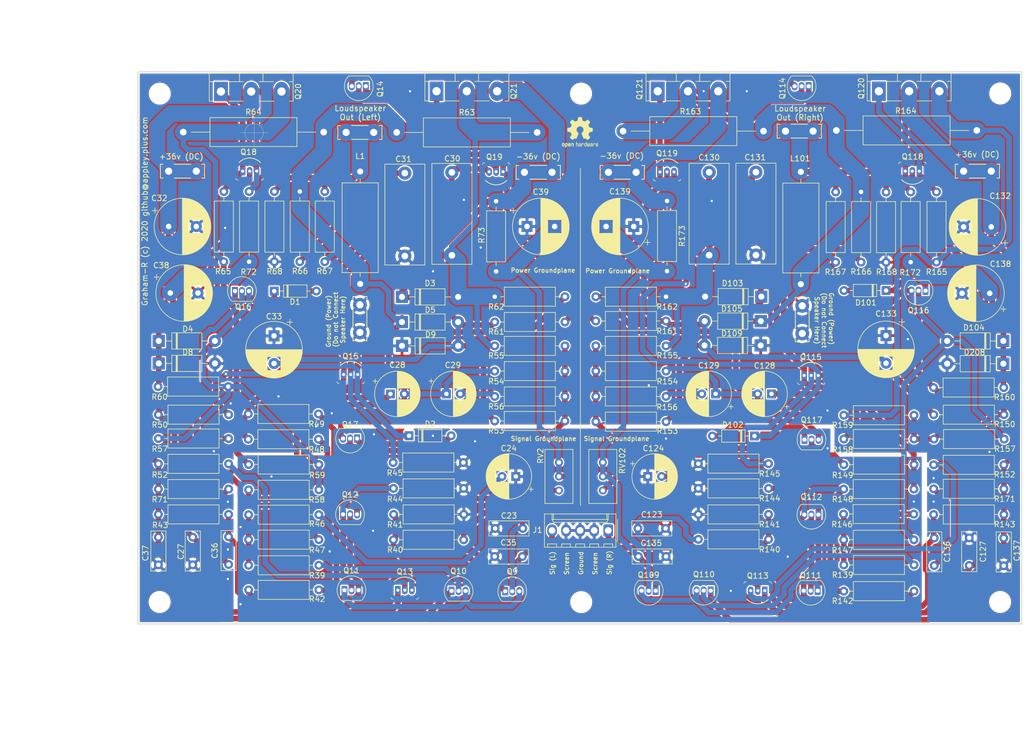
<source format=kicad_pcb>
(kicad_pcb (version 20171130) (host pcbnew 5.1.5-1.fc31)
  (layers (0 F.Cu signal) (31 B.Cu signal) (34 B.Paste user hide) (35 F.Paste user hide) (36 B.SilkS user) (37 F.SilkS user) (38 B.Mask user) (39 F.Mask user) (44 Edge.Cuts user))
  (net 0 "")
  (net 1 "Net-(C23-Pad1)")
  (net 2 "Net-(C24-Pad2)")
  (net 3 "Net-(C27-Pad1)")
  (net 4 "Net-(C28-Pad1)")
  (net 5 "Net-(C28-Pad2)")
  (net 6 "Net-(C29-Pad2)")
  (net 7 "Net-(C30-Pad1)")
  (net 8 "Net-(C30-Pad2)")
  (net 9 "Net-(C31-Pad1)")
  (net 10 "Net-(C36-Pad2)")
  (net 11 "Net-(C36-Pad1)")
  (net 12 "Net-(D1-Pad1)")
  (net 13 "Net-(D2-Pad1)")
  (net 14 "Net-(D2-Pad2)")
  (net 15 "Net-(Q10-Pad3)")
  (net 16 "Net-(Q10-Pad2)")
  (net 17 "Net-(Q11-Pad2)")
  (net 18 "Net-(Q11-Pad3)")
  (net 19 "Net-(Q14-Pad2)")
  (net 20 "Net-(Q14-Pad1)")
  (net 21 "Net-(Q16-Pad2)")
  (net 22 "Net-(Q17-Pad2)")
  (net 23 "Net-(Q18-Pad1)")
  (net 24 "Net-(Q20-Pad3)")
  (net 25 "Net-(R39-Pad1)")
  (net 26 "Net-(R49-Pad2)")
  (net 27 "Net-(Q19-Pad1)")
  (net 28 GNDS)
  (net 29 GNDPWR)
  (net 30 "Net-(C32-Pad1)")
  (net 31 "Net-(Q13-Pad3)")
  (net 32 "Net-(L1-Pad2)")
  (net 33 "Net-(D101-Pad1)")
  (net 34 "Net-(D102-Pad1)")
  (net 35 "Net-(L101-Pad2)")
  (net 36 "Net-(C123-Pad1)")
  (net 37 "Net-(C124-Pad2)")
  (net 38 "Net-(C127-Pad1)")
  (net 39 "Net-(C128-Pad1)")
  (net 40 "Net-(C128-Pad2)")
  (net 41 "Net-(C129-Pad2)")
  (net 42 "Net-(C130-Pad1)")
  (net 43 "Net-(C130-Pad2)")
  (net 44 "Net-(C131-Pad1)")
  (net 45 "Net-(C132-Pad1)")
  (net 46 "Net-(C133-Pad2)")
  (net 47 "Net-(C136-Pad2)")
  (net 48 "Net-(C136-Pad1)")
  (net 49 "Net-(D102-Pad2)")
  (net 50 "Net-(Q109-Pad3)")
  (net 51 "Net-(Q110-Pad2)")
  (net 52 "Net-(Q111-Pad3)")
  (net 53 "Net-(Q111-Pad2)")
  (net 54 "Net-(Q113-Pad3)")
  (net 55 "Net-(Q114-Pad2)")
  (net 56 "Net-(Q114-Pad1)")
  (net 57 "Net-(Q116-Pad2)")
  (net 58 "Net-(Q117-Pad2)")
  (net 59 "Net-(Q118-Pad1)")
  (net 60 "Net-(Q119-Pad1)")
  (net 61 "Net-(Q120-Pad3)")
  (net 62 "Net-(R139-Pad1)")
  (net 63 "Net-(R149-Pad2)")
  (net 64 "Net-(C33-Pad2)")
  (net 65 "Net-(C35-Pad2)")
  (net 66 "Net-(C37-Pad1)")
  (net 67 "Net-(C135-Pad2)")
  (net 68 "Net-(C137-Pad1)")
  (net 69 "Net-(J1-Pad1)")
  (net 70 "Net-(J1-Pad5)")
  (module Package_TO_SOT_THT:TO-92_Inline (layer F.Cu) (at 112.16 44.162 180)
    (fp_text reference Q14 (at -2.6 -0.5 270) (layer F.SilkS))
    (fp_text value BC547)
    (pad 1 thru_hole rect (at 0 0 180) (size 1.05 1.5) (drill 0.75) (layers *.Cu *.Mask) (net 20 "Net-(Q14-Pad1)"))
    (pad 3 thru_hole oval (at 2.54 0 180) (size 1.05 1.5) (drill 0.75) (layers *.Cu *.Mask) (net 65 "Net-(C35-Pad2)"))
    (pad 2 thru_hole oval (at 1.27 0 180) (size 1.05 1.5) (drill 0.75) (layers *.Cu *.Mask) (net 19 "Net-(Q14-Pad2)"))
  )
  (module Resistor_THT:R_Axial_DIN0309_L9.0mm_D3.2mm_P12.70mm_Horizontal (layer F.Cu) (at 104.742 75.9054 90)
    (fp_text reference R67 (at -1.7066 -0.032 180) (layer F.SilkS))
    (fp_text value 2R2)
    (pad 1 thru_hole circle (at 0 0 90) (size 1.6 1.6) (drill 0.8) (layers *.Cu *.Mask) (net 5 "Net-(C28-Pad2)"))
    (pad 2 thru_hole oval (at 12.7 0 90) (size 1.6 1.6) (drill 0.8) (layers *.Cu *.Mask) (net 32 "Net-(L1-Pad2)"))
  )
  (module Package_TO_SOT_THT:TO-92_Inline (layer F.Cu) (at 127.6655 135.443)
    (fp_text reference Q10 (at 1.27 -3.56) (layer F.SilkS))
    (fp_text value BC547)
    (pad 2 thru_hole oval (at 1.27 0) (size 1.05 1.5) (drill 0.75) (layers *.Cu *.Mask) (net 16 "Net-(Q10-Pad2)"))
    (pad 3 thru_hole oval (at 2.54 0) (size 1.05 1.5) (drill 0.75) (layers *.Cu *.Mask) (net 15 "Net-(Q10-Pad3)"))
    (pad 1 thru_hole rect (at 0 0) (size 1.05 1.5) (drill 0.75) (layers *.Cu *.Mask) (net 66 "Net-(C37-Pad1)"))
  )
  (module AA_GR_KICAD-footprints:SPADE_TERMINAL_6.3MM (layer F.Cu) (at 111.092 52.512 180)
    (fp_text reference Spkr1 hide)
    (fp_text value Spade_6.3mm hide)
    (pad 1 thru_hole circle (at 2.5 0 180) (size 2.5 2.5) (drill 1.3) (layers *.Cu *.Mask) (net 32 "Net-(L1-Pad2)"))
    (pad 1 thru_hole circle (at -2.5 0 180) (size 2.5 2.5) (drill 1.3) (layers *.Cu *.Mask) (net 32 "Net-(L1-Pad2)"))
  )
  (module digikey-footprints:TO-92-3 (layer F.Cu) (at 117.95 135.316)
    (fp_text reference Q13 (at 1.27 -3.35) (layer F.SilkS))
    (fp_text value ZTX753)
    (pad 1 thru_hole rect (at 0 0 180) (size 1 1.5) (drill 0.55) (layers *.Cu *.Mask) (net 3 "Net-(C27-Pad1)"))
    (pad 3 thru_hole oval (at 2.54 0 180) (size 1 1.5) (drill 0.55) (layers *.Cu *.Mask) (net 31 "Net-(Q13-Pad3)"))
    (pad 2 thru_hole oval (at 1.27 0 180) (size 1 1.5) (drill 0.55) (layers *.Cu *.Mask) (net 10 "Net-(C36-Pad2)"))
  )
  (module Resistor_THT:R_Axial_DIN0309_L9.0mm_D3.2mm_P12.70mm_Horizontal (layer F.Cu) (at 148.176 91.12 180)
    (fp_text reference R55 (at 12.416 -1.792) (layer F.SilkS))
    (fp_text value 120R)
    (pad 2 thru_hole oval (at 12.7 0 180) (size 1.6 1.6) (drill 0.8) (layers *.Cu *.Mask) (net 8 "Net-(C30-Pad2)"))
    (pad 1 thru_hole circle (at 0 0 180) (size 1.6 1.6) (drill 0.8) (layers *.Cu *.Mask) (net 22 "Net-(Q17-Pad2)"))
  )
  (module digikey-footprints:TO-92-3 (layer F.Cu) (at 191.4576 96.4794)
    (fp_text reference Q115 (at 1.2024 -3.3174) (layer F.SilkS))
    (fp_text value ZTX653)
    (pad 1 thru_hole rect (at 0 0 180) (size 1 1.5) (drill 0.55) (layers *.Cu *.Mask) (net 55 "Net-(Q114-Pad2)"))
    (pad 3 thru_hole oval (at 2.54 0 180) (size 1 1.5) (drill 0.55) (layers *.Cu *.Mask) (net 34 "Net-(D102-Pad1)"))
    (pad 2 thru_hole oval (at 1.27 0 180) (size 1 1.5) (drill 0.55) (layers *.Cu *.Mask) (net 56 "Net-(Q114-Pad1)"))
  )
  (module Potentiometer_THT:Potentiometer_Bourns_3296W_Vertical (layer F.Cu) (at 155.034 117.282 270)
    (fp_text reference RV102 (at -5.37 -3.526 270) (layer F.SilkS))
    (fp_text value 1k0)
    (pad 3 thru_hole circle (at -5.08 0 270) (size 1.44 1.44) (drill 0.8) (layers *.Cu *.Mask) (net 67 "Net-(C135-Pad2)"))
    (pad 2 thru_hole circle (at -2.54 0 270) (size 1.44 1.44) (drill 0.8) (layers *.Cu *.Mask) (net 67 "Net-(C135-Pad2)"))
    (pad 1 thru_hole circle (at 0 0 270) (size 1.44 1.44) (drill 0.8) (layers *.Cu *.Mask) (net 63 "Net-(R149-Pad2)"))
  )
  (module Symbol:OSHW-Logo2_7.3x6mm_SilkScreen (layer F.Cu) (at 150.91 52.512)
    (fp_text reference REF** hide)
    (fp_text value OSHW-Logo2_7.3x6mm_SilkScreen hide)
  )
  (module digikey-footprints:TO-92-3 (layer F.Cu) (at 137 59.624 180)
    (fp_text reference Q19 (at 1.59 2.662) (layer F.SilkS))
    (fp_text value ZTX753)
    (pad 2 thru_hole oval (at 1.27 0) (size 1 1.5) (drill 0.55) (layers *.Cu *.Mask) (net 13 "Net-(D2-Pad1)"))
    (pad 3 thru_hole oval (at 2.54 0) (size 1 1.5) (drill 0.55) (layers *.Cu *.Mask) (net 7 "Net-(C30-Pad1)"))
    (pad 1 thru_hole rect (at 0 0) (size 1 1.5) (drill 0.55) (layers *.Cu *.Mask) (net 27 "Net-(Q19-Pad1)"))
  )
  (module digikey-footprints:TO-92-3 (layer F.Cu) (at 89.883 59.5224)
    (fp_text reference Q18 (at 1.077 -3.4604) (layer F.SilkS))
    (fp_text value ZTX653)
    (pad 2 thru_hole oval (at 1.27 0 180) (size 1 1.5) (drill 0.55) (layers *.Cu *.Mask) (net 3 "Net-(C27-Pad1)"))
    (pad 3 thru_hole oval (at 2.54 0 180) (size 1 1.5) (drill 0.55) (layers *.Cu *.Mask) (net 30 "Net-(C32-Pad1)"))
    (pad 1 thru_hole rect (at 0 0 180) (size 1 1.5) (drill 0.55) (layers *.Cu *.Mask) (net 23 "Net-(Q18-Pad1)"))
  )
  (module Package_TO_SOT_THT:TO-92_Inline (layer F.Cu) (at 88.486 81.214)
    (fp_text reference Q16 (at 1.524 2.848) (layer F.SilkS))
    (fp_text value BC547)
    (pad 1 thru_hole rect (at 0 0) (size 1.05 1.5) (drill 0.75) (layers *.Cu *.Mask) (net 12 "Net-(D1-Pad1)"))
    (pad 3 thru_hole oval (at 2.54 0) (size 1.05 1.5) (drill 0.75) (layers *.Cu *.Mask) (net 5 "Net-(C28-Pad2)"))
    (pad 2 thru_hole oval (at 1.27 0) (size 1.05 1.5) (drill 0.75) (layers *.Cu *.Mask) (net 21 "Net-(Q16-Pad2)"))
  )
  (module digikey-footprints:TO-92-3 (layer F.Cu) (at 108.1456 96.3016)
    (fp_text reference Q15 (at 1.2644 -3.2896) (layer F.SilkS))
    (fp_text value ZTX653)
    (pad 2 thru_hole oval (at 1.27 0 180) (size 1 1.5) (drill 0.55) (layers *.Cu *.Mask) (net 20 "Net-(Q14-Pad1)"))
    (pad 3 thru_hole oval (at 2.54 0 180) (size 1 1.5) (drill 0.55) (layers *.Cu *.Mask) (net 13 "Net-(D2-Pad1)"))
    (pad 1 thru_hole rect (at 0 0 180) (size 1 1.5) (drill 0.55) (layers *.Cu *.Mask) (net 19 "Net-(Q14-Pad2)"))
  )
  (module MountingHole:MountingHole_3.5mm (layer F.Cu) (at 74.897 45.5016 90)
    (fp_text reference H4 hide)
    (fp_text value MountingHole hide)
    (pad 1 np_thru_hole circle (at 0 0 90) (size 3.5 3.5) (drill 3.5) (layers *.Cu *.Mask))
  )
  (module MountingHole:MountingHole_3.5mm (layer F.Cu) (at 151.097 45.5016 90)
    (fp_text reference H3 hide)
    (fp_text value MountingHole hide)
    (pad 1 np_thru_hole circle (at 0 0 90) (size 3.5 3.5) (drill 3.5) (layers *.Cu *.Mask))
  )
  (module MountingHole:MountingHole_3.5mm (layer F.Cu) (at 151.1224 137.475 90)
    (fp_text reference H2 hide)
    (fp_text value MountingHole hide)
    (pad 1 np_thru_hole circle (at 0 0 90) (size 3.5 3.5) (drill 3.5) (layers *.Cu *.Mask))
  )
  (module MountingHole:MountingHole_3.5mm (layer F.Cu) (at 74.8716 137.4496 90)
    (fp_text reference H1 hide)
    (fp_text value MountingHole hide)
    (pad 1 np_thru_hole circle (at 0 0 90) (size 3.5 3.5) (drill 3.5) (layers *.Cu *.Mask))
  )
  (module Capacitor_THT:CP_Radial_D8.0mm_P2.50mm (layer F.Cu) (at 139.286 114.742 180)
    (fp_text reference C24 (at 1.27 5.08) (layer F.SilkS))
    (fp_text value "47uF 10v")
    (pad 1 thru_hole rect (at 0 0 180) (size 1.6 1.6) (drill 0.8) (layers *.Cu *.Mask) (net 28 GNDS))
    (pad 2 thru_hole circle (at 2.5 0 180) (size 1.6 1.6) (drill 0.8) (layers *.Cu *.Mask) (net 2 "Net-(C24-Pad2)"))
  )
  (module Capacitor_THT:CP_Radial_D8.0mm_P2.50mm (layer F.Cu) (at 116.6165 99.8195)
    (fp_text reference C28 (at 1.25 -5.25) (layer F.SilkS))
    (fp_text value 47uF/10v)
    (pad 2 thru_hole circle (at 2.5 0) (size 1.6 1.6) (drill 0.8) (layers *.Cu *.Mask) (net 5 "Net-(C28-Pad2)"))
    (pad 1 thru_hole rect (at 0 0) (size 1.6 1.6) (drill 0.8) (layers *.Cu *.Mask) (net 4 "Net-(C28-Pad1)"))
  )
  (module Capacitor_THT:CP_Radial_D8.0mm_P2.50mm (layer F.Cu) (at 126.7384 99.8068)
    (fp_text reference C29 (at 1.1716 -5.1948) (layer F.SilkS))
    (fp_text value 47uF/10v)
    (pad 2 thru_hole circle (at 2.5 0) (size 1.6 1.6) (drill 0.8) (layers *.Cu *.Mask) (net 6 "Net-(C29-Pad2)"))
    (pad 1 thru_hole rect (at 0 0) (size 1.6 1.6) (drill 0.8) (layers *.Cu *.Mask) (net 5 "Net-(C28-Pad2)"))
  )
  (module Capacitor_THT:C_Rect_L18.0mm_W7.0mm_P15.00mm_FKS3_FKP3 (layer F.Cu) (at 127.729 59.751 270)
    (fp_text reference C30 (at -2.489 -0.081 180) (layer F.SilkS))
    (fp_text value 100n)
    (pad 2 thru_hole circle (at 15 0 270) (size 2.4 2.4) (drill 1.2) (layers *.Cu *.Mask) (net 8 "Net-(C30-Pad2)"))
    (pad 1 thru_hole circle (at 0 0 270) (size 2.4 2.4) (drill 1.2) (layers *.Cu *.Mask) (net 7 "Net-(C30-Pad1)"))
  )
  (module Capacitor_THT:C_Rect_L18.0mm_W7.0mm_P15.00mm_FKS3_FKP3 (layer F.Cu) (at 119.22 59.878 270)
    (fp_text reference C31 (at -2.54 0.254 180) (layer F.SilkS))
    (fp_text value 100n)
    (pad 1 thru_hole circle (at 0 0 270) (size 2.4 2.4) (drill 1.2) (layers *.Cu *.Mask) (net 9 "Net-(C31-Pad1)"))
    (pad 2 thru_hole circle (at 15 0 270) (size 2.4 2.4) (drill 1.2) (layers *.Cu *.Mask) (net 29 GNDPWR))
  )
  (module Diode_THT:D_DO-35_SOD27_P7.62mm_Horizontal (layer F.Cu) (at 95.598 81.214)
    (fp_text reference D1 (at 3.762 1.948) (layer F.SilkS))
    (fp_text value 1N4148)
    (pad 1 thru_hole rect (at 0 0) (size 1.6 1.6) (drill 0.8) (layers *.Cu *.Mask) (net 12 "Net-(D1-Pad1)"))
    (pad 2 thru_hole oval (at 7.62 0) (size 1.6 1.6) (drill 0.8) (layers *.Cu *.Mask) (net 3 "Net-(C27-Pad1)"))
  )
  (module Diode_THT:D_DO-35_SOD27_P7.62mm_Horizontal (layer F.Cu) (at 119.982 107.376)
    (fp_text reference D2 (at 3.81 -2.12) (layer F.SilkS))
    (fp_text value 1N4148)
    (pad 2 thru_hole oval (at 7.62 0) (size 1.6 1.6) (drill 0.8) (layers *.Cu *.Mask) (net 14 "Net-(D2-Pad2)"))
    (pad 1 thru_hole rect (at 0 0) (size 1.6 1.6) (drill 0.8) (layers *.Cu *.Mask) (net 13 "Net-(D2-Pad1)"))
  )
  (module Diode_THT:D_DO-41_SOD81_P10.16mm_Horizontal (layer F.Cu) (at 118.6993 82.2681)
    (fp_text reference D3 (at 5.08 -2.47) (layer F.SilkS))
    (fp_text value 1N4002)
    (pad 2 thru_hole oval (at 10.16 0) (size 2.2 2.2) (drill 1.1) (layers *.Cu *.Mask) (net 8 "Net-(C30-Pad2)"))
    (pad 1 thru_hole rect (at 0 0) (size 2.2 2.2) (drill 1.1) (layers *.Cu *.Mask) (net 7 "Net-(C30-Pad1)"))
  )
  (module Diode_THT:D_DO-41_SOD81_P10.16mm_Horizontal (layer F.Cu) (at 74.7065 90.231)
    (fp_text reference D4 (at 5.2535 -2.169) (layer F.SilkS))
    (fp_text value 1N4002)
    (pad 2 thru_hole oval (at 10.16 0) (size 2.2 2.2) (drill 1.1) (layers *.Cu *.Mask) (net 5 "Net-(C28-Pad2)"))
    (pad 1 thru_hole rect (at 0 0) (size 2.2 2.2) (drill 1.1) (layers *.Cu *.Mask) (net 30 "Net-(C32-Pad1)"))
  )
  (module Diode_THT:D_DO-41_SOD81_P10.16mm_Horizontal (layer F.Cu) (at 118.6993 86.8147)
    (fp_text reference D5 (at 5.1107 -2.2027) (layer F.SilkS))
    (fp_text value 1N4002)
    (pad 1 thru_hole rect (at 0 0) (size 2.2 2.2) (drill 1.1) (layers *.Cu *.Mask) (net 5 "Net-(C28-Pad2)"))
    (pad 2 thru_hole oval (at 10.16 0) (size 2.2 2.2) (drill 1.1) (layers *.Cu *.Mask) (net 64 "Net-(C33-Pad2)"))
  )
  (module Diode_THT:D_DO-41_SOD81_P10.16mm_Horizontal (layer F.Cu) (at 74.7065 94.295)
    (fp_text reference D8 (at 5.2535 -2.033) (layer F.SilkS))
    (fp_text value 1N4002)
    (pad 1 thru_hole rect (at 0 0) (size 2.2 2.2) (drill 1.1) (layers *.Cu *.Mask) (net 30 "Net-(C32-Pad1)"))
    (pad 2 thru_hole oval (at 10.16 0) (size 2.2 2.2) (drill 1.1) (layers *.Cu *.Mask) (net 29 GNDPWR))
  )
  (module Diode_THT:D_DO-41_SOD81_P10.16mm_Horizontal (layer F.Cu) (at 118.712 91.12)
    (fp_text reference D9 (at 5.148 -2.058) (layer F.SilkS))
    (fp_text value 1N4002)
    (pad 2 thru_hole oval (at 10.16 0) (size 2.2 2.2) (drill 1.1) (layers *.Cu *.Mask) (net 64 "Net-(C33-Pad2)"))
    (pad 1 thru_hole rect (at 0 0) (size 2.2 2.2) (drill 1.1) (layers *.Cu *.Mask) (net 29 GNDPWR))
  )
  (module Inductor_THT:L_Axial_L16.0mm_D6.3mm_P20.32mm_Horizontal_Fastron_VHBCC (layer F.Cu) (at 111.1428 79.9186 90)
    (fp_text reference L1 (at 23.114 0 180) (layer F.SilkS))
    (fp_text value 2u2L)
    (pad 2 thru_hole oval (at 20.32 0 90) (size 2.2 2.2) (drill 1.1) (layers *.Cu *.Mask) (net 32 "Net-(L1-Pad2)"))
    (pad 1 thru_hole circle (at 0 0 90) (size 2.2 2.2) (drill 1.1) (layers *.Cu *.Mask) (net 5 "Net-(C28-Pad2)"))
  )
  (module Package_TO_SOT_THT:TO-218-3_Vertical (layer F.Cu) (at 124.96 45.062)
    (fp_text reference Q21 (at 13.97 0 -90) (layer F.SilkS))
    (fp_text value TIP3055)
    (pad 1 thru_hole rect (at 0 0) (size 2.5 3.5) (drill 1.5) (layers *.Cu *.Mask) (net 27 "Net-(Q19-Pad1)"))
    (pad 2 thru_hole oval (at 5.475 0) (size 2.5 3.5) (drill 1.5) (layers *.Cu *.Mask) (net 8 "Net-(C30-Pad2)"))
    (pad 3 thru_hole oval (at 10.95 0) (size 2.5 3.5) (drill 1.5) (layers *.Cu *.Mask) (net 64 "Net-(C33-Pad2)"))
  )
  (module Package_TO_SOT_THT:TO-92_Inline (layer F.Cu) (at 137.381 135.5065)
    (fp_text reference Q9 (at 1.27 -3.56) (layer F.SilkS))
    (fp_text value BC547)
    (pad 2 thru_hole oval (at 1.27 0) (size 1.05 1.5) (drill 0.75) (layers *.Cu *.Mask) (net 1 "Net-(C23-Pad1)"))
    (pad 3 thru_hole oval (at 2.54 0) (size 1.05 1.5) (drill 0.75) (layers *.Cu *.Mask) (net 15 "Net-(Q10-Pad3)"))
    (pad 1 thru_hole rect (at 0 0) (size 1.05 1.5) (drill 0.75) (layers *.Cu *.Mask) (net 10 "Net-(C36-Pad2)"))
  )
  (module Package_TO_SOT_THT:TO-92_Inline (layer F.Cu) (at 108.298 135.316)
    (fp_text reference Q11 (at 1.27 -3.56) (layer F.SilkS))
    (fp_text value BC547)
    (pad 1 thru_hole rect (at 0 0) (size 1.05 1.5) (drill 0.75) (layers *.Cu *.Mask) (net 15 "Net-(Q10-Pad3)"))
    (pad 3 thru_hole oval (at 2.54 0) (size 1.05 1.5) (drill 0.75) (layers *.Cu *.Mask) (net 18 "Net-(Q11-Pad3)"))
    (pad 2 thru_hole oval (at 1.27 0) (size 1.05 1.5) (drill 0.75) (layers *.Cu *.Mask) (net 17 "Net-(Q11-Pad2)"))
  )
  (module Package_TO_SOT_THT:TO-92_Inline (layer F.Cu) (at 108.044 121.6)
    (fp_text reference Q12 (at 1.27 -3.56) (layer F.SilkS))
    (fp_text value BC547)
    (pad 2 thru_hole oval (at 1.27 0) (size 1.05 1.5) (drill 0.75) (layers *.Cu *.Mask) (net 18 "Net-(Q11-Pad3)"))
    (pad 3 thru_hole oval (at 2.54 0) (size 1.05 1.5) (drill 0.75) (layers *.Cu *.Mask) (net 65 "Net-(C35-Pad2)"))
    (pad 1 thru_hole rect (at 0 0) (size 1.05 1.5) (drill 0.75) (layers *.Cu *.Mask) (net 17 "Net-(Q11-Pad2)"))
  )
  (module Package_TO_SOT_THT:TO-92_Inline (layer F.Cu) (at 110.584 107.884 180)
    (fp_text reference Q17 (at 1.27 2.54) (layer F.SilkS))
    (fp_text value BC557)
    (pad 1 thru_hole rect (at 0 0 180) (size 1.05 1.5) (drill 0.75) (layers *.Cu *.Mask) (net 14 "Net-(D2-Pad2)"))
    (pad 3 thru_hole oval (at 2.54 0 180) (size 1.05 1.5) (drill 0.75) (layers *.Cu *.Mask) (net 5 "Net-(C28-Pad2)"))
    (pad 2 thru_hole oval (at 1.27 0 180) (size 1.05 1.5) (drill 0.75) (layers *.Cu *.Mask) (net 22 "Net-(Q17-Pad2)"))
  )
  (module Package_TO_SOT_THT:TO-218-3_Vertical (layer F.Cu) (at 85.96 45.118)
    (fp_text reference Q20 (at 13.97 0 -90) (layer F.SilkS))
    (fp_text value TIP3055)
    (pad 3 thru_hole oval (at 10.95 0) (size 2.5 3.5) (drill 1.5) (layers *.Cu *.Mask) (net 24 "Net-(Q20-Pad3)"))
    (pad 2 thru_hole oval (at 5.475 0) (size 2.5 3.5) (drill 1.5) (layers *.Cu *.Mask) (net 30 "Net-(C32-Pad1)"))
    (pad 1 thru_hole rect (at 0 0) (size 2.5 3.5) (drill 1.5) (layers *.Cu *.Mask) (net 23 "Net-(Q18-Pad1)"))
  )
  (module Resistor_THT:R_Axial_DIN0309_L9.0mm_D3.2mm_P12.70mm_Horizontal (layer F.Cu) (at 90.9625 130.8075)
    (fp_text reference R39 (at 12.3975 1.8545) (layer F.SilkS))
    (fp_text value 2K7)
    (pad 1 thru_hole circle (at 0 0) (size 1.6 1.6) (drill 0.8) (layers *.Cu *.Mask) (net 25 "Net-(R39-Pad1)"))
    (pad 2 thru_hole oval (at 12.7 0) (size 1.6 1.6) (drill 0.8) (layers *.Cu *.Mask) (net 16 "Net-(Q10-Pad2)"))
  )
  (module Resistor_THT:R_Axial_DIN0309_L9.0mm_D3.2mm_P12.70mm_Horizontal (layer F.Cu) (at 129.8626 126.1974 180)
    (fp_text reference R40 (at 12.4026 -1.8146) (layer F.SilkS))
    (fp_text value 2K7)
    (pad 1 thru_hole circle (at 0 0 180) (size 1.6 1.6) (drill 0.8) (layers *.Cu *.Mask) (net 1 "Net-(C23-Pad1)"))
    (pad 2 thru_hole oval (at 12.7 0 180) (size 1.6 1.6) (drill 0.8) (layers *.Cu *.Mask) (net 70 "Net-(J1-Pad5)"))
  )
  (module Resistor_THT:R_Axial_DIN0309_L9.0mm_D3.2mm_P12.70mm_Horizontal (layer F.Cu) (at 117.188 121.6)
    (fp_text reference R41 (at 0.272 1.862) (layer F.SilkS))
    (fp_text value 15K)
    (pad 2 thru_hole oval (at 12.7 0) (size 1.6 1.6) (drill 0.8) (layers *.Cu *.Mask) (net 28 GNDS))
    (pad 1 thru_hole circle (at 0 0) (size 1.6 1.6) (drill 0.8) (layers *.Cu *.Mask) (net 70 "Net-(J1-Pad5)"))
  )
  (module Resistor_THT:R_Axial_DIN0309_L9.0mm_D3.2mm_P12.70mm_Horizontal (layer F.Cu) (at 90.9625 135.2525)
    (fp_text reference R42 (at 12.3975 1.6595) (layer F.SilkS))
    (fp_text value 470R)
    (pad 2 thru_hole oval (at 12.7 0) (size 1.6 1.6) (drill 0.8) (layers *.Cu *.Mask) (net 65 "Net-(C35-Pad2)"))
    (pad 1 thru_hole circle (at 0 0) (size 1.6 1.6) (drill 0.8) (layers *.Cu *.Mask) (net 18 "Net-(Q11-Pad3)"))
  )
  (module Resistor_THT:R_Axial_DIN0309_L9.0mm_D3.2mm_P12.70mm_Horizontal (layer F.Cu) (at 74.643 121.6)
    (fp_text reference R43 (at 0.317 1.962) (layer F.SilkS))
    (fp_text value 2K7)
    (pad 2 thru_hole oval (at 12.7 0) (size 1.6 1.6) (drill 0.8) (layers *.Cu *.Mask) (net 10 "Net-(C36-Pad2)"))
    (pad 1 thru_hole circle (at 0 0) (size 1.6 1.6) (drill 0.8) (layers *.Cu *.Mask) (net 66 "Net-(C37-Pad1)"))
  )
  (module Resistor_THT:R_Axial_DIN0309_L9.0mm_D3.2mm_P12.70mm_Horizontal (layer F.Cu) (at 129.8626 116.901 180)
    (fp_text reference R44 (at 12.4026 -1.961) (layer F.SilkS))
    (fp_text value 56K)
    (pad 1 thru_hole circle (at 0 0 180) (size 1.6 1.6) (drill 0.8) (layers *.Cu *.Mask) (net 28 GNDS))
    (pad 2 thru_hole oval (at 12.7 0 180) (size 1.6 1.6) (drill 0.8) (layers *.Cu *.Mask) (net 17 "Net-(Q11-Pad2)"))
  )
  (module Resistor_THT:R_Axial_DIN0309_L9.0mm_D3.2mm_P12.70mm_Horizontal (layer F.Cu) (at 129.8118 112.2274 180)
    (fp_text reference R45 (at 12.4018 -1.8846) (layer F.SilkS))
    (fp_text value 10K)
    (pad 2 thru_hole oval (at 12.7 0 180) (size 1.6 1.6) (drill 0.8) (layers *.Cu *.Mask) (net 20 "Net-(Q14-Pad1)"))
    (pad 1 thru_hole circle (at 0 0 180) (size 1.6 1.6) (drill 0.8) (layers *.Cu *.Mask) (net 28 GNDS))
  )
  (module Resistor_THT:R_Axial_DIN0309_L9.0mm_D3.2mm_P12.70mm_Horizontal (layer F.Cu) (at 90.9625 121.6635)
    (fp_text reference R46 (at 12.3975 1.6485) (layer F.SilkS))
    (fp_text value 470R)
    (pad 1 thru_hole circle (at 0 0) (size 1.6 1.6) (drill 0.8) (layers *.Cu *.Mask) (net 25 "Net-(R39-Pad1)"))
    (pad 2 thru_hole oval (at 12.7 0) (size 1.6 1.6) (drill 0.8) (layers *.Cu *.Mask) (net 2 "Net-(C24-Pad2)"))
  )
  (module Resistor_THT:R_Axial_DIN0309_L9.0mm_D3.2mm_P12.70mm_Horizontal (layer F.Cu) (at 103.6625 126.172 180)
    (fp_text reference R47 (at 0.3025 -1.89) (layer F.SilkS))
    (fp_text value 15K)
    (pad 2 thru_hole oval (at 12.7 0 180) (size 1.6 1.6) (drill 0.8) (layers *.Cu *.Mask) (net 25 "Net-(R39-Pad1)"))
    (pad 1 thru_hole circle (at 0 0 180) (size 1.6 1.6) (drill 0.8) (layers *.Cu *.Mask) (net 5 "Net-(C28-Pad2)"))
  )
  (module Resistor_THT:R_Axial_DIN0309_L9.0mm_D3.2mm_P12.70mm_Horizontal (layer F.Cu) (at 90.899 108.011)
    (fp_text reference R48 (at 12.361 1.851) (layer F.SilkS))
    (fp_text value 82R)
    (pad 1 thru_hole circle (at 0 0) (size 1.6 1.6) (drill 0.8) (layers *.Cu *.Mask) (net 19 "Net-(Q14-Pad2)"))
    (pad 2 thru_hole oval (at 12.7 0) (size 1.6 1.6) (drill 0.8) (layers *.Cu *.Mask) (net 65 "Net-(C35-Pad2)"))
  )
  (module Resistor_THT:R_Axial_DIN0309_L9.0mm_D3.2mm_P12.70mm_Horizontal (layer F.Cu) (at 90.899 103.439)
    (fp_text reference R49 (at 12.361 1.823) (layer F.SilkS))
    (fp_text value 120R)
    (pad 2 thru_hole oval (at 12.7 0) (size 1.6 1.6) (drill 0.8) (layers *.Cu *.Mask) (net 26 "Net-(R49-Pad2)"))
    (pad 1 thru_hole circle (at 0 0) (size 1.6 1.6) (drill 0.8) (layers *.Cu *.Mask) (net 19 "Net-(Q14-Pad2)"))
  )
  (module Resistor_THT:R_Axial_DIN0309_L9.0mm_D3.2mm_P12.70mm_Horizontal (layer F.Cu) (at 74.643 103.566)
    (fp_text reference R50 (at 0.267 1.846) (layer F.SilkS))
    (fp_text value 220R)
    (pad 1 thru_hole circle (at 0 0) (size 1.6 1.6) (drill 0.8) (layers *.Cu *.Mask) (net 3 "Net-(C27-Pad1)"))
    (pad 2 thru_hole oval (at 12.7 0) (size 1.6 1.6) (drill 0.8) (layers *.Cu *.Mask) (net 13 "Net-(D2-Pad1)"))
  )
  (module Resistor_THT:R_Axial_DIN0309_L9.0mm_D3.2mm_P12.70mm_Horizontal (layer F.Cu) (at 74.643 112.456)
    (fp_text reference R52 (at 0.267 2.006) (layer F.SilkS))
    (fp_text value 100R)
    (pad 2 thru_hole oval (at 12.7 0) (size 1.6 1.6) (drill 0.8) (layers *.Cu *.Mask) (net 31 "Net-(Q13-Pad3)"))
    (pad 1 thru_hole circle (at 0 0) (size 1.6 1.6) (drill 0.8) (layers *.Cu *.Mask) (net 66 "Net-(C37-Pad1)"))
  )
  (module Resistor_THT:R_Axial_DIN0309_L9.0mm_D3.2mm_P12.70mm_Horizontal (layer F.Cu) (at 135.476 95.692)
    (fp_text reference R54 (at 0.284 1.87) (layer F.SilkS))
    (fp_text value 120R)
    (pad 2 thru_hole oval (at 12.7 0) (size 1.6 1.6) (drill 0.8) (layers *.Cu *.Mask) (net 22 "Net-(Q17-Pad2)"))
    (pad 1 thru_hole circle (at 0 0) (size 1.6 1.6) (drill 0.8) (layers *.Cu *.Mask) (net 5 "Net-(C28-Pad2)"))
  )
  (module Resistor_THT:R_Axial_DIN0309_L9.0mm_D3.2mm_P12.70mm_Horizontal (layer F.Cu) (at 135.476 100.264)
    (fp_text reference R56 (at 0.284 1.848) (layer F.SilkS))
    (fp_text value 82R)
    (pad 1 thru_hole circle (at 0 0) (size 1.6 1.6) (drill 0.8) (layers *.Cu *.Mask) (net 6 "Net-(C29-Pad2)"))
    (pad 2 thru_hole oval (at 12.7 0) (size 1.6 1.6) (drill 0.8) (layers *.Cu *.Mask) (net 22 "Net-(Q17-Pad2)"))
  )
  (module Resistor_THT:R_Axial_DIN0309_L9.0mm_D3.2mm_P12.70mm_Horizontal (layer F.Cu) (at 74.643 107.884)
    (fp_text reference R57 (at 0.267 1.878) (layer F.SilkS))
    (fp_text value 120R)
    (pad 2 thru_hole oval (at 12.7 0) (size 1.6 1.6) (drill 0.8) (layers *.Cu *.Mask) (net 5 "Net-(C28-Pad2)"))
    (pad 1 thru_hole circle (at 0 0) (size 1.6 1.6) (drill 0.8) (layers *.Cu *.Mask) (net 21 "Net-(Q16-Pad2)"))
  )
  (module Resistor_THT:R_Axial_DIN0309_L9.0mm_D3.2mm_P12.70mm_Horizontal (layer F.Cu) (at 103.6625 117.155 180)
    (fp_text reference R58 (at 0.3525 -1.807) (layer F.SilkS))
    (fp_text value 82R)
    (pad 1 thru_hole circle (at 0 0 180) (size 1.6 1.6) (drill 0.8) (layers *.Cu *.Mask) (net 21 "Net-(Q16-Pad2)"))
    (pad 2 thru_hole oval (at 12.7 0 180) (size 1.6 1.6) (drill 0.8) (layers *.Cu *.Mask) (net 4 "Net-(C28-Pad1)"))
  )
  (module Resistor_THT:R_Axial_DIN0309_L9.0mm_D3.2mm_P12.70mm_Horizontal (layer F.Cu) (at 103.6625 112.583 180)
    (fp_text reference R59 (at 0.3025 -1.929) (layer F.SilkS))
    (fp_text value 120R)
    (pad 2 thru_hole oval (at 12.7 0 180) (size 1.6 1.6) (drill 0.8) (layers *.Cu *.Mask) (net 24 "Net-(Q20-Pad3)"))
    (pad 1 thru_hole circle (at 0 0 180) (size 1.6 1.6) (drill 0.8) (layers *.Cu *.Mask) (net 21 "Net-(Q16-Pad2)"))
  )
  (module Resistor_THT:R_Axial_DIN0309_L9.0mm_D3.2mm_P12.70mm_Horizontal (layer F.Cu) (at 148.176 86.802 180)
    (fp_text reference R61 (at 12.416 -1.76) (layer F.SilkS))
    (fp_text value 82R)
    (pad 2 thru_hole oval (at 12.7 0 180) (size 1.6 1.6) (drill 0.8) (layers *.Cu *.Mask) (net 64 "Net-(C33-Pad2)"))
    (pad 1 thru_hole circle (at 0 0 180) (size 1.6 1.6) (drill 0.8) (layers *.Cu *.Mask) (net 27 "Net-(Q19-Pad1)"))
  )
  (module Resistor_THT:R_Axial_DIN0309_L9.0mm_D3.2mm_P12.70mm_Horizontal (layer F.Cu) (at 135.476 82.23)
    (fp_text reference R62 (at 0.284 1.832) (layer F.SilkS))
    (fp_text value 82R)
    (pad 1 thru_hole circle (at 0 0) (size 1.6 1.6) (drill 0.8) (layers *.Cu *.Mask) (net 8 "Net-(C30-Pad2)"))
    (pad 2 thru_hole oval (at 12.7 0) (size 1.6 1.6) (drill 0.8) (layers *.Cu *.Mask) (net 7 "Net-(C30-Pad1)"))
  )
  (module Resistor_THT:R_Axial_DIN0516_L15.5mm_D5.0mm_P25.40mm_Horizontal (layer F.Cu) (at 79.1388 52.4612)
    (fp_text reference R64 (at 12.7 -3.62) (layer F.SilkS))
    (fp_text value R22)
    (pad 1 thru_hole circle (at 0 0) (size 2.4 2.4) (drill 1.2) (layers *.Cu *.Mask) (net 24 "Net-(Q20-Pad3)"))
    (pad 2 thru_hole oval (at 25.4 0) (size 2.4 2.4) (drill 1.2) (layers *.Cu *.Mask) (net 5 "Net-(C28-Pad2)"))
  )
  (module Resistor_THT:R_Axial_DIN0309_L9.0mm_D3.2mm_P12.70mm_Horizontal (layer F.Cu) (at 86.4794 63.2054 270)
    (fp_text reference R65 (at 14.4566 0.1194 180) (layer F.SilkS))
    (fp_text value 82R)
    (pad 2 thru_hole oval (at 12.7 0 270) (size 1.6 1.6) (drill 0.8) (layers *.Cu *.Mask) (net 24 "Net-(Q20-Pad3)"))
    (pad 1 thru_hole circle (at 0 0 270) (size 1.6 1.6) (drill 0.8) (layers *.Cu *.Mask) (net 23 "Net-(Q18-Pad1)"))
  )
  (module Resistor_THT:R_Axial_DIN0309_L9.0mm_D3.2mm_P12.70mm_Horizontal (layer F.Cu) (at 100.2208 63.2054 270)
    (fp_text reference R66 (at 14.4066 -0.0392 180) (layer F.SilkS))
    (fp_text value 5R6)
    (pad 1 thru_hole circle (at 0 0 270) (size 1.6 1.6) (drill 0.8) (layers *.Cu *.Mask) (net 5 "Net-(C28-Pad2)"))
    (pad 2 thru_hole oval (at 12.7 0 270) (size 1.6 1.6) (drill 0.8) (layers *.Cu *.Mask) (net 9 "Net-(C31-Pad1)"))
  )
  (module Resistor_THT:R_Axial_DIN0309_L9.0mm_D3.2mm_P12.70mm_Horizontal (layer F.Cu) (at 95.6234 63.2054 270)
    (fp_text reference R68 (at 14.4566 -0.0366 180) (layer F.SilkS))
    (fp_text value 549R)
    (pad 1 thru_hole circle (at 0 0 270) (size 1.6 1.6) (drill 0.8) (layers *.Cu *.Mask) (net 32 "Net-(L1-Pad2)"))
    (pad 2 thru_hole oval (at 12.7 0 270) (size 1.6 1.6) (drill 0.8) (layers *.Cu *.Mask) (net 29 GNDPWR))
  )
  (module Resistor_THT:R_Axial_DIN0309_L9.0mm_D3.2mm_P12.70mm_Horizontal (layer F.Cu) (at 74.643 117.028)
    (fp_text reference R71 (at 0.267 1.884) (layer F.SilkS))
    (fp_text value 680R)
    (pad 2 thru_hole oval (at 12.7 0) (size 1.6 1.6) (drill 0.8) (layers *.Cu *.Mask) (net 11 "Net-(C36-Pad1)"))
    (pad 1 thru_hole circle (at 0 0) (size 1.6 1.6) (drill 0.8) (layers *.Cu *.Mask) (net 66 "Net-(C37-Pad1)"))
  )
  (module Potentiometer_THT:Potentiometer_Bourns_3296W_Vertical (layer F.Cu) (at 147.0965 117.282 270)
    (fp_text reference RV2 (at -6.27 3.3365 270) (layer F.SilkS))
    (fp_text value 1k0)
    (pad 1 thru_hole circle (at 0 0 270) (size 1.44 1.44) (drill 0.8) (layers *.Cu *.Mask) (net 26 "Net-(R49-Pad2)"))
    (pad 2 thru_hole circle (at -2.54 0 270) (size 1.44 1.44) (drill 0.8) (layers *.Cu *.Mask) (net 65 "Net-(C35-Pad2)"))
    (pad 3 thru_hole circle (at -5.08 0 270) (size 1.44 1.44) (drill 0.8) (layers *.Cu *.Mask) (net 65 "Net-(C35-Pad2)"))
  )
  (module Resistor_THT:R_Axial_DIN0309_L9.0mm_D3.2mm_P12.70mm_Horizontal (layer F.Cu) (at 74.5795 98.486)
    (fp_text reference R60 (at 0.2805 1.876) (layer F.SilkS))
    (fp_text value 6K8)
    (pad 2 thru_hole oval (at 12.7 0) (size 1.6 1.6) (drill 0.8) (layers *.Cu *.Mask) (net 21 "Net-(Q16-Pad2)"))
    (pad 1 thru_hole circle (at 0 0) (size 1.6 1.6) (drill 0.8) (layers *.Cu *.Mask) (net 30 "Net-(C32-Pad1)"))
  )
  (module Resistor_THT:R_Axial_DIN0309_L9.0mm_D3.2mm_P12.70mm_Horizontal (layer F.Cu) (at 148.176 104.709 180)
    (fp_text reference R53 (at 12.416 -1.753) (layer F.SilkS))
    (fp_text value 6K8)
    (pad 2 thru_hole oval (at 12.7 0 180) (size 1.6 1.6) (drill 0.8) (layers *.Cu *.Mask) (net 64 "Net-(C33-Pad2)"))
    (pad 1 thru_hole circle (at 0 0 180) (size 1.6 1.6) (drill 0.8) (layers *.Cu *.Mask) (net 22 "Net-(Q17-Pad2)"))
  )
  (module Resistor_THT:R_Axial_DIN0516_L15.5mm_D5.0mm_P25.40mm_Horizontal (layer F.Cu) (at 117.7468 52.512)
    (fp_text reference R63 (at 12.7 -3.62) (layer F.SilkS))
    (fp_text value R22)
    (pad 2 thru_hole oval (at 25.4 0) (size 2.4 2.4) (drill 1.2) (layers *.Cu *.Mask) (net 8 "Net-(C30-Pad2)"))
    (pad 1 thru_hole circle (at 0 0) (size 2.4 2.4) (drill 1.2) (layers *.Cu *.Mask) (net 5 "Net-(C28-Pad2)"))
  )
  (module AA_GR_KICAD-footprints:SPADE_TERMINAL_6.3MM (layer F.Cu) (at 143.35 59.7256 180)
    (fp_text reference SP-1L1 hide)
    (fp_text value Spade_6.3mm hide)
    (pad 1 thru_hole circle (at 2.5 0 180) (size 2.5 2.5) (drill 1.3) (layers *.Cu *.Mask) (net 64 "Net-(C33-Pad2)"))
    (pad 1 thru_hole circle (at -2.5 0 180) (size 2.5 2.5) (drill 1.3) (layers *.Cu *.Mask) (net 64 "Net-(C33-Pad2)"))
  )
  (module AA_GR_KICAD-footprints:SPADE_TERMINAL_6.3MM (layer F.Cu) (at 111.092 86.1924 90)
    (fp_text reference SP_GndP1 hide)
    (fp_text value Spade_6.3mm hide)
    (pad 1 thru_hole circle (at -2.5 0 90) (size 2.5 2.5) (drill 1.3) (layers *.Cu *.Mask) (net 29 GNDPWR))
    (pad 1 thru_hole circle (at 2.5 0 90) (size 2.5 2.5) (drill 1.3) (layers *.Cu *.Mask) (net 29 GNDPWR))
  )
  (module MountingHole:MountingHole_3.5mm (layer F.Cu) (at 226.916 45.4762)
    (fp_text reference H5 hide)
    (fp_text value MountingHole)
    (pad 1 np_thru_hole circle (at 0 0) (size 3.5 3.5) (drill 3.5) (layers *.Cu *.Mask))
  )
  (module MountingHole:MountingHole_3.5mm (layer F.Cu) (at 226.8906 137.4496)
    (fp_text reference H6 hide)
    (fp_text value MountingHole)
    (pad 1 np_thru_hole circle (at 0 0) (size 3.5 3.5) (drill 3.5) (layers *.Cu *.Mask))
  )
  (module Capacitor_THT:CP_Radial_D8.0mm_P2.50mm (layer F.Cu) (at 163.162 114.742)
    (fp_text reference C124 (at 1.016 -5.08) (layer F.SilkS))
    (fp_text value "47uF 10v")
    (pad 2 thru_hole circle (at 2.5 0) (size 1.6 1.6) (drill 0.8) (layers *.Cu *.Mask) (net 37 "Net-(C124-Pad2)"))
    (pad 1 thru_hole rect (at 0 0) (size 1.6 1.6) (drill 0.8) (layers *.Cu *.Mask) (net 28 GNDS))
  )
  (module Capacitor_THT:CP_Radial_D8.0mm_P2.50mm (layer F.Cu) (at 185.5394 99.8068 180)
    (fp_text reference C128 (at 1.25 5.0948) (layer F.SilkS))
    (fp_text value 47uF/10v)
    (pad 2 thru_hole circle (at 2.5 0 180) (size 1.6 1.6) (drill 0.8) (layers *.Cu *.Mask) (net 40 "Net-(C128-Pad2)"))
    (pad 1 thru_hole rect (at 0 0 180) (size 1.6 1.6) (drill 0.8) (layers *.Cu *.Mask) (net 39 "Net-(C128-Pad1)"))
  )
  (module Capacitor_THT:CP_Radial_D8.0mm_P2.50mm (layer F.Cu) (at 175.4302 99.8068 180)
    (fp_text reference C129 (at 1.2202 5.1448 180) (layer F.SilkS))
    (fp_text value 47uF/10v)
    (pad 1 thru_hole rect (at 0 0 180) (size 1.6 1.6) (drill 0.8) (layers *.Cu *.Mask) (net 40 "Net-(C128-Pad2)"))
    (pad 2 thru_hole circle (at 2.5 0 180) (size 1.6 1.6) (drill 0.8) (layers *.Cu *.Mask) (net 41 "Net-(C129-Pad2)"))
  )
  (module Capacitor_THT:C_Rect_L18.0mm_W7.0mm_P15.00mm_FKS3_FKP3 (layer F.Cu) (at 174.2618 59.7256 270)
    (fp_text reference C130 (at -2.6636 0.0018 180) (layer F.SilkS))
    (fp_text value 100n)
    (pad 2 thru_hole circle (at 15 0 270) (size 2.4 2.4) (drill 1.2) (layers *.Cu *.Mask) (net 43 "Net-(C130-Pad2)"))
    (pad 1 thru_hole circle (at 0 0 270) (size 2.4 2.4) (drill 1.2) (layers *.Cu *.Mask) (net 42 "Net-(C130-Pad1)"))
  )
  (module Capacitor_THT:C_Rect_L18.0mm_W7.0mm_P15.00mm_FKS3_FKP3 (layer F.Cu) (at 182.72 59.7002 270)
    (fp_text reference C131 (at -2.667 0.127 180) (layer F.SilkS))
    (fp_text value 100n)
    (pad 1 thru_hole circle (at 0 0 270) (size 2.4 2.4) (drill 1.2) (layers *.Cu *.Mask) (net 44 "Net-(C131-Pad1)"))
    (pad 2 thru_hole circle (at 15 0 270) (size 2.4 2.4) (drill 1.2) (layers *.Cu *.Mask) (net 29 GNDPWR))
  )
  (module Diode_THT:D_DO-35_SOD27_P7.62mm_Horizontal (layer F.Cu) (at 206.2658 81.1124 180)
    (fp_text reference D101 (at 3.6558 -2.1996) (layer F.SilkS))
    (fp_text value 1N4148)
    (pad 1 thru_hole rect (at 0 0 180) (size 1.6 1.6) (drill 0.8) (layers *.Cu *.Mask) (net 33 "Net-(D101-Pad1)"))
    (pad 2 thru_hole oval (at 7.62 0 180) (size 1.6 1.6) (drill 0.8) (layers *.Cu *.Mask) (net 38 "Net-(C127-Pad1)"))
  )
  (module Diode_THT:D_DO-35_SOD27_P7.62mm_Horizontal (layer F.Cu) (at 182.466 107.4268 180)
    (fp_text reference D102 (at 3.937 2.032) (layer F.SilkS))
    (fp_text value 1N4148)
    (pad 2 thru_hole oval (at 7.62 0 180) (size 1.6 1.6) (drill 0.8) (layers *.Cu *.Mask) (net 49 "Net-(D102-Pad2)"))
    (pad 1 thru_hole rect (at 0 0 180) (size 1.6 1.6) (drill 0.8) (layers *.Cu *.Mask) (net 34 "Net-(D102-Pad1)"))
  )
  (module Diode_THT:D_DO-41_SOD81_P10.16mm_Horizontal (layer F.Cu) (at 183.6979 82.2173 180)
    (fp_text reference D103 (at 5.207 2.413) (layer F.SilkS))
    (fp_text value 1N4002)
    (pad 2 thru_hole oval (at 10.16 0 180) (size 2.2 2.2) (drill 1.1) (layers *.Cu *.Mask) (net 43 "Net-(C130-Pad2)"))
    (pad 1 thru_hole rect (at 0 0 180) (size 2.2 2.2) (drill 1.1) (layers *.Cu *.Mask) (net 42 "Net-(C130-Pad1)"))
  )
  (module Diode_THT:D_DO-41_SOD81_P10.16mm_Horizontal (layer F.Cu) (at 227.4748 90.231 180)
    (fp_text reference D104 (at 5.334 2.413) (layer F.SilkS))
    (fp_text value 1N4002)
    (pad 1 thru_hole rect (at 0 0 180) (size 2.2 2.2) (drill 1.1) (layers *.Cu *.Mask) (net 45 "Net-(C132-Pad1)"))
    (pad 2 thru_hole oval (at 10.16 0 180) (size 2.2 2.2) (drill 1.1) (layers *.Cu *.Mask) (net 40 "Net-(C128-Pad2)"))
  )
  (module Diode_THT:D_DO-41_SOD81_P10.16mm_Horizontal (layer F.Cu) (at 183.609 86.6496 180)
    (fp_text reference D105 (at 5.249 2.2376) (layer F.SilkS))
    (fp_text value 1N4002)
    (pad 2 thru_hole oval (at 10.16 0 180) (size 2.2 2.2) (drill 1.1) (layers *.Cu *.Mask) (net 46 "Net-(C133-Pad2)"))
    (pad 1 thru_hole rect (at 0 0 180) (size 2.2 2.2) (drill 1.1) (layers *.Cu *.Mask) (net 40 "Net-(C128-Pad2)"))
  )
  (module Diode_THT:D_DO-41_SOD81_P10.16mm_Horizontal (layer F.Cu) (at 227.4748 94.3458 180)
    (fp_text reference D208 (at 5.2148 2.0338) (layer F.SilkS))
    (fp_text value 1N4002)
    (pad 1 thru_hole rect (at 0 0 180) (size 2.2 2.2) (drill 1.1) (layers *.Cu *.Mask) (net 45 "Net-(C132-Pad1)"))
    (pad 2 thru_hole oval (at 10.16 0 180) (size 2.2 2.2) (drill 1.1) (layers *.Cu *.Mask) (net 29 GNDPWR))
  )
  (module Diode_THT:D_DO-41_SOD81_P10.16mm_Horizontal (layer F.Cu) (at 183.5836 91.0438 180)
    (fp_text reference D109 (at 5.207 2.1818) (layer F.SilkS))
    (fp_text value 1N4002)
    (pad 2 thru_hole oval (at 10.16 0 180) (size 2.2 2.2) (drill 1.1) (layers *.Cu *.Mask) (net 46 "Net-(C133-Pad2)"))
    (pad 1 thru_hole rect (at 0 0 180) (size 2.2 2.2) (drill 1.1) (layers *.Cu *.Mask) (net 29 GNDPWR))
  )
  (module Inductor_THT:L_Axial_L16.0mm_D6.3mm_P20.32mm_Horizontal_Fastron_VHBCC (layer F.Cu) (at 190.848 79.9694 90)
    (fp_text reference L101 (at 22.733 -0.127 180) (layer F.SilkS))
    (fp_text value 2u2L)
    (pad 1 thru_hole circle (at 0 0 90) (size 2.2 2.2) (drill 1.1) (layers *.Cu *.Mask) (net 40 "Net-(C128-Pad2)"))
    (pad 2 thru_hole oval (at 20.32 0 90) (size 2.2 2.2) (drill 1.1) (layers *.Cu *.Mask) (net 35 "Net-(L101-Pad2)"))
  )
  (module Package_TO_SOT_THT:TO-92_Inline (layer F.Cu) (at 164.5844 135.4176 180)
    (fp_text reference Q109 (at 1.2744 2.8556) (layer F.SilkS))
    (fp_text value BC547)
    (pad 1 thru_hole rect (at 0 0 180) (size 1.05 1.5) (drill 0.75) (layers *.Cu *.Mask) (net 47 "Net-(C136-Pad2)"))
    (pad 3 thru_hole oval (at 2.54 0 180) (size 1.05 1.5) (drill 0.75) (layers *.Cu *.Mask) (net 50 "Net-(Q109-Pad3)"))
    (pad 2 thru_hole oval (at 1.27 0 180) (size 1.05 1.5) (drill 0.75) (layers *.Cu *.Mask) (net 36 "Net-(C123-Pad1)"))
  )
  (module Package_TO_SOT_THT:TO-92_Inline (layer F.Cu) (at 174.5412 135.3922 180)
    (fp_text reference Q110 (at 1.2312 2.9302) (layer F.SilkS))
    (fp_text value BC547)
    (pad 2 thru_hole oval (at 1.27 0 180) (size 1.05 1.5) (drill 0.75) (layers *.Cu *.Mask) (net 51 "Net-(Q110-Pad2)"))
    (pad 3 thru_hole oval (at 2.54 0 180) (size 1.05 1.5) (drill 0.75) (layers *.Cu *.Mask) (net 50 "Net-(Q109-Pad3)"))
    (pad 1 thru_hole rect (at 0 0 180) (size 1.05 1.5) (drill 0.75) (layers *.Cu *.Mask) (net 68 "Net-(C137-Pad1)"))
  )
  (module Package_TO_SOT_THT:TO-92_Inline (layer F.Cu) (at 193.896 135.4176 180)
    (fp_text reference Q111 (at 1.27 2.8056) (layer F.SilkS))
    (fp_text value BC547)
    (pad 2 thru_hole oval (at 1.27 0 180) (size 1.05 1.5) (drill 0.75) (layers *.Cu *.Mask) (net 53 "Net-(Q111-Pad2)"))
    (pad 3 thru_hole oval (at 2.54 0 180) (size 1.05 1.5) (drill 0.75) (layers *.Cu *.Mask) (net 52 "Net-(Q111-Pad3)"))
    (pad 1 thru_hole rect (at 0 0 180) (size 1.05 1.5) (drill 0.75) (layers *.Cu *.Mask) (net 50 "Net-(Q109-Pad3)"))
  )
  (module Package_TO_SOT_THT:TO-92_Inline (layer F.Cu) (at 194.023 121.6508 180)
    (fp_text reference Q112 (at 1.27 3.175) (layer F.SilkS))
    (fp_text value BC547)
    (pad 1 thru_hole rect (at 0 0 180) (size 1.05 1.5) (drill 0.75) (layers *.Cu *.Mask) (net 53 "Net-(Q111-Pad2)"))
    (pad 3 thru_hole oval (at 2.54 0 180) (size 1.05 1.5) (drill 0.75) (layers *.Cu *.Mask) (net 67 "Net-(C135-Pad2)"))
    (pad 2 thru_hole oval (at 1.27 0 180) (size 1.05 1.5) (drill 0.75) (layers *.Cu *.Mask) (net 52 "Net-(Q111-Pad3)"))
  )
  (module digikey-footprints:TO-92-3 (layer F.Cu) (at 184.3202 135.3922 180)
    (fp_text reference Q113 (at 1.27 2.6802) (layer F.SilkS))
    (fp_text value ZTX753)
    (pad 1 thru_hole rect (at 0 0) (size 1 1.5) (drill 0.55) (layers *.Cu *.Mask) (net 38 "Net-(C127-Pad1)"))
    (pad 3 thru_hole oval (at 2.54 0) (size 1 1.5) (drill 0.55) (layers *.Cu *.Mask) (net 54 "Net-(Q113-Pad3)"))
    (pad 2 thru_hole oval (at 1.27 0) (size 1 1.5) (drill 0.55) (layers *.Cu *.Mask) (net 47 "Net-(C136-Pad2)"))
  )
  (module Package_TO_SOT_THT:TO-92_Inline (layer F.Cu) (at 192.26 44.162 180)
    (fp_text reference Q114 (at 4.75 -0.4 90) (layer F.SilkS))
    (fp_text value BC547)
    (pad 2 thru_hole oval (at 1.27 0 180) (size 1.05 1.5) (drill 0.75) (layers *.Cu *.Mask) (net 55 "Net-(Q114-Pad2)"))
    (pad 3 thru_hole oval (at 2.54 0 180) (size 1.05 1.5) (drill 0.75) (layers *.Cu *.Mask) (net 67 "Net-(C135-Pad2)"))
    (pad 1 thru_hole rect (at 0 0 180) (size 1.05 1.5) (drill 0.75) (layers *.Cu *.Mask) (net 56 "Net-(Q114-Pad1)"))
  )
  (module Package_TO_SOT_THT:TO-92_Inline (layer F.Cu) (at 191.5084 108.0872)
    (fp_text reference Q117 (at 1.27 -3.56) (layer F.SilkS))
    (fp_text value BC557)
    (pad 1 thru_hole rect (at 0 0) (size 1.05 1.5) (drill 0.75) (layers *.Cu *.Mask) (net 49 "Net-(D102-Pad2)"))
    (pad 3 thru_hole oval (at 2.54 0) (size 1.05 1.5) (drill 0.75) (layers *.Cu *.Mask) (net 40 "Net-(C128-Pad2)"))
    (pad 2 thru_hole oval (at 1.27 0) (size 1.05 1.5) (drill 0.75) (layers *.Cu *.Mask) (net 58 "Net-(Q117-Pad2)"))
  )
  (module digikey-footprints:TO-92-3 (layer F.Cu) (at 212.2856 59.5224 180)
    (fp_text reference Q118 (at 1.2256 2.6104) (layer F.SilkS))
    (fp_text value ZTX653)
    (pad 2 thru_hole oval (at 1.27 0) (size 1 1.5) (drill 0.55) (layers *.Cu *.Mask) (net 38 "Net-(C127-Pad1)"))
    (pad 3 thru_hole oval (at 2.54 0) (size 1 1.5) (drill 0.55) (layers *.Cu *.Mask) (net 45 "Net-(C132-Pad1)"))
    (pad 1 thru_hole rect (at 0 0) (size 1 1.5) (drill 0.55) (layers *.Cu *.Mask) (net 59 "Net-(Q118-Pad1)"))
  )
  (module digikey-footprints:TO-92-3 (layer F.Cu) (at 165.3718 59.6494)
    (fp_text reference Q119 (at 1.27 -3.35) (layer F.SilkS))
    (fp_text value ZTX753)
    (pad 2 thru_hole oval (at 1.27 0 180) (size 1 1.5) (drill 0.55) (layers *.Cu *.Mask) (net 34 "Net-(D102-Pad1)"))
    (pad 3 thru_hole oval (at 2.54 0 180) (size 1 1.5) (drill 0.55) (layers *.Cu *.Mask) (net 42 "Net-(C130-Pad1)"))
    (pad 1 thru_hole rect (at 0 0 180) (size 1 1.5) (drill 0.55) (layers *.Cu *.Mask) (net 60 "Net-(Q119-Pad1)"))
  )
  (module Package_TO_SOT_THT:TO-218-3_Vertical (layer F.Cu) (at 204.96 45.062)
    (fp_text reference Q120 (at -3.175 -0.508 90) (layer F.SilkS))
    (fp_text value TIP3055)
    (pad 1 thru_hole rect (at 0 0) (size 2.5 3.5) (drill 1.5) (layers *.Cu *.Mask) (net 59 "Net-(Q118-Pad1)"))
    (pad 2 thru_hole oval (at 5.475 0) (size 2.5 3.5) (drill 1.5) (layers *.Cu *.Mask) (net 45 "Net-(C132-Pad1)"))
    (pad 3 thru_hole oval (at 10.95 0) (size 2.5 3.5) (drill 1.5) (layers *.Cu *.Mask) (net 61 "Net-(Q120-Pad3)"))
  )
  (module Package_TO_SOT_THT:TO-218-3_Vertical (layer F.Cu) (at 164.96 45.062)
    (fp_text reference Q121 (at -3.302 -0.381 90) (layer F.SilkS))
    (fp_text value TIP3055)
    (pad 3 thru_hole oval (at 10.95 0) (size 2.5 3.5) (drill 1.5) (layers *.Cu *.Mask) (net 46 "Net-(C133-Pad2)"))
    (pad 2 thru_hole oval (at 5.475 0) (size 2.5 3.5) (drill 1.5) (layers *.Cu *.Mask) (net 43 "Net-(C130-Pad2)"))
    (pad 1 thru_hole rect (at 0 0) (size 2.5 3.5) (drill 1.5) (layers *.Cu *.Mask) (net 60 "Net-(Q119-Pad1)"))
  )
  (module Resistor_THT:R_Axial_DIN0309_L9.0mm_D3.2mm_P12.70mm_Horizontal (layer F.Cu) (at 198.6204 130.744)
    (fp_text reference R139 (at -0.2104 1.818) (layer F.SilkS))
    (fp_text value 2K7)
    (pad 1 thru_hole circle (at 0 0) (size 1.6 1.6) (drill 0.8) (layers *.Cu *.Mask) (net 62 "Net-(R139-Pad1)"))
    (pad 2 thru_hole oval (at 12.7 0) (size 1.6 1.6) (drill 0.8) (layers *.Cu *.Mask) (net 51 "Net-(Q110-Pad2)"))
  )
  (module Resistor_THT:R_Axial_DIN0309_L9.0mm_D3.2mm_P12.70mm_Horizontal (layer F.Cu) (at 172.306 126.1212)
    (fp_text reference R140 (at 12.904 1.8408) (layer F.SilkS))
    (fp_text value 2K7)
    (pad 1 thru_hole circle (at 0 0) (size 1.6 1.6) (drill 0.8) (layers *.Cu *.Mask) (net 36 "Net-(C123-Pad1)"))
    (pad 2 thru_hole oval (at 12.7 0) (size 1.6 1.6) (drill 0.8) (layers *.Cu *.Mask) (net 69 "Net-(J1-Pad1)"))
  )
  (module Resistor_THT:R_Axial_DIN0309_L9.0mm_D3.2mm_P12.70mm_Horizontal (layer F.Cu) (at 185.006 121.6 180)
    (fp_text reference R141 (at -0.204 -1.812) (layer F.SilkS))
    (fp_text value 15K)
    (pad 1 thru_hole circle (at 0 0 180) (size 1.6 1.6) (drill 0.8) (layers *.Cu *.Mask) (net 69 "Net-(J1-Pad1)"))
    (pad 2 thru_hole oval (at 12.7 0 180) (size 1.6 1.6) (drill 0.8) (layers *.Cu *.Mask) (net 28 GNDS))
  )
  (module Resistor_THT:R_Axial_DIN0309_L9.0mm_D3.2mm_P12.70mm_Horizontal (layer F.Cu) (at 211.3204 135.4938 180)
    (fp_text reference R142 (at 12.9104 -1.7682) (layer F.SilkS))
    (fp_text value 470R)
    (pad 2 thru_hole oval (at 12.7 0 180) (size 1.6 1.6) (drill 0.8) (layers *.Cu *.Mask) (net 67 "Net-(C135-Pad2)"))
    (pad 1 thru_hole circle (at 0 0 180) (size 1.6 1.6) (drill 0.8) (layers *.Cu *.Mask) (net 52 "Net-(Q111-Pad3)"))
  )
  (module Resistor_THT:R_Axial_DIN0309_L9.0mm_D3.2mm_P12.70mm_Horizontal (layer F.Cu) (at 227.5764 121.6254 180)
    (fp_text reference R143 (at -0.1336 -1.7866) (layer F.SilkS))
    (fp_text value 2K7)
    (pad 2 thru_hole oval (at 12.7 0 180) (size 1.6 1.6) (drill 0.8) (layers *.Cu *.Mask) (net 47 "Net-(C136-Pad2)"))
    (pad 1 thru_hole circle (at 0 0 180) (size 1.6 1.6) (drill 0.8) (layers *.Cu *.Mask) (net 68 "Net-(C137-Pad1)"))
  )
  (module Resistor_THT:R_Axial_DIN0309_L9.0mm_D3.2mm_P12.70mm_Horizontal (layer F.Cu) (at 172.306 116.901)
    (fp_text reference R144 (at 12.904 1.811) (layer F.SilkS))
    (fp_text value 56K)
    (pad 1 thru_hole circle (at 0 0) (size 1.6 1.6) (drill 0.8) (layers *.Cu *.Mask) (net 28 GNDS))
    (pad 2 thru_hole oval (at 12.7 0) (size 1.6 1.6) (drill 0.8) (layers *.Cu *.Mask) (net 53 "Net-(Q111-Pad2)"))
  )
  (module Resistor_THT:R_Axial_DIN0309_L9.0mm_D3.2mm_P12.70mm_Horizontal (layer F.Cu) (at 172.306 112.4306)
    (fp_text reference R145 (at 12.904 1.8314) (layer F.SilkS))
    (fp_text value 10K)
    (pad 2 thru_hole oval (at 12.7 0) (size 1.6 1.6) (drill 0.8) (layers *.Cu *.Mask) (net 56 "Net-(Q114-Pad1)"))
    (pad 1 thru_hole circle (at 0 0) (size 1.6 1.6) (drill 0.8) (layers *.Cu *.Mask) (net 28 GNDS))
  )
  (module Resistor_THT:R_Axial_DIN0309_L9.0mm_D3.2mm_P12.70mm_Horizontal (layer F.Cu) (at 198.5696 121.5492)
    (fp_text reference R146 (at -0.2596 1.8628) (layer F.SilkS))
    (fp_text value 470R)
    (pad 1 thru_hole circle (at 0 0) (size 1.6 1.6) (drill 0.8) (layers *.Cu *.Mask) (net 62 "Net-(R139-Pad1)"))
    (pad 2 thru_hole oval (at 12.7 0) (size 1.6 1.6) (drill 0.8) (layers *.Cu *.Mask) (net 37 "Net-(C124-Pad2)"))
  )
  (module Resistor_THT:R_Axial_DIN0309_L9.0mm_D3.2mm_P12.70mm_Horizontal (layer F.Cu) (at 211.295 126.1974 180)
    (fp_text reference R147 (at 12.935 -1.9146) (layer F.SilkS))
    (fp_text value 15K)
    (pad 1 thru_hole circle (at 0 0 180) (size 1.6 1.6) (drill 0.8) (layers *.Cu *.Mask) (net 40 "Net-(C128-Pad2)"))
    (pad 2 thru_hole oval (at 12.7 0 180) (size 1.6 1.6) (drill 0.8) (layers *.Cu *.Mask) (net 62 "Net-(R139-Pad1)"))
  )
  (module Resistor_THT:R_Axial_DIN0309_L9.0mm_D3.2mm_P12.70mm_Horizontal (layer F.Cu) (at 211.295 117.028 180)
    (fp_text reference R148 (at 12.885 -1.834) (layer F.SilkS))
    (fp_text value 82R)
    (pad 1 thru_hole circle (at 0 0 180) (size 1.6 1.6) (drill 0.8) (layers *.Cu *.Mask) (net 55 "Net-(Q114-Pad2)"))
    (pad 2 thru_hole oval (at 12.7 0 180) (size 1.6 1.6) (drill 0.8) (layers *.Cu *.Mask) (net 67 "Net-(C135-Pad2)"))
  )
  (module Resistor_THT:R_Axial_DIN0309_L9.0mm_D3.2mm_P12.70mm_Horizontal (layer F.Cu) (at 211.3204 112.6084 180)
    (fp_text reference R149 (at 12.9104 -1.9036) (layer F.SilkS))
    (fp_text value 120R)
    (pad 2 thru_hole oval (at 12.7 0 180) (size 1.6 1.6) (drill 0.8) (layers *.Cu *.Mask) (net 63 "Net-(R149-Pad2)"))
    (pad 1 thru_hole circle (at 0 0 180) (size 1.6 1.6) (drill 0.8) (layers *.Cu *.Mask) (net 55 "Net-(Q114-Pad2)"))
  )
  (module Resistor_THT:R_Axial_DIN0309_L9.0mm_D3.2mm_P12.70mm_Horizontal (layer F.Cu) (at 227.5764 103.566 180)
    (fp_text reference R150 (at -0.1336 -1.746) (layer F.SilkS))
    (fp_text value 220R)
    (pad 1 thru_hole circle (at 0 0 180) (size 1.6 1.6) (drill 0.8) (layers *.Cu *.Mask) (net 38 "Net-(C127-Pad1)"))
    (pad 2 thru_hole oval (at 12.7 0 180) (size 1.6 1.6) (drill 0.8) (layers *.Cu *.Mask) (net 34 "Net-(D102-Pad1)"))
  )
  (module Resistor_THT:R_Axial_DIN0309_L9.0mm_D3.2mm_P12.70mm_Horizontal (layer F.Cu) (at 227.5764 112.6338 180)
    (fp_text reference R152 (at -0.1336 -1.7782) (layer F.SilkS))
    (fp_text value 100R)
    (pad 2 thru_hole oval (at 12.7 0 180) (size 1.6 1.6) (drill 0.8) (layers *.Cu *.Mask) (net 54 "Net-(Q113-Pad3)"))
    (pad 1 thru_hole circle (at 0 0 180) (size 1.6 1.6) (drill 0.8) (layers *.Cu *.Mask) (net 68 "Net-(C137-Pad1)"))
  )
  (module Resistor_THT:R_Axial_DIN0309_L9.0mm_D3.2mm_P12.70mm_Horizontal (layer F.Cu) (at 153.764 104.836)
    (fp_text reference R153 (at 12.946 1.676) (layer F.SilkS))
    (fp_text value 6K8)
    (pad 2 thru_hole oval (at 12.7 0) (size 1.6 1.6) (drill 0.8) (layers *.Cu *.Mask) (net 46 "Net-(C133-Pad2)"))
    (pad 1 thru_hole circle (at 0 0) (size 1.6 1.6) (drill 0.8) (layers *.Cu *.Mask) (net 58 "Net-(Q117-Pad2)"))
  )
  (module Resistor_THT:R_Axial_DIN0309_L9.0mm_D3.2mm_P12.70mm_Horizontal (layer F.Cu) (at 166.464 95.692 180)
    (fp_text reference R154 (at -0.246 -1.87) (layer F.SilkS))
    (fp_text value 120R)
    (pad 2 thru_hole oval (at 12.7 0 180) (size 1.6 1.6) (drill 0.8) (layers *.Cu *.Mask) (net 58 "Net-(Q117-Pad2)"))
    (pad 1 thru_hole circle (at 0 0 180) (size 1.6 1.6) (drill 0.8) (layers *.Cu *.Mask) (net 40 "Net-(C128-Pad2)"))
  )
  (module Resistor_THT:R_Axial_DIN0309_L9.0mm_D3.2mm_P12.70mm_Horizontal (layer F.Cu) (at 153.764 91.12)
    (fp_text reference R155 (at 12.946 1.742) (layer F.SilkS))
    (fp_text value 120R)
    (pad 1 thru_hole circle (at 0 0) (size 1.6 1.6) (drill 0.8) (layers *.Cu *.Mask) (net 58 "Net-(Q117-Pad2)"))
    (pad 2 thru_hole oval (at 12.7 0) (size 1.6 1.6) (drill 0.8) (layers *.Cu *.Mask) (net 43 "Net-(C130-Pad2)"))
  )
  (module Resistor_THT:R_Axial_DIN0309_L9.0mm_D3.2mm_P12.70mm_Horizontal (layer F.Cu) (at 166.464 100.264 180)
    (fp_text reference R156 (at -0.196 -1.948) (layer F.SilkS))
    (fp_text value 82R)
    (pad 1 thru_hole circle (at 0 0 180) (size 1.6 1.6) (drill 0.8) (layers *.Cu *.Mask) (net 41 "Net-(C129-Pad2)"))
    (pad 2 thru_hole oval (at 12.7 0 180) (size 1.6 1.6) (drill 0.8) (layers *.Cu *.Mask) (net 58 "Net-(Q117-Pad2)"))
  )
  (module Resistor_THT:R_Axial_DIN0309_L9.0mm_D3.2mm_P12.70mm_Horizontal (layer F.Cu) (at 214.9272 107.9856)
    (fp_text reference R157 (at 12.8328 1.7764) (layer F.SilkS))
    (fp_text value 120R)
    (pad 2 thru_hole oval (at 12.7 0) (size 1.6 1.6) (drill 0.8) (layers *.Cu *.Mask) (net 40 "Net-(C128-Pad2)"))
    (pad 1 thru_hole circle (at 0 0) (size 1.6 1.6) (drill 0.8) (layers *.Cu *.Mask) (net 57 "Net-(Q116-Pad2)"))
  )
  (module Resistor_THT:R_Axial_DIN0309_L9.0mm_D3.2mm_P12.70mm_Horizontal (layer F.Cu) (at 211.3204 107.9602 180)
    (fp_text reference R158 (at 12.9104 -1.9518) (layer F.SilkS))
    (fp_text value 82R)
    (pad 2 thru_hole oval (at 12.7 0 180) (size 1.6 1.6) (drill 0.8) (layers *.Cu *.Mask) (net 39 "Net-(C128-Pad1)"))
    (pad 1 thru_hole circle (at 0 0 180) (size 1.6 1.6) (drill 0.8) (layers *.Cu *.Mask) (net 57 "Net-(Q116-Pad2)"))
  )
  (module Resistor_THT:R_Axial_DIN0309_L9.0mm_D3.2mm_P12.70mm_Horizontal (layer F.Cu) (at 211.3204 103.6676 180)
    (fp_text reference R159 (at 12.9104 -1.7944) (layer F.SilkS))
    (fp_text value 120R)
    (pad 2 thru_hole oval (at 12.7 0 180) (size 1.6 1.6) (drill 0.8) (layers *.Cu *.Mask) (net 61 "Net-(Q120-Pad3)"))
    (pad 1 thru_hole circle (at 0 0 180) (size 1.6 1.6) (drill 0.8) (layers *.Cu *.Mask) (net 57 "Net-(Q116-Pad2)"))
  )
  (module Resistor_THT:R_Axial_DIN0309_L9.0mm_D3.2mm_P12.70mm_Horizontal (layer F.Cu) (at 227.551 98.6638 180)
    (fp_text reference R160 (at -0.159 -1.7482) (layer F.SilkS))
    (fp_text value 6K8)
    (pad 2 thru_hole oval (at 12.7 0 180) (size 1.6 1.6) (drill 0.8) (layers *.Cu *.Mask) (net 57 "Net-(Q116-Pad2)"))
    (pad 1 thru_hole circle (at 0 0 180) (size 1.6 1.6) (drill 0.8) (layers *.Cu *.Mask) (net 45 "Net-(C132-Pad1)"))
  )
  (module Resistor_THT:R_Axial_DIN0309_L9.0mm_D3.2mm_P12.70mm_Horizontal (layer F.Cu) (at 153.764 86.6242)
    (fp_text reference R161 (at 12.896 1.8378) (layer F.SilkS))
    (fp_text value 82R)
    (pad 2 thru_hole oval (at 12.7 0) (size 1.6 1.6) (drill 0.8) (layers *.Cu *.Mask) (net 46 "Net-(C133-Pad2)"))
    (pad 1 thru_hole circle (at 0 0) (size 1.6 1.6) (drill 0.8) (layers *.Cu *.Mask) (net 60 "Net-(Q119-Pad1)"))
  )
  (module Resistor_THT:R_Axial_DIN0309_L9.0mm_D3.2mm_P12.70mm_Horizontal (layer F.Cu) (at 166.464 82.23 180)
    (fp_text reference R162 (at -0.196 -1.832) (layer F.SilkS))
    (fp_text value 82R)
    (pad 2 thru_hole oval (at 12.7 0 180) (size 1.6 1.6) (drill 0.8) (layers *.Cu *.Mask) (net 42 "Net-(C130-Pad1)"))
    (pad 1 thru_hole circle (at 0 0 180) (size 1.6 1.6) (drill 0.8) (layers *.Cu *.Mask) (net 43 "Net-(C130-Pad2)"))
  )
  (module Resistor_THT:R_Axial_DIN0516_L15.5mm_D5.0mm_P25.40mm_Horizontal (layer F.Cu) (at 184.0916 52.2834 180)
    (fp_text reference R163 (at 13.208 3.556) (layer F.SilkS))
    (fp_text value R22)
    (pad 1 thru_hole circle (at 0 0 180) (size 2.4 2.4) (drill 1.2) (layers *.Cu *.Mask) (net 40 "Net-(C128-Pad2)"))
    (pad 2 thru_hole oval (at 25.4 0 180) (size 2.4 2.4) (drill 1.2) (layers *.Cu *.Mask) (net 43 "Net-(C130-Pad2)"))
  )
  (module Resistor_THT:R_Axial_DIN0516_L15.5mm_D5.0mm_P25.40mm_Horizontal (layer F.Cu) (at 222.6742 52.1564 180)
    (fp_text reference R164 (at 12.827 3.5444) (layer F.SilkS))
    (fp_text value R22)
    (pad 2 thru_hole oval (at 25.4 0 180) (size 2.4 2.4) (drill 1.2) (layers *.Cu *.Mask) (net 40 "Net-(C128-Pad2)"))
    (pad 1 thru_hole circle (at 0 0 180) (size 2.4 2.4) (drill 1.2) (layers *.Cu *.Mask) (net 61 "Net-(Q120-Pad3)"))
  )
  (module Resistor_THT:R_Axial_DIN0309_L9.0mm_D3.2mm_P12.70mm_Horizontal (layer F.Cu) (at 215.3844 63.2816 270)
    (fp_text reference R165 (at 14.4804 -0.0256 180) (layer F.SilkS))
    (fp_text value 82R)
    (pad 1 thru_hole circle (at 0 0 270) (size 1.6 1.6) (drill 0.8) (layers *.Cu *.Mask) (net 59 "Net-(Q118-Pad1)"))
    (pad 2 thru_hole oval (at 12.7 0 270) (size 1.6 1.6) (drill 0.8) (layers *.Cu *.Mask) (net 61 "Net-(Q120-Pad3)"))
  )
  (module Resistor_THT:R_Axial_DIN0309_L9.0mm_D3.2mm_P12.70mm_Horizontal (layer F.Cu) (at 201.7446 63.2816 270)
    (fp_text reference R166 (at 14.4304 -0.0154 180) (layer F.SilkS))
    (fp_text value 5R6)
    (pad 2 thru_hole oval (at 12.7 0 270) (size 1.6 1.6) (drill 0.8) (layers *.Cu *.Mask) (net 44 "Net-(C131-Pad1)"))
    (pad 1 thru_hole circle (at 0 0 270) (size 1.6 1.6) (drill 0.8) (layers *.Cu *.Mask) (net 40 "Net-(C128-Pad2)"))
  )
  (module Resistor_THT:R_Axial_DIN0309_L9.0mm_D3.2mm_P12.70mm_Horizontal (layer F.Cu) (at 197.1472 75.9816 90)
    (fp_text reference R167 (at -1.7804 -0.0372 180) (layer F.SilkS))
    (fp_text value 2R2)
    (pad 2 thru_hole oval (at 12.7 0 90) (size 1.6 1.6) (drill 0.8) (layers *.Cu *.Mask) (net 35 "Net-(L101-Pad2)"))
    (pad 1 thru_hole circle (at 0 0 90) (size 1.6 1.6) (drill 0.8) (layers *.Cu *.Mask) (net 40 "Net-(C128-Pad2)"))
  )
  (module Resistor_THT:R_Axial_DIN0309_L9.0mm_D3.2mm_P12.70mm_Horizontal (layer F.Cu) (at 206.2658 63.307 270)
    (fp_text reference R168 (at 14.455 -0.0942 180) (layer F.SilkS))
    (fp_text value 549R)
    (pad 2 thru_hole oval (at 12.7 0 270) (size 1.6 1.6) (drill 0.8) (layers *.Cu *.Mask) (net 29 GNDPWR))
    (pad 1 thru_hole circle (at 0 0 270) (size 1.6 1.6) (drill 0.8) (layers *.Cu *.Mask) (net 35 "Net-(L101-Pad2)"))
  )
  (module Resistor_THT:R_Axial_DIN0309_L9.0mm_D3.2mm_P12.70mm_Horizontal (layer F.Cu) (at 227.5764 116.9772 180)
    (fp_text reference R171 (at -0.1336 -1.8348) (layer F.SilkS))
    (fp_text value 680R)
    (pad 1 thru_hole circle (at 0 0 180) (size 1.6 1.6) (drill 0.8) (layers *.Cu *.Mask) (net 68 "Net-(C137-Pad1)"))
    (pad 2 thru_hole oval (at 12.7 0 180) (size 1.6 1.6) (drill 0.8) (layers *.Cu *.Mask) (net 48 "Net-(C136-Pad1)"))
  )
  (module AA_GR_KICAD-footprints:SPADE_TERMINAL_6.3MM (layer F.Cu) (at 191.102 86.381 90)
    (fp_text reference SP_GndP2 hide)
    (fp_text value Spade_6.3mm hide)
    (pad 1 thru_hole circle (at 2.5 0 90) (size 2.5 2.5) (drill 1.3) (layers *.Cu *.Mask) (net 29 GNDPWR))
    (pad 1 thru_hole circle (at -2.5 0 90) (size 2.5 2.5) (drill 1.3) (layers *.Cu *.Mask) (net 29 GNDPWR))
  )
  (module AA_GR_KICAD-footprints:SPADE_TERMINAL_6.3MM (layer F.Cu) (at 190.5686 52.2834)
    (fp_text reference Spkr2 hide)
    (fp_text value Spade_6.3mm hide)
    (pad 1 thru_hole circle (at -2.5 0) (size 2.5 2.5) (drill 1.3) (layers *.Cu *.Mask) (net 35 "Net-(L101-Pad2)"))
    (pad 1 thru_hole circle (at 2.5 0) (size 2.5 2.5) (drill 1.3) (layers *.Cu *.Mask) (net 35 "Net-(L101-Pad2)"))
  )
  (module Package_TO_SOT_THT:TO-92_Inline (layer F.Cu) (at 213.4032 81.1378 180)
    (fp_text reference Q116 (at 1.27 -3.5742) (layer F.SilkS))
    (fp_text value BC547)
    (pad 1 thru_hole rect (at 0 0 180) (size 1.05 1.5) (drill 0.75) (layers *.Cu *.Mask) (net 33 "Net-(D101-Pad1)"))
    (pad 3 thru_hole oval (at 2.54 0 180) (size 1.05 1.5) (drill 0.75) (layers *.Cu *.Mask) (net 40 "Net-(C128-Pad2)"))
    (pad 2 thru_hole oval (at 1.27 0 180) (size 1.05 1.5) (drill 0.75) (layers *.Cu *.Mask) (net 57 "Net-(Q116-Pad2)"))
  )
  (module AA_GR_KICAD-footprints:SPADE_TERMINAL_6.3MM (layer F.Cu) (at 78.9972 59.5224)
    (fp_text reference SP+1L1 hide)
    (fp_text value Spade_6.3mm hide)
    (pad 1 thru_hole circle (at 2.5 0) (size 2.5 2.5) (drill 1.3) (layers *.Cu *.Mask) (net 30 "Net-(C32-Pad1)"))
    (pad 1 thru_hole circle (at -2.5 0) (size 2.5 2.5) (drill 1.3) (layers *.Cu *.Mask) (net 30 "Net-(C32-Pad1)"))
  )
  (module AA_GR_KICAD-footprints:SPADE_TERMINAL_6.3MM (layer F.Cu) (at 222.7904 59.5224)
    (fp_text reference SP+2R1 hide)
    (fp_text value Spade_6.3mm hide)
    (pad 1 thru_hole circle (at -2.5 0) (size 2.5 2.5) (drill 1.3) (layers *.Cu *.Mask) (net 45 "Net-(C132-Pad1)"))
    (pad 1 thru_hole circle (at 2.5 0) (size 2.5 2.5) (drill 1.3) (layers *.Cu *.Mask) (net 45 "Net-(C132-Pad1)"))
  )
  (module AA_GR_KICAD-footprints:SPADE_TERMINAL_6.3MM (layer F.Cu) (at 158.55 59.7256)
    (fp_text reference SP-1R1 hide)
    (fp_text value Spade_6.3mm hide)
    (pad 1 thru_hole circle (at 2.5 0) (size 2.5 2.5) (drill 1.3) (layers *.Cu *.Mask) (net 46 "Net-(C133-Pad2)"))
    (pad 1 thru_hole circle (at -2.5 0) (size 2.5 2.5) (drill 1.3) (layers *.Cu *.Mask) (net 46 "Net-(C133-Pad2)"))
  )
  (module Capacitor_THT:C_Rect_L7.0mm_W2.5mm_P5.00mm (layer F.Cu) (at 140.556 124.14 180)
    (fp_text reference C23 (at 2.5 2.286) (layer F.SilkS))
    (fp_text value 470p)
    (pad 2 thru_hole circle (at 5 0 180) (size 1.6 1.6) (drill 0.8) (layers *.Cu *.Mask) (net 28 GNDS))
    (pad 1 thru_hole circle (at 0 0 180) (size 1.6 1.6) (drill 0.8) (layers *.Cu *.Mask) (net 1 "Net-(C23-Pad1)"))
  )
  (module Capacitor_THT:C_Rect_L7.0mm_W2.5mm_P5.00mm (layer F.Cu) (at 80.866 125.7275 270)
    (fp_text reference C27 (at 2.6345 2.156 90) (layer F.SilkS))
    (fp_text value 470p)
    (pad 2 thru_hole circle (at 5 0 270) (size 1.6 1.6) (drill 0.8) (layers *.Cu *.Mask) (net 29 GNDPWR))
    (pad 1 thru_hole circle (at 0 0 270) (size 1.6 1.6) (drill 0.8) (layers *.Cu *.Mask) (net 3 "Net-(C27-Pad1)"))
  )
  (module Capacitor_THT:C_Rect_L7.0mm_W2.5mm_P5.00mm (layer F.Cu) (at 135.476 129.22)
    (fp_text reference C35 (at 2.5 -2.5) (layer F.SilkS))
    (fp_text value 10n)
    (pad 2 thru_hole circle (at 5 0) (size 1.6 1.6) (drill 0.8) (layers *.Cu *.Mask) (net 65 "Net-(C35-Pad2)"))
    (pad 1 thru_hole circle (at 0 0) (size 1.6 1.6) (drill 0.8) (layers *.Cu *.Mask) (net 28 GNDS))
  )
  (module Capacitor_THT:C_Rect_L7.0mm_W2.5mm_P5.00mm (layer F.Cu) (at 87.343 130.664 90)
    (fp_text reference C36 (at 2.5 -2.5 90) (layer F.SilkS))
    (fp_text value 470p)
    (pad 2 thru_hole circle (at 5 0 90) (size 1.6 1.6) (drill 0.8) (layers *.Cu *.Mask) (net 10 "Net-(C36-Pad2)"))
    (pad 1 thru_hole circle (at 0 0 90) (size 1.6 1.6) (drill 0.8) (layers *.Cu *.Mask) (net 11 "Net-(C36-Pad1)"))
  )
  (module Capacitor_THT:C_Rect_L7.0mm_W2.5mm_P5.00mm (layer F.Cu) (at 74.643 125.7275 270)
    (fp_text reference C37 (at 2.8845 2.333 90) (layer F.SilkS))
    (fp_text value 10n)
    (pad 2 thru_hole circle (at 5 0 270) (size 1.6 1.6) (drill 0.8) (layers *.Cu *.Mask) (net 29 GNDPWR))
    (pad 1 thru_hole circle (at 0 0 270) (size 1.6 1.6) (drill 0.8) (layers *.Cu *.Mask) (net 66 "Net-(C37-Pad1)"))
  )
  (module Capacitor_THT:C_Rect_L7.0mm_W2.5mm_P5.00mm (layer F.Cu) (at 161.384 124.14)
    (fp_text reference C123 (at 2.5 -2.5) (layer F.SilkS))
    (fp_text value 470p)
    (pad 1 thru_hole circle (at 0 0) (size 1.6 1.6) (drill 0.8) (layers *.Cu *.Mask) (net 36 "Net-(C123-Pad1)"))
    (pad 2 thru_hole circle (at 5 0) (size 1.6 1.6) (drill 0.8) (layers *.Cu *.Mask) (net 28 GNDS))
  )
  (module Capacitor_THT:C_Rect_L7.0mm_W2.5mm_P5.00mm (layer F.Cu) (at 221.3026 130.8456 90)
    (fp_text reference C127 (at 2.5 2.5074 90) (layer F.SilkS))
    (fp_text value 470p)
    (pad 1 thru_hole circle (at 0 0 90) (size 1.6 1.6) (drill 0.8) (layers *.Cu *.Mask) (net 38 "Net-(C127-Pad1)"))
    (pad 2 thru_hole circle (at 5 0 90) (size 1.6 1.6) (drill 0.8) (layers *.Cu *.Mask) (net 29 GNDPWR))
  )
  (module Capacitor_THT:C_Rect_L7.0mm_W2.5mm_P5.00mm (layer F.Cu) (at 166.464 129.22 180)
    (fp_text reference C135 (at 2.667 2.413) (layer F.SilkS))
    (fp_text value 10n)
    (pad 1 thru_hole circle (at 0 0 180) (size 1.6 1.6) (drill 0.8) (layers *.Cu *.Mask) (net 28 GNDS))
    (pad 2 thru_hole circle (at 5 0 180) (size 1.6 1.6) (drill 0.8) (layers *.Cu *.Mask) (net 67 "Net-(C135-Pad2)"))
  )
  (module Capacitor_THT:C_Rect_L7.0mm_W2.5mm_P5.00mm (layer F.Cu) (at 214.978 130.871 90)
    (fp_text reference C136 (at 2.509 2.332 90) (layer F.SilkS))
    (fp_text value 470p)
    (pad 1 thru_hole circle (at 0 0 90) (size 1.6 1.6) (drill 0.8) (layers *.Cu *.Mask) (net 48 "Net-(C136-Pad1)"))
    (pad 2 thru_hole circle (at 5 0 90) (size 1.6 1.6) (drill 0.8) (layers *.Cu *.Mask) (net 47 "Net-(C136-Pad2)"))
  )
  (module Capacitor_THT:C_Rect_L7.0mm_W2.5mm_P5.00mm (layer F.Cu) (at 227.551 125.8926 270)
    (fp_text reference C137 (at 2.2694 -2.359 90) (layer F.SilkS))
    (fp_text value 10n)
    (pad 1 thru_hole circle (at 0 0 270) (size 1.6 1.6) (drill 0.8) (layers *.Cu *.Mask) (net 68 "Net-(C137-Pad1)"))
    (pad 2 thru_hole circle (at 5 0 270) (size 1.6 1.6) (drill 0.8) (layers *.Cu *.Mask) (net 29 GNDPWR))
  )
  (module Resistor_THT:R_Axial_DIN0309_L9.0mm_D3.2mm_P12.70mm_Horizontal (layer F.Cu) (at 91.0514 63.2054 270)
    (fp_text reference R72 (at 14.5566 0.0914 180) (layer F.SilkS))
    (fp_text value 200R)
    (pad 2 thru_hole oval (at 12.7 0 270) (size 1.6 1.6) (drill 0.8) (layers *.Cu *.Mask) (net 66 "Net-(C37-Pad1)"))
    (pad 1 thru_hole circle (at 0 0 270) (size 1.6 1.6) (drill 0.8) (layers *.Cu *.Mask) (net 30 "Net-(C32-Pad1)"))
  )
  (module Resistor_THT:R_Axial_DIN0309_L9.0mm_D3.2mm_P12.70mm_Horizontal (layer F.Cu) (at 135.73 64.958 270)
    (fp_text reference R73 (at 6.154 2.62 90) (layer F.SilkS))
    (fp_text value 200R)
    (pad 1 thru_hole circle (at 0 0 270) (size 1.6 1.6) (drill 0.8) (layers *.Cu *.Mask) (net 64 "Net-(C33-Pad2)"))
    (pad 2 thru_hole oval (at 12.7 0 270) (size 1.6 1.6) (drill 0.8) (layers *.Cu *.Mask) (net 65 "Net-(C35-Pad2)"))
  )
  (module Resistor_THT:R_Axial_DIN0309_L9.0mm_D3.2mm_P12.70mm_Horizontal (layer F.Cu) (at 210.7108 63.2816 270)
    (fp_text reference R172 (at 14.5804 0.1008 180) (layer F.SilkS))
    (fp_text value 200R)
    (pad 1 thru_hole circle (at 0 0 270) (size 1.6 1.6) (drill 0.8) (layers *.Cu *.Mask) (net 45 "Net-(C132-Pad1)"))
    (pad 2 thru_hole oval (at 12.7 0 270) (size 1.6 1.6) (drill 0.8) (layers *.Cu *.Mask) (net 68 "Net-(C137-Pad1)"))
  )
  (module Resistor_THT:R_Axial_DIN0309_L9.0mm_D3.2mm_P12.70mm_Horizontal (layer F.Cu) (at 166.6418 64.9072 270)
    (fp_text reference R173 (at 6.35 -2.72 90) (layer F.SilkS))
    (fp_text value 200R)
    (pad 2 thru_hole oval (at 12.7 0 270) (size 1.6 1.6) (drill 0.8) (layers *.Cu *.Mask) (net 67 "Net-(C135-Pad2)"))
    (pad 1 thru_hole circle (at 0 0 270) (size 1.6 1.6) (drill 0.8) (layers *.Cu *.Mask) (net 46 "Net-(C133-Pad2)"))
  )
  (module Capacitor_THT:CP_Radial_D10.0mm_P5.00mm (layer F.Cu) (at 76.4972 69.53)
    (fp_text reference C32 (at -1.6872 -5.118) (layer F.SilkS))
    (fp_text value 22uF/63v)
    (pad 2 thru_hole circle (at 5 0) (size 2 2) (drill 1) (layers *.Cu *.Mask) (net 29 GNDPWR))
    (pad 1 thru_hole rect (at 0 0) (size 2 2) (drill 1) (layers *.Cu *.Mask) (net 30 "Net-(C32-Pad1)"))
  )
  (module Capacitor_THT:CP_Radial_D10.0mm_P5.00mm (layer F.Cu) (at 95.56 89.312 270)
    (fp_text reference C33 (at -3.5 0 180) (layer F.SilkS))
    (fp_text value 22uF/63v)
    (pad 2 thru_hole circle (at 5 0 270) (size 2 2) (drill 1) (layers *.Cu *.Mask) (net 64 "Net-(C33-Pad2)"))
    (pad 1 thru_hole rect (at 0 0 270) (size 2 2) (drill 1) (layers *.Cu *.Mask) (net 29 GNDPWR))
  )
  (module Capacitor_THT:CP_Radial_D10.0mm_P5.00mm (layer F.Cu) (at 76.802 81.562)
    (fp_text reference C38 (at -1.642 -5) (layer F.SilkS))
    (fp_text value 220uF/50v)
    (pad 1 thru_hole rect (at 0 0) (size 2 2) (drill 1) (layers *.Cu *.Mask) (net 66 "Net-(C37-Pad1)"))
    (pad 2 thru_hole circle (at 5 0) (size 2 2) (drill 1) (layers *.Cu *.Mask) (net 29 GNDPWR))
  )
  (module Capacitor_THT:CP_Radial_D10.0mm_P5.00mm (layer F.Cu) (at 141.318 69.53)
    (fp_text reference C39 (at 2.5 -6.25) (layer F.SilkS))
    (fp_text value 220uF/50v)
    (pad 1 thru_hole rect (at 0 0) (size 2 2) (drill 1) (layers *.Cu *.Mask) (net 29 GNDPWR))
    (pad 2 thru_hole circle (at 5 0) (size 2 2) (drill 1) (layers *.Cu *.Mask) (net 65 "Net-(C35-Pad2)"))
  )
  (module Capacitor_THT:CP_Radial_D10.0mm_P5.00mm (layer F.Cu) (at 225.2904 69.6062 180)
    (fp_text reference C132 (at -1.6196 5.5942) (layer F.SilkS))
    (fp_text value 22uF/63v)
    (pad 2 thru_hole circle (at 5 0 180) (size 2 2) (drill 1) (layers *.Cu *.Mask) (net 29 GNDPWR))
    (pad 1 thru_hole rect (at 0 0 180) (size 2 2) (drill 1) (layers *.Cu *.Mask) (net 45 "Net-(C132-Pad1)"))
  )
  (module Capacitor_THT:CP_Radial_D10.0mm_P5.00mm (layer F.Cu) (at 206.26 89.262 270)
    (fp_text reference C133 (at -3.95 0 180) (layer F.SilkS))
    (fp_text value 22uF/63v)
    (pad 1 thru_hole rect (at 0 0 270) (size 2 2) (drill 1) (layers *.Cu *.Mask) (net 29 GNDPWR))
    (pad 2 thru_hole circle (at 5 0 270) (size 2 2) (drill 1) (layers *.Cu *.Mask) (net 46 "Net-(C133-Pad2)"))
  )
  (module Capacitor_THT:CP_Radial_D10.0mm_P5.00mm (layer F.Cu) (at 225.01 81.612 180)
    (fp_text reference C138 (at -1.95 5.3) (layer F.SilkS))
    (fp_text value 220uF/50v)
    (pad 2 thru_hole circle (at 5 0 180) (size 2 2) (drill 1) (layers *.Cu *.Mask) (net 29 GNDPWR))
    (pad 1 thru_hole rect (at 0 0 180) (size 2 2) (drill 1) (layers *.Cu *.Mask) (net 68 "Net-(C137-Pad1)"))
  )
  (module Capacitor_THT:CP_Radial_D10.0mm_P5.00mm (layer F.Cu) (at 160.622 69.53 180)
    (fp_text reference C139 (at 2.5 6.318) (layer F.SilkS))
    (fp_text value 220uF/50v)
    (pad 2 thru_hole circle (at 5 0 180) (size 2 2) (drill 1) (layers *.Cu *.Mask) (net 67 "Net-(C135-Pad2)"))
    (pad 1 thru_hole rect (at 0 0 180) (size 2 2) (drill 1) (layers *.Cu *.Mask) (net 29 GNDPWR))
  )
  (module Connector_Molex:Molex_KK-254_AE-6410-05A_1x05_P2.54mm_Vertical (layer F.Cu) (at 156.01 124.512 180)
    (fp_text reference J1 (at 12.7773 0.0824) (layer F.SilkS))
    (fp_text value Conn_01x05)
    (pad 1 thru_hole roundrect (at 0 0 180) (size 1.74 2.2) (drill 1.2) (layers *.Cu *.Mask) (roundrect_rratio 0.143678) (net 69 "Net-(J1-Pad1)"))
    (pad 2 thru_hole oval (at 2.54 0 180) (size 1.74 2.2) (drill 1.2) (layers *.Cu *.Mask) (net 28 GNDS))
    (pad 3 thru_hole oval (at 5.08 0 180) (size 1.74 2.2) (drill 1.2) (layers *.Cu *.Mask) (net 28 GNDS))
    (pad 4 thru_hole oval (at 7.62 0 180) (size 1.74 2.2) (drill 1.2) (layers *.Cu *.Mask) (net 28 GNDS))
    (pad 5 thru_hole oval (at 10.16 0 180) (size 1.74 2.2) (drill 1.2) (layers *.Cu *.Mask) (net 70 "Net-(J1-Pad5)"))
  )
  (gr_text "Signal Groundplane" (at 157.51 107.912) (layer F.SilkS) (effects (font (size 0.8 0.8))))
  (gr_text "Power Groundplane\n" (at 144.21 77.462) (layer F.SilkS) (effects (font (size 0.8 0.8))))
  (gr_text "Ground (Power) \n(Do not Connect\nSpeaker Here)" (at 195.06 86.512 270) (layer F.SilkS) (effects (font (size 0.8 0.8))))
  (target plus (at 91.96 52.562) (size 5) (width 0.05) (layer Edge.Cuts))
  (gr_text "+36v (DC)" (at 78.7832 56.8808) (layer F.SilkS) (effects (font (size 1 1))))
  (gr_text "-36v (DC)" (at 143.36 56.8808) (layer F.SilkS) (effects (font (size 1 1))))
  (gr_line (start 150.97 59) (end 150.97 120) (layer F.SilkS) (width 0.12))
  (gr_line (start 70.96 41.562) (end 70.96 141.412) (angle 90) (layer Edge.Cuts) (width 0.15))
  (gr_line (start 230.81 41.562) (end 70.96 41.562) (angle 90) (layer Edge.Cuts) (width 0.15))
  (gr_line (start 230.8 141.412) (end 230.81 41.562) (angle 90) (layer Edge.Cuts) (width 0.15))
  (gr_line (start 70.96 141.412) (end 230.8 141.412) (angle 90) (layer Edge.Cuts) (width 0.15))
  (gr_text "Sig (L)\n\nScreen\n\nGround\n\nScreen\n\nSig (R)" (at 151.06 132.612 90) (layer F.SilkS) (effects (font (size 0.8 0.8)) (justify left)))
  (gr_text "Graham-R (c) 2020 github@appley.plus.com" (at 72.1792 83.9826 90) (layer F.SilkS) (effects (font (size 1 1)) (justify left)))
  (gr_text "Loudspeaker\nOut (Right)" (at 190.71 49.012) (layer F.SilkS) (effects (font (size 1 1))))
  (gr_text "+36v (DC)" (at 222.76 56.512) (layer F.SilkS) (effects (font (size 1 1))))
  (gr_text "-36v (DC)" (at 158.46 56.762) (layer F.SilkS) (effects (font (size 1 1))))
  (gr_text "Power Groundplane\n" (at 157.71 77.562) (layer F.SilkS) (effects (font (size 0.8 0.8))))
  (gr_text "Loudspeaker\nOut (Left)" (at 111.16 48.962) (layer F.SilkS) (effects (font (size 1 1))))
  (gr_text "Ground (Power) \n(Do not Connect\nSpeaker Here)" (at 106.71 86.362 90) (layer F.SilkS) (effects (font (size 0.8 0.8))))
  (gr_text "Signal Groundplane" (at 144.31 107.912) (layer F.SilkS) (effects (font (size 0.8 0.8))))
  (via (at 195.674 109.662) (size 0.8) (drill 0.4) (layers F.Cu B.Cu) (net 28))
  (via (at 166.464 107.884) (size 0.8) (drill 0.4) (layers F.Cu B.Cu) (net 28))
  (segment (start 138.651 124.8766) (end 138.651 135.5065) (width 1) (layer B.Cu) (net 1))
  (segment (start 140.556 124.14) (end 139.3876 124.14) (width 1) (layer B.Cu) (net 1))
  (segment (start 139.3876 124.14) (end 138.651 124.8766) (width 1) (layer B.Cu) (net 1))
  (segment (start 129.8626 125.029) (end 133.5964 121.2952) (width 1) (layer F.Cu) (net 1))
  (segment (start 140.5052 124.0892) (end 140.556 124.14) (width 1) (layer F.Cu) (net 1))
  (segment (start 129.8626 126.1974) (end 129.8626 125.029) (width 1) (layer F.Cu) (net 1))
  (segment (start 133.5964 121.2952) (end 139.3241 121.2952) (width 1) (layer F.Cu) (net 1))
  (segment (start 139.3241 121.2952) (end 140.5052 122.4763) (width 1) (layer F.Cu) (net 1))
  (segment (start 140.5052 122.4763) (end 140.5052 124.0892) (width 1) (layer F.Cu) (net 1))
  (segment (start 136.786 114.742) (end 133.018411 118.509589) (width 1) (layer B.Cu) (net 2))
  (segment (start 104.462499 122.463499) (end 103.6625 121.6635) (width 1) (layer B.Cu) (net 2))
  (segment (start 129.87029 130.22358) (end 112.22258 130.22358) (width 1) (layer B.Cu) (net 2))
  (segment (start 112.22258 130.22358) (end 104.462499 122.463499) (width 1) (layer B.Cu) (net 2))
  (segment (start 133.018411 127.075459) (end 129.87029 130.22358) (width 1) (layer B.Cu) (net 2))
  (segment (start 133.018411 118.509589) (end 133.018411 127.075459) (width 1) (layer B.Cu) (net 2))
  (segment (start 74.643 103.566) (end 77.564 106.487) (width 1) (layer F.Cu) (net 3))
  (segment (start 77.564 122.4255) (end 80.866 125.7275) (width 1) (layer F.Cu) (net 3))
  (segment (start 77.564 106.487) (end 77.564 122.4255) (width 1) (layer F.Cu) (net 3))
  (segment (start 117.95 137.066) (end 117.95 135.316) (width 1) (layer F.Cu) (net 3))
  (segment (start 117.95 137.902071) (end 117.95 137.066) (width 1) (layer F.Cu) (net 3))
  (segment (start 83.66 128.5215) (end 83.66 135.57) (width 1) (layer F.Cu) (net 3))
  (segment (start 87.336511 139.246511) (end 116.60556 139.246511) (width 1) (layer F.Cu) (net 3))
  (segment (start 116.60556 139.246511) (end 117.95 137.902071) (width 1) (layer F.Cu) (net 3))
  (segment (start 80.866 125.7275) (end 83.66 128.5215) (width 1) (layer F.Cu) (net 3))
  (segment (start 83.66 135.57) (end 87.336511 139.246511) (width 1) (layer F.Cu) (net 3))
  (segment (start 88.7908 63.3578) (end 88.7908 68.7934) (width 1) (layer F.Cu) (net 3))
  (segment (start 91.153 60.9956) (end 90.443201 61.705399) (width 1) (layer F.Cu) (net 3))
  (segment (start 90.331399 61.705399) (end 89.551399 62.485399) (width 1) (layer F.Cu) (net 3))
  (segment (start 91.153 59.5224) (end 91.153 60.9956) (width 1) (layer F.Cu) (net 3))
  (segment (start 89.551399 62.597201) (end 88.7908 63.3578) (width 1) (layer F.Cu) (net 3))
  (segment (start 90.443201 61.705399) (end 90.331399 61.705399) (width 1) (layer F.Cu) (net 3))
  (segment (start 89.551399 62.485399) (end 89.551399 62.597201) (width 1) (layer F.Cu) (net 3))
  (segment (start 84.1426 74.5592) (end 88.7908 69.911) (width 1) (layer F.Cu) (net 3))
  (segment (start 74.643 102.9564) (end 78.58 99.0194) (width 1) (layer F.Cu) (net 3))
  (segment (start 74.643 103.566) (end 74.643 102.9564) (width 1) (layer F.Cu) (net 3))
  (segment (start 88.7908 69.911) (end 88.7908 68.7934) (width 1) (layer F.Cu) (net 3))
  (segment (start 84.1426 82.659402) (end 84.1426 74.5592) (width 1) (layer F.Cu) (net 3))
  (segment (start 78.58 99.0194) (end 78.58 88.222002) (width 1) (layer F.Cu) (net 3))
  (segment (start 78.58 88.222002) (end 84.1426 82.659402) (width 1) (layer F.Cu) (net 3))
  (segment (start 93.566 69.911) (end 97.884 74.229) (width 1) (layer F.Cu) (net 3))
  (segment (start 101.2368 81.214) (end 103.218 81.214) (width 1) (layer F.Cu) (net 3))
  (segment (start 88.7908 69.911) (end 93.566 69.911) (width 1) (layer F.Cu) (net 3))
  (segment (start 97.884 74.229) (end 97.884 77.9628) (width 1) (layer F.Cu) (net 3))
  (segment (start 101.186 81.2648) (end 101.2368 81.214) (width 1) (layer F.Cu) (net 3))
  (segment (start 97.884 77.9628) (end 101.186 81.2648) (width 1) (layer F.Cu) (net 3))
  (segment (start 90.9625 118.2345) (end 91.534 118.806) (width 1) (layer F.Cu) (net 4))
  (segment (start 90.9625 117.155) (end 90.9625 118.2345) (width 1) (layer F.Cu) (net 4))
  (segment (start 91.534 118.806) (end 96.614 118.806) (width 1) (layer F.Cu) (net 4))
  (segment (start 96.614 118.806) (end 99.662 115.758) (width 1) (layer F.Cu) (net 4))
  (segment (start 99.662 115.758) (end 99.662 103.0834) (width 1) (layer F.Cu) (net 4))
  (segment (start 99.662 103.0834) (end 102.2782 100.4672) (width 1) (layer F.Cu) (net 4))
  (segment (start 102.2782 100.4672) (end 115.9688 100.4672) (width 1) (layer F.Cu) (net 4))
  (segment (start 115.9688 100.4672) (end 116.6165 99.8195) (width 1) (layer F.Cu) (net 4))
  (segment (start 84.8665 90.231) (end 81.5645 93.533) (width 1) (layer F.Cu) (net 5))
  (segment (start 81.5645 93.533) (end 81.5645 105.217) (width 1) (layer F.Cu) (net 5))
  (segment (start 103.6625 126.172) (end 101.313 123.8225) (width 1) (layer F.Cu) (net 5))
  (segment (start 81.5645 107.884) (end 87.343 107.884) (width 1) (layer F.Cu) (net 5))
  (segment (start 81.5645 105.217) (end 81.5645 107.884) (width 1) (layer F.Cu) (net 5))
  (segment (start 121.9505 99.8195) (end 119.1165 99.8195) (width 1) (layer B.Cu) (net 5))
  (segment (start 121.76 99.629) (end 121.9505 99.8195) (width 1) (layer B.Cu) (net 5))
  (segment (start 117.7468 51.1658) (end 117.7468 52.512) (width 3) (layer B.Cu) (net 5))
  (segment (start 106.8756 48.956) (end 115.537 48.956) (width 3) (layer B.Cu) (net 5))
  (segment (start 104.5388 52.4612) (end 104.5388 51.2928) (width 3) (layer B.Cu) (net 5))
  (segment (start 115.537 48.956) (end 117.7468 51.1658) (width 3) (layer B.Cu) (net 5))
  (segment (start 104.5388 51.2928) (end 106.8756 48.956) (width 3) (layer B.Cu) (net 5))
  (segment (start 104.488 52.512) (end 104.5388 52.4612) (width 3) (layer B.Cu) (net 5))
  (segment (start 126.7257 99.8195) (end 121.9505 99.8195) (width 1) (layer B.Cu) (net 5))
  (segment (start 126.7384 99.8068) (end 126.7257 99.8195) (width 1) (layer B.Cu) (net 5))
  (segment (start 134.34463 95.692) (end 135.476 95.692) (width 1) (layer B.Cu) (net 5))
  (segment (start 126.7384 98.0068) (end 129.0532 95.692) (width 1) (layer B.Cu) (net 5))
  (segment (start 129.0532 95.692) (end 134.34463 95.692) (width 1) (layer B.Cu) (net 5))
  (segment (start 126.7384 99.8068) (end 126.7384 98.0068) (width 1) (layer B.Cu) (net 5))
  (segment (start 91.026 83.8556) (end 91.026 81.214) (width 1) (layer B.Cu) (net 5))
  (segment (start 85.311 90.231) (end 85.311 89.5706) (width 1) (layer B.Cu) (net 5))
  (segment (start 85.311 89.5706) (end 91.026 83.8556) (width 1) (layer B.Cu) (net 5))
  (segment (start 100.2208 66.2026) (end 100.2208 63.2054) (width 3) (layer B.Cu) (net 5))
  (segment (start 111.1428 79.9186) (end 111.1428 77.1246) (width 3) (layer B.Cu) (net 5))
  (segment (start 107.1296 73.5178) (end 107.1296 73.2384) (width 1) (layer B.Cu) (net 5))
  (segment (start 104.742 75.9054) (end 107.1296 73.5178) (width 1) (layer B.Cu) (net 5))
  (segment (start 111.1428 77.1246) (end 107.1296 73.2384) (width 3) (layer B.Cu) (net 5))
  (segment (start 107.1296 73.2384) (end 100.2208 66.2026) (width 3) (layer B.Cu) (net 5))
  (segment (start 119.1165 98.68813) (end 119.1165 99.8195) (width 1) (layer F.Cu) (net 5))
  (segment (start 116.3244 95.89603) (end 119.1165 98.68813) (width 1) (layer F.Cu) (net 5))
  (segment (start 116.3244 89.1896) (end 116.3244 95.89603) (width 1) (layer F.Cu) (net 5))
  (segment (start 118.712 86.04) (end 118.712 86.802) (width 1) (layer F.Cu) (net 5))
  (segment (start 118.712 86.802) (end 116.3244 89.1896) (width 1) (layer F.Cu) (net 5))
  (segment (start 116.2736 84.9859) (end 118.1024 86.8147) (width 1) (layer B.Cu) (net 5))
  (segment (start 116.2736 81.2775) (end 116.2736 84.9859) (width 1) (layer B.Cu) (net 5))
  (segment (start 118.1024 86.8147) (end 118.6993 86.8147) (width 1) (layer B.Cu) (net 5))
  (segment (start 111.092 79.944) (end 114.9401 79.944) (width 1) (layer B.Cu) (net 5))
  (segment (start 114.9401 79.944) (end 116.2736 81.2775) (width 1) (layer B.Cu) (net 5))
  (segment (start 100.2208 60.1701) (end 100.2208 63.2054) (width 3) (layer B.Cu) (net 5))
  (segment (start 104.5388 52.4612) (end 104.5388 55.8521) (width 3) (layer B.Cu) (net 5))
  (segment (start 104.5388 55.8521) (end 100.2208 60.1701) (width 3) (layer B.Cu) (net 5))
  (segment (start 97.3633 119.8728) (end 103.6625 126.172) (width 1) (layer F.Cu) (net 5))
  (segment (start 89.465149 116.432349) (end 89.462499 116.434999) (width 1) (layer F.Cu) (net 5))
  (segment (start 97.230089 120.006011) (end 97.3633 119.8728) (width 1) (layer F.Cu) (net 5))
  (segment (start 88.1304 115.0976) (end 89.465149 116.432349) (width 1) (layer F.Cu) (net 5))
  (segment (start 89.502 117.914502) (end 89.502 118.552) (width 1) (layer F.Cu) (net 5))
  (segment (start 86.8731 115.0976) (end 88.1304 115.0976) (width 1) (layer F.Cu) (net 5))
  (segment (start 81.5645 105.217) (end 81.5645 109.789) (width 1) (layer F.Cu) (net 5))
  (segment (start 81.5645 109.789) (end 86.8731 115.0976) (width 1) (layer F.Cu) (net 5))
  (segment (start 89.462499 116.434999) (end 89.462499 117.875001) (width 1) (layer F.Cu) (net 5))
  (segment (start 89.462499 117.875001) (end 89.502 117.914502) (width 1) (layer F.Cu) (net 5))
  (segment (start 89.502 118.552) (end 90.956011 120.006011) (width 1) (layer F.Cu) (net 5))
  (segment (start 90.956011 120.006011) (end 97.230089 120.006011) (width 1) (layer F.Cu) (net 5))
  (segment (start 119.1165 100.95087) (end 119.1165 99.8195) (width 1) (layer F.Cu) (net 5))
  (segment (start 100.962488 103.611712) (end 102.837 101.7372) (width 1) (layer F.Cu) (net 5))
  (segment (start 118.33017 101.7372) (end 119.1165 100.95087) (width 1) (layer F.Cu) (net 5))
  (segment (start 100.962488 116.273612) (end 100.962488 103.611712) (width 1) (layer F.Cu) (net 5))
  (segment (start 102.837 101.7372) (end 118.33017 101.7372) (width 1) (layer F.Cu) (net 5))
  (segment (start 97.3633 119.8728) (end 100.962488 116.273612) (width 1) (layer F.Cu) (net 5))
  (segment (start 107.66 107.5) (end 108.044 107.884) (width 1) (layer F.Cu) (net 5))
  (segment (start 108.1202 101.7372) (end 107.66 102.1974) (width 1) (layer F.Cu) (net 5))
  (segment (start 107.66 102.1974) (end 107.66 107.5) (width 1) (layer F.Cu) (net 5))
  (segment (start 129.6975 99.6925) (end 129.6975 99.4385) (width 1) (layer B.Cu) (net 6))
  (segment (start 129.761 99.756) (end 129.6975 99.6925) (width 1) (layer B.Cu) (net 6))
  (segment (start 135.0188 99.8068) (end 135.476 100.264) (width 1) (layer B.Cu) (net 6))
  (segment (start 129.2384 99.8068) (end 135.0188 99.8068) (width 1) (layer B.Cu) (net 6))
  (segment (start 133.825 59.116) (end 134.333 59.624) (width 1) (layer F.Cu) (net 7))
  (segment (start 127.729 59.751) (end 128.364 59.116) (width 1) (layer F.Cu) (net 7))
  (segment (start 128.364 59.116) (end 133.825 59.116) (width 1) (layer F.Cu) (net 7))
  (segment (start 118.839 82.2681) (end 118.6993 82.2681) (width 1) (layer F.Cu) (net 7))
  (segment (start 141.791299 88.614701) (end 127.103301 88.614701) (width 1) (layer F.Cu) (net 7))
  (segment (start 148.176 82.23) (end 141.791299 88.614701) (width 1) (layer F.Cu) (net 7))
  (segment (start 127.103301 88.614701) (end 120.8329 82.3443) (width 1) (layer F.Cu) (net 7))
  (segment (start 118.9152 82.3443) (end 118.839 82.2681) (width 1) (layer F.Cu) (net 7))
  (segment (start 120.8329 82.3443) (end 118.9152 82.3443) (width 1) (layer F.Cu) (net 7))
  (segment (start 127.729 60.8305) (end 127.729 59.751) (width 1) (layer F.Cu) (net 7))
  (segment (start 118.6993 81.2394) (end 124.4651 75.4736) (width 1) (layer F.Cu) (net 7))
  (segment (start 124.4651 75.4736) (end 124.4651 72.6288) (width 1) (layer F.Cu) (net 7))
  (segment (start 124.4651 72.6288) (end 127.6782 69.4157) (width 1) (layer F.Cu) (net 7))
  (segment (start 127.6782 69.4157) (end 127.6782 60.8813) (width 1) (layer F.Cu) (net 7))
  (segment (start 127.6782 60.8813) (end 127.729 60.8305) (width 1) (layer F.Cu) (net 7))
  (segment (start 118.6993 82.2681) (end 118.6993 81.2394) (width 1) (layer F.Cu) (net 7))
  (segment (start 131.9226 68.860344) (end 131.9226 52.4866) (width 1) (layer B.Cu) (net 8))
  (segment (start 127.729 73.053944) (end 131.9226 68.860344) (width 1) (layer B.Cu) (net 8))
  (segment (start 127.729 74.751) (end 127.729 73.053944) (width 1) (layer B.Cu) (net 8))
  (segment (start 143.1214 52.4866) (end 143.1468 52.512) (width 3) (layer B.Cu) (net 8))
  (segment (start 131.9226 52.4866) (end 143.1214 52.4866) (width 3) (layer B.Cu) (net 8))
  (segment (start 134.6505 91.12) (end 135.476 91.12) (width 1) (layer B.Cu) (net 8))
  (segment (start 132.301 88.7705) (end 134.6505 91.12) (width 1) (layer B.Cu) (net 8))
  (segment (start 135.476 82.23) (end 132.301 82.23) (width 1) (layer B.Cu) (net 8))
  (segment (start 132.301 82.23) (end 132.301 88.7705) (width 1) (layer B.Cu) (net 8))
  (segment (start 135.4506 82.2046) (end 135.476 82.23) (width 3) (layer B.Cu) (net 8))
  (segment (start 128.9228 82.2046) (end 135.4506 82.2046) (width 3) (layer B.Cu) (net 8))
  (segment (start 128.8593 82.2681) (end 128.9228 82.2046) (width 3) (layer B.Cu) (net 8))
  (segment (start 128.8593 75.8813) (end 128.8593 82.2681) (width 3) (layer B.Cu) (net 8))
  (segment (start 127.729 74.751) (end 128.8593 75.8813) (width 3) (layer B.Cu) (net 8))
  (segment (start 130.435 50.999) (end 131.9226 52.4866) (width 3) (layer B.Cu) (net 8))
  (segment (start 130.435 45.062) (end 130.435 50.999) (width 3) (layer B.Cu) (net 8))
  (segment (start 116.1974 59.878) (end 119.22 59.878) (width 1) (layer F.Cu) (net 9))
  (segment (start 100.1954 75.88) (end 116.1974 59.878) (width 1) (layer F.Cu) (net 9))
  (segment (start 87.343 121.6) (end 87.343 125.664) (width 1) (layer F.Cu) (net 10))
  (segment (start 136.8349 134.9604) (end 137.381 135.5065) (width 1) (layer F.Cu) (net 10))
  (segment (start 132.7328 134.9604) (end 136.8349 134.9604) (width 1) (layer F.Cu) (net 10))
  (segment (start 131.1199 133.3475) (end 132.7328 134.9604) (width 1) (layer F.Cu) (net 10))
  (segment (start 119.4512 133.3348) (end 119.6772 133.3348) (width 1) (layer F.Cu) (net 10))
  (segment (start 119.22 133.566) (end 119.4512 133.3348) (width 1) (layer F.Cu) (net 10))
  (segment (start 119.22 135.316) (end 119.22 133.566) (width 1) (layer F.Cu) (net 10))
  (segment (start 119.6772 133.3348) (end 131.1199 133.3475) (width 1) (layer F.Cu) (net 10))
  (segment (start 116.6165 134.0841) (end 117.3658 133.3348) (width 1) (layer F.Cu) (net 10))
  (segment (start 116.6165 137.475) (end 116.6165 134.0841) (width 1) (layer F.Cu) (net 10))
  (segment (start 117.3658 133.3348) (end 119.6772 133.3348) (width 1) (layer F.Cu) (net 10))
  (segment (start 116.259499 137.832001) (end 116.6165 137.475) (width 1) (layer F.Cu) (net 10))
  (segment (start 116.259499 137.895501) (end 116.259499 137.832001) (width 1) (layer F.Cu) (net 10))
  (segment (start 88.994 135.57) (end 91.4705 138.0465) (width 1) (layer F.Cu) (net 10))
  (segment (start 91.4705 138.0465) (end 116.1085 138.0465) (width 1) (layer F.Cu) (net 10))
  (segment (start 88.994 127.315) (end 88.994 135.57) (width 1) (layer F.Cu) (net 10))
  (segment (start 87.343 125.664) (end 88.994 127.315) (width 1) (layer F.Cu) (net 10))
  (segment (start 116.1085 138.0465) (end 116.259499 137.895501) (width 1) (layer F.Cu) (net 10))
  (segment (start 87.343 130.664) (end 85.692 129.013) (width 1) (layer F.Cu) (net 11))
  (segment (start 85.692 118.679) (end 87.343 117.028) (width 1) (layer F.Cu) (net 11))
  (segment (start 85.692 129.013) (end 85.692 118.679) (width 1) (layer F.Cu) (net 11))
  (segment (start 88.53099 81.25899) (end 88.486 81.214) (width 1) (layer F.Cu) (net 12))
  (segment (start 95.598 82.865) (end 94.4296 84.0334) (width 1) (layer F.Cu) (net 12))
  (segment (start 95.598 81.214) (end 95.598 82.865) (width 1) (layer F.Cu) (net 12))
  (segment (start 89.9338 84.0334) (end 88.53099 82.63059) (width 1) (layer F.Cu) (net 12))
  (segment (start 94.4296 84.0334) (end 89.9338 84.0334) (width 1) (layer F.Cu) (net 12))
  (segment (start 88.53099 82.63059) (end 88.53099 81.25899) (width 1) (layer F.Cu) (net 12))
  (segment (start 85.0316 98.0288) (end 86.8604 96.2) (width 1) (layer F.Cu) (net 13))
  (segment (start 87.343 103.566) (end 85.0316 101.2546) (width 1) (layer F.Cu) (net 13))
  (segment (start 85.0316 101.2546) (end 85.0316 98.0288) (width 1) (layer F.Cu) (net 13))
  (via (at 86.8604 96.2) (size 0.8) (drill 0.4) (layers F.Cu B.Cu) (net 13))
  (segment (start 110.61561 100.09241) (end 110.61561 96.62159) (width 1) (layer B.Cu) (net 13))
  (segment (start 119.982 107.376) (end 117.8992 107.376) (width 1) (layer B.Cu) (net 13))
  (segment (start 110.6856 96.5516) (end 110.6856 96.3016) (width 1) (layer B.Cu) (net 13))
  (segment (start 110.61561 96.62159) (end 110.6856 96.5516) (width 1) (layer B.Cu) (net 13))
  (segment (start 117.8992 107.376) (end 110.61561 100.09241) (width 1) (layer B.Cu) (net 13))
  (segment (start 108.7044 78.1406) (end 108.7044 89.85) (width 1) (layer F.Cu) (net 13))
  (segment (start 135.73 59.624) (end 135.73 58.989) (width 1) (layer F.Cu) (net 13))
  (segment (start 125.6208 61.2242) (end 108.7044 78.1406) (width 1) (layer F.Cu) (net 13))
  (segment (start 126.8654 57.719) (end 125.6208 58.9636) (width 1) (layer F.Cu) (net 13))
  (segment (start 135.73 58.989) (end 135.66001 58.91901) (width 1) (layer F.Cu) (net 13))
  (segment (start 135.66001 58.91901) (end 135.66001 58.87694) (width 1) (layer F.Cu) (net 13))
  (segment (start 125.6208 58.9636) (end 125.6208 61.2242) (width 1) (layer F.Cu) (net 13))
  (segment (start 135.66001 58.87694) (end 134.95706 58.17399) (width 1) (layer F.Cu) (net 13))
  (segment (start 134.46 57.719) (end 126.8654 57.719) (width 1) (layer F.Cu) (net 13))
  (segment (start 110.6856 91.8312) (end 110.6856 96.3016) (width 1) (layer F.Cu) (net 13))
  (segment (start 134.91499 58.17399) (end 134.46 57.719) (width 1) (layer F.Cu) (net 13))
  (segment (start 134.95706 58.17399) (end 134.91499 58.17399) (width 1) (layer F.Cu) (net 13))
  (segment (start 108.7044 89.85) (end 110.6856 91.8312) (width 1) (layer F.Cu) (net 13))
  (segment (start 110.6856 95.62453) (end 110.6856 96.3016) (width 1) (layer B.Cu) (net 13))
  (segment (start 109.823081 94.762011) (end 110.6856 95.62453) (width 1) (layer B.Cu) (net 13))
  (segment (start 86.8604 96.2) (end 96.922 96.2) (width 1) (layer B.Cu) (net 13))
  (segment (start 98.359989 94.762011) (end 109.823081 94.762011) (width 1) (layer B.Cu) (net 13))
  (segment (start 96.922 96.2) (end 98.359989 94.762011) (width 1) (layer B.Cu) (net 13))
  (segment (start 126.802001 108.175999) (end 127.602 107.376) (width 1) (layer F.Cu) (net 14))
  (segment (start 111.327089 108.881089) (end 126.096911 108.881089) (width 1) (layer F.Cu) (net 14))
  (segment (start 110.584 107.884) (end 110.584 108.138) (width 1) (layer F.Cu) (net 14))
  (segment (start 126.096911 108.881089) (end 126.802001 108.175999) (width 1) (layer F.Cu) (net 14))
  (segment (start 110.584 108.138) (end 111.327089 108.881089) (width 1) (layer F.Cu) (net 14))
  (segment (start 130.2055 137.2337) (end 130.2055 135.443) (width 1) (layer B.Cu) (net 15))
  (segment (start 131.3104 138.2624) (end 130.2817 137.2337) (width 1) (layer B.Cu) (net 15))
  (segment (start 138.524 138.2624) (end 131.3104 138.2624) (width 1) (layer B.Cu) (net 15))
  (segment (start 139.921 135.5065) (end 139.921 136.8654) (width 1) (layer B.Cu) (net 15))
  (segment (start 130.2817 137.2337) (end 130.2055 137.2337) (width 1) (layer B.Cu) (net 15))
  (segment (start 139.921 136.8654) (end 138.524 138.2624) (width 1) (layer B.Cu) (net 15))
  (segment (start 109.9236 138.3132) (end 129.126 138.3132) (width 1) (layer B.Cu) (net 15))
  (segment (start 108.298 135.316) (end 108.298 136.6876) (width 1) (layer B.Cu) (net 15))
  (segment (start 129.126 138.3132) (end 130.2055 137.2337) (width 1) (layer B.Cu) (net 15))
  (segment (start 108.298 136.6876) (end 109.9236 138.3132) (width 1) (layer B.Cu) (net 15))
  (segment (start 104.79387 130.8075) (end 105.409961 131.423591) (width 1) (layer B.Cu) (net 16))
  (segment (start 126.666091 131.423591) (end 128.9355 133.693) (width 1) (layer B.Cu) (net 16))
  (segment (start 103.6625 130.8075) (end 104.79387 130.8075) (width 1) (layer B.Cu) (net 16))
  (segment (start 105.409961 131.423591) (end 126.666091 131.423591) (width 1) (layer B.Cu) (net 16))
  (segment (start 128.9355 133.693) (end 128.9355 135.443) (width 1) (layer B.Cu) (net 16))
  (segment (start 116.03123 116.901) (end 117.1626 116.901) (width 1) (layer B.Cu) (net 17))
  (segment (start 110.993 116.901) (end 116.03123 116.901) (width 1) (layer B.Cu) (net 17))
  (segment (start 108.044 119.85) (end 110.993 116.901) (width 1) (layer B.Cu) (net 17))
  (segment (start 108.044 121.6) (end 108.044 119.85) (width 1) (layer B.Cu) (net 17))
  (segment (start 109.568 134.3) (end 109.568 135.316) (width 1) (layer F.Cu) (net 17))
  (segment (start 108.075611 132.807611) (end 109.568 134.3) (width 1) (layer F.Cu) (net 17))
  (segment (start 108.044 121.6) (end 108.075611 121.631611) (width 1) (layer F.Cu) (net 17))
  (segment (start 108.075611 121.631611) (end 108.075611 132.807611) (width 1) (layer F.Cu) (net 17))
  (segment (start 109.314 132.099927) (end 110.838 133.623927) (width 1) (layer F.Cu) (net 18))
  (segment (start 109.314 121.6) (end 109.314 132.099927) (width 1) (layer F.Cu) (net 18))
  (segment (start 110.838 133.623927) (end 110.838 135.316) (width 1) (layer F.Cu) (net 18))
  (segment (start 110.838 136.003425) (end 110.838 135.316) (width 1) (layer F.Cu) (net 18))
  (segment (start 91.968001 136.766001) (end 110.075424 136.766001) (width 1) (layer F.Cu) (net 18))
  (segment (start 90.9625 135.2525) (end 90.9625 135.7605) (width 1) (layer F.Cu) (net 18))
  (segment (start 110.075424 136.766001) (end 110.838 136.003425) (width 1) (layer F.Cu) (net 18))
  (segment (start 90.9625 135.7605) (end 91.968001 136.766001) (width 1) (layer F.Cu) (net 18))
  (segment (start 90.899 102.30763) (end 90.899 103.439) (width 1) (layer F.Cu) (net 19))
  (segment (start 94.56823 98.6384) (end 90.899 102.30763) (width 1) (layer F.Cu) (net 19))
  (segment (start 107.2312 98.6384) (end 94.56823 98.6384) (width 1) (layer F.Cu) (net 19))
  (segment (start 108.1456 96.3016) (end 108.1456 97.724) (width 1) (layer F.Cu) (net 19))
  (segment (start 108.1456 97.724) (end 107.2312 98.6384) (width 1) (layer F.Cu) (net 19))
  (segment (start 108.21559 96.23161) (end 108.1456 96.3016) (width 1) (layer F.Cu) (net 19))
  (segment (start 108.21559 92.78759) (end 108.21559 96.23161) (width 1) (layer F.Cu) (net 19))
  (segment (start 106.0628 77.2262) (end 106.0628 90.6348) (width 1) (layer F.Cu) (net 19))
  (segment (start 106.0628 90.6348) (end 108.21559 92.78759) (width 1) (layer F.Cu) (net 19))
  (segment (start 110.89 45.5917) (end 111.8603 46.562) (width 1) (layer F.Cu) (net 19))
  (segment (start 110.89 44.162) (end 110.89 45.5917) (width 1) (layer F.Cu) (net 19))
  (segment (start 111.8603 46.562) (end 116.26 46.562) (width 1) (layer F.Cu) (net 19))
  (segment (start 121.271189 51.573189) (end 121.271189 62.017811) (width 1) (layer F.Cu) (net 19))
  (segment (start 121.271189 62.017811) (end 106.0628 77.2262) (width 1) (layer F.Cu) (net 19))
  (segment (start 116.26 46.562) (end 121.271189 51.573189) (width 1) (layer F.Cu) (net 19))
  (segment (start 90.899 108.011) (end 90.21 107.322) (width 1) (layer F.Cu) (net 19))
  (segment (start 90.21 104.128) (end 90.899 103.439) (width 1) (layer F.Cu) (net 19))
  (segment (start 90.21 107.322) (end 90.21 104.128) (width 1) (layer F.Cu) (net 19))
  (segment (start 109.4156 100.6704) (end 109.4156 96.3016) (width 1) (layer B.Cu) (net 20))
  (segment (start 117.1118 112.2274) (end 117.1118 108.3666) (width 1) (layer B.Cu) (net 20))
  (segment (start 117.1118 108.3666) (end 109.4156 100.6704) (width 1) (layer B.Cu) (net 20))
  (segment (start 109.4156 94.5516) (end 109.4156 96.3016) (width 1) (layer F.Cu) (net 20))
  (segment (start 109.4156 92.290529) (end 109.4156 94.5516) (width 1) (layer F.Cu) (net 20))
  (segment (start 107.3836 90.258529) (end 109.4156 92.290529) (width 1) (layer F.Cu) (net 20))
  (segment (start 107.3836 77.6834) (end 107.3836 90.258529) (width 1) (layer F.Cu) (net 20))
  (segment (start 112.16 44.962) (end 112.56 45.362) (width 1) (layer F.Cu) (net 20))
  (segment (start 112.56 45.362) (end 116.757071 45.362) (width 1) (layer F.Cu) (net 20))
  (segment (start 116.757071 45.362) (end 122.4712 51.076129) (width 1) (layer F.Cu) (net 20))
  (segment (start 122.4712 62.5958) (end 107.3836 77.6834) (width 1) (layer F.Cu) (net 20))
  (segment (start 112.16 44.162) (end 112.16 44.962) (width 1) (layer F.Cu) (net 20))
  (segment (start 122.4712 51.076129) (end 122.4712 62.5958) (width 1) (layer F.Cu) (net 20))
  (segment (start 87.2795 100.01) (end 87.2795 98.486) (width 1) (layer B.Cu) (net 21))
  (segment (start 74.643 107.884) (end 79.4055 107.884) (width 1) (layer B.Cu) (net 21))
  (segment (start 79.4055 107.884) (end 87.2795 100.01) (width 1) (layer B.Cu) (net 21))
  (segment (start 89.5655 98.486) (end 103.6625 112.583) (width 1) (layer B.Cu) (net 21))
  (segment (start 87.2795 98.486) (end 89.5655 98.486) (width 1) (layer B.Cu) (net 21))
  (segment (start 103.6625 112.583) (end 103.6625 117.155) (width 1) (layer B.Cu) (net 21))
  (segment (start 89.756 83.241002) (end 89.756 81.214) (width 1) (layer B.Cu) (net 21))
  (segment (start 84.041 98.486) (end 82.771 97.216) (width 1) (layer B.Cu) (net 21))
  (segment (start 87.2795 98.486) (end 84.041 98.486) (width 1) (layer B.Cu) (net 21))
  (segment (start 82.771 97.216) (end 82.771 89.351) (width 1) (layer B.Cu) (net 21))
  (segment (start 82.771 89.351) (end 84.01 88.112) (width 1) (layer B.Cu) (net 21))
  (segment (start 84.885002 88.112) (end 89.756 83.241002) (width 1) (layer B.Cu) (net 21))
  (segment (start 84.01 88.112) (end 84.885002 88.112) (width 1) (layer B.Cu) (net 21))
  (segment (start 148.176 91.12) (end 148.176 95.692) (width 1) (layer F.Cu) (net 22))
  (segment (start 148.176 95.692) (end 148.176 100.264) (width 1) (layer F.Cu) (net 22))
  (segment (start 148.176 100.264) (end 148.176 104.709) (width 1) (layer F.Cu) (net 22))
  (segment (start 110.4951 110.0811) (end 109.314 108.9) (width 1) (layer F.Cu) (net 22))
  (segment (start 148.176 104.709) (end 142.8039 110.0811) (width 1) (layer F.Cu) (net 22))
  (segment (start 109.314 108.9) (end 109.314 107.884) (width 1) (layer F.Cu) (net 22))
  (segment (start 142.8039 110.0811) (end 110.4951 110.0811) (width 1) (layer F.Cu) (net 22))
  (segment (start 86.4794 62.926) (end 89.883 59.5224) (width 1) (layer F.Cu) (net 23))
  (segment (start 86.4794 63.2054) (end 86.4794 62.926) (width 1) (layer F.Cu) (net 23))
  (segment (start 89.883 49.041) (end 85.96 45.118) (width 1) (layer F.Cu) (net 23))
  (segment (start 89.883 59.5224) (end 89.883 49.041) (width 1) (layer F.Cu) (net 23))
  (segment (start 86.4794 82.2808) (end 88.7654 84.5668) (width 1) (layer F.Cu) (net 24))
  (segment (start 88.779501 97.765999) (end 88.779501 99.206001) (width 1) (layer F.Cu) (net 24))
  (segment (start 86.4794 75.9054) (end 86.4794 82.2808) (width 1) (layer F.Cu) (net 24))
  (segment (start 88.843001 110.463501) (end 90.9625 112.583) (width 1) (layer F.Cu) (net 24))
  (segment (start 88.843001 99.269501) (end 88.843001 110.463501) (width 1) (layer F.Cu) (net 24))
  (segment (start 88.779501 99.206001) (end 88.843001 99.269501) (width 1) (layer F.Cu) (net 24))
  (segment (start 88.7654 84.5668) (end 88.7654 97.751898) (width 1) (layer F.Cu) (net 24))
  (segment (start 88.7654 97.751898) (end 88.779501 97.765999) (width 1) (layer F.Cu) (net 24))
  (segment (start 85.679401 75.105401) (end 86.4794 75.9054) (width 1) (layer B.Cu) (net 24))
  (segment (start 84.979399 74.405399) (end 85.679401 75.105401) (width 1) (layer B.Cu) (net 24))
  (segment (start 79.1388 52.4612) (end 79.1388 54.8234) (width 1) (layer B.Cu) (net 24))
  (segment (start 79.977 55.6616) (end 82.771 55.6616) (width 1) (layer B.Cu) (net 24))
  (segment (start 79.1388 54.8234) (end 79.977 55.6616) (width 1) (layer B.Cu) (net 24))
  (segment (start 82.771 55.6616) (end 84.979399 57.869999) (width 1) (layer B.Cu) (net 24))
  (segment (start 84.979399 57.869999) (end 84.979399 74.405399) (width 1) (layer B.Cu) (net 24))
  (segment (start 79.1388 52.4612) (end 79.1896 52.512) (width 3) (layer B.Cu) (net 24))
  (segment (start 94.3168 52.4612) (end 96.91 49.868) (width 3) (layer B.Cu) (net 24))
  (segment (start 96.91 49.868) (end 96.91 45.118) (width 3) (layer B.Cu) (net 24))
  (segment (start 79.1388 52.4612) (end 94.3168 52.4612) (width 3) (layer B.Cu) (net 24))
  (segment (start 90.9625 130.8075) (end 90.9625 126.172) (width 1) (layer F.Cu) (net 25))
  (segment (start 90.9625 126.172) (end 90.9625 121.6635) (width 1) (layer F.Cu) (net 25))
  (segment (start 106.41 106.25) (end 106.41 116.2068) (width 1) (layer F.Cu) (net 26))
  (segment (start 106.41 116.2068) (end 108.9584 118.7552) (width 1) (layer F.Cu) (net 26))
  (segment (start 103.599 103.439) (end 106.41 106.25) (width 1) (layer F.Cu) (net 26))
  (segment (start 144.112 118.7552) (end 145.5852 117.282) (width 1) (layer F.Cu) (net 26))
  (segment (start 145.5852 117.282) (end 147.0965 117.282) (width 1) (layer F.Cu) (net 26))
  (segment (start 108.9584 118.7552) (end 144.112 118.7552) (width 1) (layer F.Cu) (net 26))
  (segment (start 137 58.3921) (end 137 59.624) (width 1) (layer F.Cu) (net 27))
  (segment (start 135.0823 56.4744) (end 137 58.3921) (width 1) (layer F.Cu) (net 27))
  (segment (start 124.96 51.394) (end 124.86 51.494) (width 1) (layer F.Cu) (net 27))
  (segment (start 124.86 54.962) (end 126.3724 56.4744) (width 1) (layer F.Cu) (net 27))
  (segment (start 124.96 45.062) (end 124.96 51.394) (width 1) (layer F.Cu) (net 27))
  (segment (start 124.86 51.494) (end 124.86 54.962) (width 1) (layer F.Cu) (net 27))
  (segment (start 126.3724 56.4744) (end 135.0823 56.4744) (width 1) (layer F.Cu) (net 27))
  (segment (start 137.7112 69.3014) (end 149.91 81.5002) (width 1) (layer F.Cu) (net 27))
  (segment (start 149.91 85.068) (end 148.176 86.802) (width 1) (layer F.Cu) (net 27))
  (segment (start 137 59.624) (end 137.7112 60.3352) (width 1) (layer F.Cu) (net 27))
  (segment (start 149.91 81.5002) (end 149.91 85.068) (width 1) (layer F.Cu) (net 27))
  (segment (start 137.7112 60.3352) (end 137.7112 69.3014) (width 1) (layer F.Cu) (net 27))
  (segment (start 135.556 129.14) (end 135.476 129.22) (width 1) (layer F.Cu) (net 28))
  (via (at 105.631 128.3056) (size 0.8) (drill 0.4) (layers F.Cu B.Cu) (net 28))
  (via (at 113.4796 124.5464) (size 0.8) (drill 0.4) (layers F.Cu B.Cu) (net 28))
  (via (at 131.92 108.392) (size 0.8) (drill 0.4) (layers F.Cu B.Cu) (net 28))
  (via (at 89.502 123.886) (size 0.8) (drill 0.4) (layers F.Cu B.Cu) (net 28))
  (via (at 89.502 137.856) (size 0.8) (drill 0.4) (layers F.Cu B.Cu) (net 28))
  (via (at 211.2823 119.2886) (size 0.8) (drill 0.4) (layers F.Cu B.Cu) (net 28))
  (via (at 188.4731 129.2454) (size 0.8) (drill 0.4) (layers F.Cu B.Cu) (net 28))
  (via (at 178.1734 135.4303) (size 0.8) (drill 0.4) (layers F.Cu B.Cu) (net 28))
  (via (at 95.09 114.742) (size 0.8) (drill 0.4) (layers F.Cu B.Cu) (net 28))
  (via (at 113.632 107.122) (size 0.8) (drill 0.4) (layers F.Cu B.Cu) (net 28))
  (via (at 124.3 107.376) (size 0.8) (drill 0.4) (layers F.Cu B.Cu) (net 28))
  (segment (start 81.4972 69.53) (end 81.8528 69.8856) (width 1) (layer B.Cu) (net 29))
  (via (at 86.708 69.784) (size 0.8) (drill 0.4) (layers F.Cu B.Cu) (net 29))
  (via (at 129.888 64.704) (size 0.8) (drill 0.4) (layers F.Cu B.Cu) (net 29))
  (via (at 132.936 73.34) (size 0.8) (drill 0.4) (layers F.Cu B.Cu) (net 29))
  (via (at 96.36 100.264) (size 0.8) (drill 0.4) (layers F.Cu B.Cu) (net 29))
  (via (at 106.012 103.312) (size 0.8) (drill 0.4) (layers F.Cu B.Cu) (net 29))
  (via (at 87.216 133.284) (size 0.8) (drill 0.4) (layers F.Cu B.Cu) (net 29))
  (via (at 84.676 110.17) (size 0.8) (drill 0.4) (layers F.Cu B.Cu) (net 29))
  (via (at 87.216 127.95) (size 0.8) (drill 0.4) (layers F.Cu B.Cu) (net 29))
  (via (at 87.216 119.314) (size 0.8) (drill 0.4) (layers F.Cu B.Cu) (net 29))
  (via (at 87.724 101.534) (size 0.8) (drill 0.4) (layers F.Cu B.Cu) (net 29))
  (via (at 103.1672 105.6996) (size 0.8) (drill 0.4) (layers F.Cu B.Cu) (net 29))
  (via (at 163.3525 98.2574) (size 0.8) (drill 0.4) (layers F.Cu B.Cu) (net 29))
  (via (at 210.2155 89.9008) (size 0.8) (drill 0.4) (layers F.Cu B.Cu) (net 29))
  (via (at 214.8637 115.0468) (size 0.8) (drill 0.4) (layers F.Cu B.Cu) (net 29))
  (via (at 159.86 77.6326) (size 0.8) (drill 0.4) (layers F.Cu B.Cu) (net 29))
  (via (at 174.7317 64.9072) (size 0.8) (drill 0.4) (layers F.Cu B.Cu) (net 29))
  (via (at 124.3 77.6326) (size 0.8) (drill 0.4) (layers F.Cu B.Cu) (net 29))
  (via (at 224.9729 110.297) (size 0.8) (drill 0.4) (layers F.Cu B.Cu) (net 29))
  (via (at 214.8637 119.2886) (size 0.8) (drill 0.4) (layers F.Cu B.Cu) (net 29))
  (via (at 181.06 45.062) (size 0.8) (drill 0.4) (layers F.Cu B.Cu) (net 29))
  (via (at 173.26 45.062) (size 0.8) (drill 0.4) (layers F.Cu B.Cu) (net 29))
  (via (at 120.16 45.062) (size 0.8) (drill 0.4) (layers F.Cu B.Cu) (net 29))
  (via (at 195.66 102.812) (size 0.8) (drill 0.4) (layers F.Cu B.Cu) (net 29))
  (segment (start 74.7065 90.1675) (end 74.7065 94.2315) (width 1) (layer F.Cu) (net 30))
  (segment (start 74.7065 98.359) (end 74.5795 98.486) (width 1) (layer F.Cu) (net 30))
  (segment (start 74.7065 94.295) (end 74.7065 98.359) (width 1) (layer F.Cu) (net 30))
  (segment (start 73.7032 87.4116) (end 74.7065 88.4149) (width 1) (layer F.Cu) (net 30))
  (segment (start 74.7065 88.4149) (end 74.7065 90.231) (width 1) (layer F.Cu) (net 30))
  (segment (start 73.7032 74.324) (end 73.7032 87.4116) (width 1) (layer F.Cu) (net 30))
  (segment (start 76.4972 69.53) (end 76.4972 71.53) (width 1) (layer F.Cu) (net 30))
  (segment (start 76.4972 71.53) (end 73.7032 74.324) (width 1) (layer F.Cu) (net 30))
  (segment (start 76.4972 59.5224) (end 81.4972 59.5224) (width 3) (layer B.Cu) (net 30))
  (segment (start 92.423 61.8338) (end 92.423 59.5224) (width 1) (layer B.Cu) (net 30))
  (segment (start 91.0514 63.2054) (end 92.423 61.8338) (width 1) (layer B.Cu) (net 30))
  (segment (start 91.46 45.143) (end 91.435 45.118) (width 3) (layer B.Cu) (net 30))
  (segment (start 90.0136 49.1084) (end 91.46 47.662) (width 3) (layer B.Cu) (net 30))
  (segment (start 76.4718 69.5046) (end 76.4718 58.6842) (width 3) (layer B.Cu) (net 30))
  (segment (start 76.4972 69.53) (end 76.4718 69.5046) (width 3) (layer B.Cu) (net 30))
  (segment (start 76.4718 58.6842) (end 74.4144 56.6268) (width 3) (layer B.Cu) (net 30))
  (segment (start 91.46 47.662) (end 91.46 45.143) (width 3) (layer B.Cu) (net 30))
  (segment (start 76.9036 49.1084) (end 90.0136 49.1084) (width 3) (layer B.Cu) (net 30))
  (segment (start 74.4144 56.6268) (end 74.4144 51.5976) (width 3) (layer B.Cu) (net 30))
  (segment (start 74.4144 51.5976) (end 76.9036 49.1084) (width 3) (layer B.Cu) (net 30))
  (segment (start 92.35301 59.42701) (end 92.423 59.497) (width 1) (layer F.Cu) (net 30))
  (segment (start 91.435 45.118) (end 92.35301 46.03601) (width 1) (layer F.Cu) (net 30))
  (segment (start 92.35301 46.03601) (end 92.35301 59.42701) (width 1) (layer F.Cu) (net 30))
  (segment (start 88.142999 113.255999) (end 87.343 112.456) (width 1) (layer B.Cu) (net 31))
  (segment (start 89.7814 114.8944) (end 88.142999 113.255999) (width 1) (layer B.Cu) (net 31))
  (segment (start 91.9404 114.8944) (end 89.7814 114.8944) (width 1) (layer B.Cu) (net 31))
  (segment (start 93.9724 130.3884) (end 93.9724 116.9264) (width 1) (layer B.Cu) (net 31))
  (segment (start 119.5248 132.6236) (end 119.474 132.6744) (width 1) (layer B.Cu) (net 31))
  (segment (start 93.9724 116.9264) (end 91.9404 114.8944) (width 1) (layer B.Cu) (net 31))
  (segment (start 120.49 133.5888) (end 119.5248 132.6236) (width 1) (layer B.Cu) (net 31))
  (segment (start 119.474 132.6744) (end 96.2584 132.6744) (width 1) (layer B.Cu) (net 31))
  (segment (start 120.49 135.316) (end 120.49 133.5888) (width 1) (layer B.Cu) (net 31))
  (segment (start 96.2584 132.6744) (end 93.9724 130.3884) (width 1) (layer B.Cu) (net 31))
  (segment (start 111.092 52.512) (end 111.092 59.624) (width 3) (layer B.Cu) (net 32))
  (segment (start 113.592 52.512) (end 111.092 52.512) (width 3) (layer B.Cu) (net 32))
  (segment (start 111.092 52.512) (end 108.592 52.512) (width 3) (layer B.Cu) (net 32))
  (segment (start 96.397999 62.405401) (end 95.598 63.2054) (width 1) (layer F.Cu) (net 32))
  (segment (start 98.079401 60.723999) (end 96.397999 62.405401) (width 1) (layer F.Cu) (net 32))
  (segment (start 111.092 59.624) (end 109.992001 60.723999) (width 1) (layer F.Cu) (net 32))
  (segment (start 104.742 60.7924) (end 104.6912 60.7416) (width 1) (layer F.Cu) (net 32))
  (segment (start 109.992001 60.723999) (end 104.6912 60.7416) (width 1) (layer F.Cu) (net 32))
  (segment (start 104.742 63.2054) (end 104.742 60.7924) (width 1) (layer F.Cu) (net 32))
  (segment (start 104.6912 60.7416) (end 98.079401 60.723999) (width 1) (layer F.Cu) (net 32))
  (segment (start 212.7809 79.5503) (end 213.4032 80.1726) (width 1) (layer F.Cu) (net 33))
  (segment (start 209.1614 79.5503) (end 212.7809 79.5503) (width 1) (layer F.Cu) (net 33))
  (segment (start 206.2658 81.1124) (end 207.5993 81.1124) (width 1) (layer F.Cu) (net 33))
  (segment (start 213.4032 80.1726) (end 213.4032 81.1378) (width 1) (layer F.Cu) (net 33))
  (segment (start 207.5993 81.1124) (end 209.1614 79.5503) (width 1) (layer F.Cu) (net 33))
  (segment (start 207.7898 96.4794) (end 214.8764 103.566) (width 1) (layer F.Cu) (net 34))
  (segment (start 193.9976 96.4794) (end 207.7898 96.4794) (width 1) (layer F.Cu) (net 34))
  (segment (start 185.2854 107.4268) (end 182.466 107.4268) (width 1) (layer B.Cu) (net 34))
  (segment (start 193.9976 96.4794) (end 193.9976 98.7146) (width 1) (layer B.Cu) (net 34))
  (segment (start 193.9976 98.7146) (end 185.2854 107.4268) (width 1) (layer B.Cu) (net 34))
  (segment (start 170.0962 64.6024) (end 170.0962 79.8424) (width 1) (layer F.Cu) (net 34))
  (segment (start 166.6418 59.5732) (end 166.6418 61.148) (width 1) (layer F.Cu) (net 34))
  (segment (start 166.6418 61.148) (end 170.0962 64.6024) (width 1) (layer F.Cu) (net 34))
  (via (at 170.0327 79.9059) (size 0.8) (drill 0.4) (layers F.Cu B.Cu) (net 34))
  (segment (start 162.2349 82.4078) (end 164.7368 79.9059) (width 1) (layer B.Cu) (net 34))
  (segment (start 162.2349 91.8439) (end 162.2349 82.4078) (width 1) (layer B.Cu) (net 34))
  (segment (start 164.7368 79.9059) (end 170.0327 79.9059) (width 1) (layer B.Cu) (net 34))
  (segment (start 193.9976 95.80233) (end 192.66807 94.4728) (width 1) (layer B.Cu) (net 34))
  (segment (start 192.66807 94.4728) (end 174.0208 94.4728) (width 1) (layer B.Cu) (net 34))
  (segment (start 193.9976 96.4794) (end 193.9976 95.80233) (width 1) (layer B.Cu) (net 34))
  (segment (start 174.0208 94.4728) (end 173.5128 93.9648) (width 1) (layer B.Cu) (net 34))
  (segment (start 164.3558 93.9648) (end 162.2349 91.8439) (width 1) (layer B.Cu) (net 34))
  (segment (start 173.5128 93.9648) (end 164.3558 93.9648) (width 1) (layer B.Cu) (net 34))
  (segment (start 190.6194 59.6494) (end 190.6194 52.3088) (width 3) (layer B.Cu) (net 35))
  (segment (start 188.0686 52.2834) (end 190.594 52.2834) (width 3) (layer B.Cu) (net 35))
  (segment (start 190.6194 52.3088) (end 190.594 52.2834) (width 3) (layer B.Cu) (net 35))
  (segment (start 190.594 52.2834) (end 193.0686 52.2834) (width 3) (layer B.Cu) (net 35))
  (segment (start 190.848 59.6494) (end 204.7164 59.6494) (width 1) (layer F.Cu) (net 35))
  (segment (start 206.2658 61.1988) (end 206.2658 63.307) (width 1) (layer F.Cu) (net 35))
  (segment (start 204.7164 59.6494) (end 206.2658 61.1988) (width 1) (layer F.Cu) (net 35))
  (segment (start 197.1472 59.6494) (end 197.1472 63.2816) (width 1) (layer F.Cu) (net 35))
  (segment (start 190.848 59.6494) (end 197.1472 59.6494) (width 1) (layer F.Cu) (net 35))
  (segment (start 170.9598 126.1212) (end 172.306 126.1212) (width 1) (layer B.Cu) (net 36))
  (segment (start 161.384 123.00863) (end 161.97983 122.4128) (width 1) (layer B.Cu) (net 36))
  (segment (start 170.0708 125.2322) (end 170.9598 126.1212) (width 1) (layer B.Cu) (net 36))
  (segment (start 168.5722 122.4128) (end 170.0708 123.9114) (width 1) (layer B.Cu) (net 36))
  (segment (start 170.0708 123.9114) (end 170.0708 125.2322) (width 1) (layer B.Cu) (net 36))
  (segment (start 161.384 124.14) (end 161.384 123.00863) (width 1) (layer B.Cu) (net 36))
  (segment (start 161.97983 122.4128) (end 168.5722 122.4128) (width 1) (layer B.Cu) (net 36))
  (segment (start 163.3144 133.6676) (end 163.3144 135.4176) (width 1) (layer B.Cu) (net 36))
  (segment (start 161.384 125.3338) (end 161.8666 125.8164) (width 1) (layer B.Cu) (net 36))
  (segment (start 161.384 124.14) (end 161.384 125.3338) (width 1) (layer B.Cu) (net 36))
  (segment (start 161.8666 125.8164) (end 162.781 125.8164) (width 1) (layer B.Cu) (net 36))
  (segment (start 162.781 125.8164) (end 163.3144 126.3498) (width 1) (layer B.Cu) (net 36))
  (segment (start 163.3144 126.3498) (end 163.3144 133.6676) (width 1) (layer B.Cu) (net 36))
  (segment (start 208.0184 121.5492) (end 211.2696 121.5492) (width 1) (layer F.Cu) (net 37))
  (segment (start 165.662 114.742) (end 201.2112 114.742) (width 1) (layer F.Cu) (net 37))
  (segment (start 201.2112 114.742) (end 208.0184 121.5492) (width 1) (layer F.Cu) (net 37))
  (segment (start 213.328401 63.283001) (end 213.328401 69.861601) (width 1) (layer F.Cu) (net 38))
  (segment (start 211.0156 59.5224) (end 211.0156 60.9702) (width 1) (layer F.Cu) (net 38))
  (segment (start 211.0156 60.9702) (end 213.328401 63.283001) (width 1) (layer F.Cu) (net 38))
  (segment (start 200.8048 81.1124) (end 198.6458 81.1124) (width 1) (layer F.Cu) (net 38))
  (segment (start 203.8274 72.8828) (end 203.8274 78.0898) (width 1) (layer F.Cu) (net 38))
  (segment (start 213.328401 69.861601) (end 206.848599 69.861601) (width 1) (layer F.Cu) (net 38))
  (segment (start 203.8274 78.0898) (end 200.8048 81.1124) (width 1) (layer F.Cu) (net 38))
  (segment (start 206.848599 69.861601) (end 203.8274 72.8828) (width 1) (layer F.Cu) (net 38))
  (segment (start 214.547601 69.861601) (end 213.328401 69.861601) (width 1) (layer F.Cu) (net 38))
  (segment (start 222.217 77.531) (end 214.547601 69.861601) (width 1) (layer F.Cu) (net 38))
  (segment (start 227.5764 102.6262) (end 224.1982 99.248) (width 1) (layer F.Cu) (net 38))
  (segment (start 227.5764 103.566) (end 227.5764 102.6262) (width 1) (layer F.Cu) (net 38))
  (segment (start 224.1982 99.248) (end 224.1982 89.088) (width 1) (layer F.Cu) (net 38))
  (segment (start 224.1982 89.088) (end 222.217 87.1068) (width 1) (layer F.Cu) (net 38))
  (segment (start 222.217 87.1068) (end 222.217 77.531) (width 1) (layer F.Cu) (net 38))
  (segment (start 213.363977 139.393823) (end 221.3026 131.4552) (width 1) (layer F.Cu) (net 38))
  (segment (start 186.571823 139.393823) (end 213.363977 139.393823) (width 1) (layer F.Cu) (net 38))
  (segment (start 184.3202 135.3922) (end 184.3202 137.1422) (width 1) (layer F.Cu) (net 38))
  (segment (start 221.3026 131.4552) (end 221.3026 130.8456) (width 1) (layer F.Cu) (net 38))
  (segment (start 184.3202 137.1422) (end 186.571823 139.393823) (width 1) (layer F.Cu) (net 38))
  (segment (start 221.9376 130.8456) (end 221.3026 130.8456) (width 1) (layer F.Cu) (net 38))
  (segment (start 223.4362 129.347) (end 221.9376 130.8456) (width 1) (layer F.Cu) (net 38))
  (segment (start 227.5764 103.566) (end 225.6714 103.566) (width 1) (layer F.Cu) (net 38))
  (segment (start 223.4362 105.8012) (end 223.4362 129.347) (width 1) (layer F.Cu) (net 38))
  (segment (start 225.6714 103.566) (end 223.4362 105.8012) (width 1) (layer F.Cu) (net 38))
  (segment (start 185.5394 99.8068) (end 198.6331 99.8068) (width 1) (layer F.Cu) (net 39))
  (segment (start 200.9318 105.6488) (end 198.6204 107.9602) (width 1) (layer F.Cu) (net 39))
  (segment (start 200.9318 102.1055) (end 200.9318 105.6488) (width 1) (layer F.Cu) (net 39))
  (segment (start 198.6331 99.8068) (end 200.9318 102.1055) (width 1) (layer F.Cu) (net 39))
  (segment (start 201.7446 60.3606) (end 201.7446 63.2816) (width 3) (layer B.Cu) (net 40))
  (segment (start 197.8076 56.4236) (end 201.7446 60.3606) (width 3) (layer B.Cu) (net 40))
  (segment (start 197.8076 56.3982) (end 197.8076 56.4236) (width 3) (layer B.Cu) (net 40))
  (segment (start 197.2742 52.1564) (end 197.2742 55.8648) (width 3) (layer B.Cu) (net 40))
  (segment (start 197.2742 55.8648) (end 197.8076 56.3982) (width 3) (layer B.Cu) (net 40))
  (segment (start 197.1472 75.9816) (end 195.1152 73.9496) (width 1) (layer B.Cu) (net 40))
  (segment (start 195.1152 73.9496) (end 194.8358 73.9496) (width 1) (layer B.Cu) (net 40))
  (segment (start 194.8358 73.9496) (end 201.7446 66.9392) (width 3) (layer B.Cu) (net 40))
  (segment (start 201.7446 66.9392) (end 201.7446 63.2816) (width 3) (layer B.Cu) (net 40))
  (segment (start 190.848 79.9694) (end 190.848 77.8358) (width 3) (layer B.Cu) (net 40))
  (segment (start 190.848 77.8358) (end 194.8358 73.9496) (width 3) (layer B.Cu) (net 40))
  (segment (start 183.0394 99.8068) (end 175.4302 99.8068) (width 1) (layer B.Cu) (net 40))
  (segment (start 207.1538 83.3222) (end 209.3382 81.1378) (width 1) (layer F.Cu) (net 40))
  (segment (start 198.3156 83.3222) (end 207.1538 83.3222) (width 1) (layer F.Cu) (net 40))
  (segment (start 196.347201 76.781599) (end 196.347201 81.353801) (width 1) (layer F.Cu) (net 40))
  (segment (start 196.347201 81.353801) (end 198.3156 83.3222) (width 1) (layer F.Cu) (net 40))
  (segment (start 197.1472 75.9816) (end 196.347201 76.781599) (width 1) (layer F.Cu) (net 40))
  (segment (start 209.3382 81.1378) (end 210.8632 81.1378) (width 1) (layer F.Cu) (net 40))
  (segment (start 210.8632 83.7794) (end 210.8632 81.1378) (width 1) (layer B.Cu) (net 40))
  (segment (start 217.3148 90.231) (end 210.8632 83.7794) (width 1) (layer B.Cu) (net 40))
  (segment (start 217.3402 90.2056) (end 219.9818 90.2056) (width 1) (layer B.Cu) (net 40))
  (segment (start 217.3148 90.231) (end 217.3402 90.2056) (width 1) (layer B.Cu) (net 40))
  (segment (start 219.9818 90.2056) (end 222.2932 92.517) (width 1) (layer B.Cu) (net 40))
  (segment (start 226.827201 107.185601) (end 227.6272 107.9856) (width 1) (layer B.Cu) (net 40))
  (segment (start 222.2932 102.6516) (end 226.827201 107.185601) (width 1) (layer B.Cu) (net 40))
  (segment (start 222.2932 92.517) (end 222.2932 102.6516) (width 1) (layer B.Cu) (net 40))
  (segment (start 209.4916 98.0542) (end 217.3148 90.231) (width 1) (layer B.Cu) (net 40))
  (segment (start 211.295 126.1974) (end 209.4916 124.394) (width 1) (layer B.Cu) (net 40))
  (segment (start 209.4916 124.394) (end 209.4916 98.0542) (width 1) (layer B.Cu) (net 40))
  (segment (start 190.848 80.8248) (end 190.848 79.9694) (width 1) (layer B.Cu) (net 40))
  (segment (start 183.609 86.6496) (end 185.0232 86.6496) (width 1) (layer B.Cu) (net 40))
  (segment (start 185.0232 86.6496) (end 190.848 80.8248) (width 1) (layer B.Cu) (net 40))
  (segment (start 180.5737 99.8068) (end 183.0394 99.8068) (width 1) (layer F.Cu) (net 40))
  (segment (start 181.9453 86.6496) (end 179.1132 89.4817) (width 1) (layer F.Cu) (net 40))
  (segment (start 179.1132 91.374) (end 179.1005 91.3867) (width 1) (layer F.Cu) (net 40))
  (segment (start 183.609 86.6496) (end 181.9453 86.6496) (width 1) (layer F.Cu) (net 40))
  (segment (start 179.1132 89.4817) (end 179.1132 91.374) (width 1) (layer F.Cu) (net 40))
  (segment (start 179.1005 98.3336) (end 180.5737 99.8068) (width 1) (layer F.Cu) (net 40))
  (segment (start 179.1005 91.3867) (end 179.1005 98.3336) (width 1) (layer F.Cu) (net 40))
  (segment (start 175.4302 97.6224) (end 175.4302 99.8068) (width 1) (layer B.Cu) (net 40))
  (segment (start 173.0172 95.2094) (end 175.4302 97.6224) (width 1) (layer B.Cu) (net 40))
  (segment (start 166.464 95.692) (end 166.9466 95.2094) (width 1) (layer B.Cu) (net 40))
  (segment (start 166.9466 95.2094) (end 173.0172 95.2094) (width 1) (layer B.Cu) (net 40))
  (segment (start 197.2742 50.5562) (end 197.2742 52.1564) (width 3) (layer B.Cu) (net 40))
  (segment (start 185.768 48.956) (end 195.674 48.956) (width 3) (layer B.Cu) (net 40))
  (segment (start 195.674 48.956) (end 197.2742 50.5562) (width 3) (layer B.Cu) (net 40))
  (segment (start 184.0916 52.2834) (end 184.0916 50.6324) (width 3) (layer B.Cu) (net 40))
  (segment (start 184.0916 50.6324) (end 185.768 48.956) (width 3) (layer B.Cu) (net 40))
  (segment (start 185.628007 103.526777) (end 183.0394 100.93817) (width 1) (layer F.Cu) (net 40))
  (segment (start 194.0484 108.0872) (end 194.0484 107.2004) (width 1) (layer F.Cu) (net 40))
  (segment (start 183.0394 100.93817) (end 183.0394 99.8068) (width 1) (layer F.Cu) (net 40))
  (segment (start 190.374777 103.526777) (end 185.628007 103.526777) (width 1) (layer F.Cu) (net 40))
  (segment (start 194.0484 107.2004) (end 190.374777 103.526777) (width 1) (layer F.Cu) (net 40))
  (segment (start 166.9212 99.8068) (end 166.464 100.264) (width 1) (layer B.Cu) (net 41))
  (segment (start 172.9302 99.8068) (end 166.9212 99.8068) (width 1) (layer B.Cu) (net 41))
  (segment (start 174.2364 59.7002) (end 174.2618 59.7256) (width 1) (layer F.Cu) (net 42))
  (segment (start 174.1856 59.6494) (end 174.2364 59.7002) (width 1) (layer F.Cu) (net 42))
  (segment (start 171.3662 64.0182) (end 171.3662 64.0436) (width 1) (layer F.Cu) (net 42))
  (segment (start 167.9118 59.6494) (end 167.9118 60.5638) (width 1) (layer F.Cu) (net 42))
  (segment (start 167.9118 60.5638) (end 171.3662 64.0182) (width 1) (layer F.Cu) (net 42))
  (segment (start 174.2618 61.1226) (end 171.3662 64.0182) (width 1) (layer F.Cu) (net 42))
  (segment (start 174.2364 59.7256) (end 174.2618 59.7256) (width 1) (layer F.Cu) (net 42))
  (segment (start 174.2618 59.7256) (end 174.2618 61.1226) (width 1) (layer F.Cu) (net 42))
  (segment (start 173.1188 76.9214) (end 171.3662 75.1688) (width 1) (layer F.Cu) (net 42))
  (segment (start 171.3662 75.1688) (end 171.3662 64.0182) (width 1) (layer F.Cu) (net 42))
  (segment (start 181.3738 76.9214) (end 173.1188 76.9214) (width 1) (layer F.Cu) (net 42))
  (segment (start 154.89537 82.23) (end 161.15647 88.4911) (width 1) (layer F.Cu) (net 42))
  (segment (start 153.764 82.23) (end 154.89537 82.23) (width 1) (layer F.Cu) (net 42))
  (segment (start 183.609 79.1566) (end 181.3738 76.9214) (width 1) (layer F.Cu) (net 42))
  (segment (start 183.609 83.2079) (end 183.609 79.1566) (width 1) (layer F.Cu) (net 42))
  (segment (start 161.15647 88.4911) (end 178.3258 88.4911) (width 1) (layer F.Cu) (net 42))
  (segment (start 178.3258 88.4911) (end 183.609 83.2079) (width 1) (layer F.Cu) (net 42))
  (segment (start 173.449 75.7924) (end 174.4904 74.751) (width 3) (layer B.Cu) (net 43))
  (segment (start 173.449 82.1284) (end 173.449 75.7924) (width 3) (layer B.Cu) (net 43))
  (segment (start 173.3728 82.2046) (end 173.449 82.1284) (width 3) (layer B.Cu) (net 43))
  (segment (start 166.464 82.23) (end 166.4894 82.2046) (width 3) (layer B.Cu) (net 43))
  (segment (start 166.4894 82.2046) (end 173.3728 82.2046) (width 3) (layer B.Cu) (net 43))
  (segment (start 167.0482 91.12) (end 166.464 91.12) (width 1) (layer B.Cu) (net 43))
  (segment (start 168.4452 89.723) (end 167.0482 91.12) (width 1) (layer B.Cu) (net 43))
  (segment (start 166.464 82.23) (end 168.4452 82.23) (width 1) (layer B.Cu) (net 43))
  (segment (start 168.4452 82.23) (end 168.4452 89.723) (width 1) (layer B.Cu) (net 43))
  (segment (start 166.8132 52.3088) (end 159.352 52.3088) (width 3) (layer B.Cu) (net 43))
  (segment (start 170.435 45.062) (end 170.435 48.687) (width 3) (layer B.Cu) (net 43))
  (segment (start 170.435 48.687) (end 166.8132 52.3088) (width 3) (layer B.Cu) (net 43))
  (segment (start 174.2618 73.1114) (end 174.2618 74.7256) (width 1) (layer F.Cu) (net 43))
  (segment (start 175.05227 47.462) (end 178.402 50.81173) (width 1) (layer F.Cu) (net 43))
  (segment (start 170.435 45.062) (end 170.46 45.062) (width 1) (layer F.Cu) (net 43))
  (segment (start 170.46 45.062) (end 172.86 47.462) (width 1) (layer F.Cu) (net 43))
  (segment (start 172.86 47.462) (end 175.05227 47.462) (width 1) (layer F.Cu) (net 43))
  (segment (start 178.402 68.9712) (end 174.2618 73.1114) (width 1) (layer F.Cu) (net 43))
  (segment (start 178.402 50.81173) (end 178.402 68.9712) (width 1) (layer F.Cu) (net 43))
  (segment (start 182.0342 67.7266) (end 187.927 73.6194) (width 1) (layer F.Cu) (net 44))
  (segment (start 187.927 73.6194) (end 199.3824 73.6194) (width 1) (layer F.Cu) (net 44))
  (segment (start 182.72 59.7002) (end 182.0342 60.386) (width 1) (layer F.Cu) (net 44))
  (segment (start 199.3824 73.6194) (end 201.7446 75.9816) (width 1) (layer F.Cu) (net 44))
  (segment (start 182.0342 60.386) (end 182.0342 67.7266) (width 1) (layer F.Cu) (net 44))
  (segment (start 225.2904 59.5224) (end 220.2904 59.5224) (width 3) (layer B.Cu) (net 45))
  (segment (start 225.2904 59.5224) (end 225.2904 69.6062) (width 3) (layer B.Cu) (net 45))
  (segment (start 209.7456 62.3164) (end 210.7108 63.2816) (width 1) (layer F.Cu) (net 45))
  (segment (start 209.7456 59.5224) (end 209.7456 62.3164) (width 1) (layer F.Cu) (net 45))
  (segment (start 227.4748 90.231) (end 227.4748 94.3458) (width 1) (layer F.Cu) (net 45))
  (segment (start 227.4748 98.5876) (end 227.551 98.6638) (width 1) (layer F.Cu) (net 45))
  (segment (start 227.4748 94.3458) (end 227.4748 98.5876) (width 1) (layer F.Cu) (net 45))
  (segment (start 228.2622 87.5513) (end 227.4748 88.3387) (width 1) (layer F.Cu) (net 45))
  (segment (start 228.2622 87.5386) (end 228.2622 87.5513) (width 1) (layer F.Cu) (net 45))
  (segment (start 227.4748 88.3387) (end 227.4748 90.231) (width 1) (layer F.Cu) (net 45))
  (segment (start 228.5162 87.2846) (end 228.2622 87.5386) (width 1) (layer F.Cu) (net 45))
  (segment (start 225.2904 71.6062) (end 225.424 71.7398) (width 1) (layer F.Cu) (net 45))
  (segment (start 225.2904 69.6062) (end 225.2904 71.6062) (width 1) (layer F.Cu) (net 45))
  (segment (start 225.424 71.7464) (end 228.5162 74.8386) (width 1) (layer F.Cu) (net 45))
  (segment (start 225.424 71.7398) (end 225.424 71.7464) (width 1) (layer F.Cu) (net 45))
  (segment (start 228.5162 74.8386) (end 228.5162 87.2846) (width 1) (layer F.Cu) (net 45))
  (segment (start 210.435 49.667) (end 210.435 45.062) (width 3) (layer B.Cu) (net 45))
  (segment (start 220.2904 59.5224) (end 210.435 49.667) (width 3) (layer B.Cu) (net 45))
  (segment (start 209.7456 45.7514) (end 210.435 45.062) (width 1) (layer F.Cu) (net 45))
  (segment (start 209.7456 59.5224) (end 209.7456 45.7514) (width 1) (layer F.Cu) (net 45))
  (segment (start 156.0754 59.7256) (end 161.0754 59.7256) (width 3) (layer B.Cu) (net 46))
  (segment (start 172.0266 91.0692) (end 173.449 91.0692) (width 1) (layer F.Cu) (net 46))
  (segment (start 168.877 94.2188) (end 172.0266 91.0692) (width 1) (layer F.Cu) (net 46))
  (segment (start 166.464 104.836) (end 168.877 102.423) (width 1) (layer F.Cu) (net 46))
  (segment (start 168.877 102.423) (end 168.877 94.2188) (width 1) (layer F.Cu) (net 46))
  (segment (start 161.0538 62.0116) (end 163.9494 64.9072) (width 3) (layer B.Cu) (net 46))
  (segment (start 163.9494 64.9072) (end 166.6418 64.9072) (width 3) (layer B.Cu) (net 46))
  (segment (start 161.05 59.7256) (end 161.05 61.493366) (width 3) (layer B.Cu) (net 46))
  (segment (start 161.0538 61.497166) (end 161.0538 62.0116) (width 3) (layer B.Cu) (net 46))
  (segment (start 161.05 61.493366) (end 161.0538 61.497166) (width 3) (layer B.Cu) (net 46))
  (segment (start 162.4762 78.5978) (end 162.4762 79.4868) (width 1) (layer F.Cu) (net 46))
  (segment (start 166.6418 64.9072) (end 166.6418 74.4322) (width 1) (layer F.Cu) (net 46))
  (segment (start 166.6418 74.4322) (end 162.4762 78.5978) (width 1) (layer F.Cu) (net 46))
  (segment (start 162.4762 79.4868) (end 162.4762 84.4144) (width 1) (layer F.Cu) (net 46))
  (segment (start 164.686 86.6242) (end 166.464 86.6242) (width 1) (layer F.Cu) (net 46))
  (segment (start 162.4762 84.4144) (end 164.686 86.6242) (width 1) (layer F.Cu) (net 46))
  (segment (start 173.449 86.1162) (end 173.3728 86.04) (width 1) (layer F.Cu) (net 46))
  (segment (start 173.449 86.6496) (end 173.449 86.1162) (width 1) (layer F.Cu) (net 46))
  (segment (start 172.8394 87.2592) (end 173.449 86.6496) (width 1) (layer F.Cu) (net 46))
  (segment (start 166.464 86.6242) (end 167.099 87.2592) (width 1) (layer F.Cu) (net 46))
  (segment (start 167.099 87.2592) (end 172.8394 87.2592) (width 1) (layer F.Cu) (net 46))
  (segment (start 161.05 58.9166) (end 163.9494 56.0172) (width 3) (layer B.Cu) (net 46))
  (segment (start 163.9494 56.0172) (end 171.3408 56.0172) (width 3) (layer B.Cu) (net 46))
  (segment (start 161.05 59.7256) (end 161.05 58.9166) (width 3) (layer B.Cu) (net 46))
  (segment (start 171.3408 56.0172) (end 175.91 51.448) (width 3) (layer B.Cu) (net 46))
  (segment (start 175.91 51.448) (end 175.91 45.062) (width 3) (layer B.Cu) (net 46))
  (segment (start 206.26 94.262) (end 205.15 93.152) (width 1) (layer B.Cu) (net 46))
  (segment (start 173.449 86.1162) (end 173.3728 86.04) (width 1) (layer B.Cu) (net 46))
  (segment (start 173.449 91.0692) (end 173.449 86.1162) (width 1) (layer B.Cu) (net 46))
  (segment (start 175.5318 93.152) (end 173.449 91.0692) (width 1) (layer B.Cu) (net 46))
  (segment (start 205.15 93.152) (end 175.5318 93.152) (width 1) (layer B.Cu) (net 46))
  (segment (start 164.5971 135.4049) (end 164.5844 135.4176) (width 1) (layer F.Cu) (net 47))
  (segment (start 164.5971 134.0841) (end 164.5971 135.4049) (width 1) (layer F.Cu) (net 47))
  (segment (start 164.933789 133.747411) (end 164.5971 134.0841) (width 1) (layer F.Cu) (net 47))
  (segment (start 183.0502 133.9063) (end 182.8851 133.7412) (width 1) (layer F.Cu) (net 47))
  (segment (start 183.0502 135.3922) (end 183.0502 133.9063) (width 1) (layer F.Cu) (net 47))
  (segment (start 182.8851 133.7412) (end 164.933789 133.747411) (width 1) (layer F.Cu) (net 47))
  (segment (start 185.278911 133.747411) (end 182.8851 133.7412) (width 1) (layer F.Cu) (net 47))
  (segment (start 185.7934 134.2619) (end 185.278911 133.747411) (width 1) (layer F.Cu) (net 47))
  (segment (start 212.836788 138.193812) (end 187.159912 138.193812) (width 1) (layer F.Cu) (net 47))
  (segment (start 213.4032 127.4458) (end 213.4032 131.5822) (width 1) (layer F.Cu) (net 47))
  (segment (start 185.7934 136.8273) (end 185.7934 134.2619) (width 1) (layer F.Cu) (net 47))
  (segment (start 214.978 125.871) (end 213.4032 127.4458) (width 1) (layer F.Cu) (net 47))
  (segment (start 213.4032 131.5822) (end 213.8096 131.9886) (width 1) (layer F.Cu) (net 47))
  (segment (start 187.159912 138.193812) (end 185.7934 136.8273) (width 1) (layer F.Cu) (net 47))
  (segment (start 213.8096 137.221) (end 212.836788 138.193812) (width 1) (layer F.Cu) (net 47))
  (segment (start 213.8096 131.9886) (end 213.8096 137.221) (width 1) (layer F.Cu) (net 47))
  (segment (start 214.8764 121.6254) (end 214.8764 125.7694) (width 1) (layer F.Cu) (net 47))
  (segment (start 214.8764 125.7694) (end 214.978 125.871) (width 1) (layer F.Cu) (net 47))
  (segment (start 215.777999 130.071001) (end 214.978 130.871) (width 1) (layer F.Cu) (net 48))
  (segment (start 217.3148 128.5342) (end 215.777999 130.071001) (width 1) (layer F.Cu) (net 48))
  (segment (start 214.8764 116.9772) (end 217.3148 119.4156) (width 1) (layer F.Cu) (net 48))
  (segment (start 217.3148 119.4156) (end 217.3148 128.5342) (width 1) (layer F.Cu) (net 48))
  (segment (start 190.85 105.852) (end 191.5084 106.5104) (width 1) (layer F.Cu) (net 49))
  (segment (start 191.5084 106.5104) (end 191.5084 108.0872) (width 1) (layer F.Cu) (net 49))
  (segment (start 174.846 107.4268) (end 176.497 107.4268) (width 1) (layer F.Cu) (net 49))
  (segment (start 178.0718 105.852) (end 190.85 105.852) (width 1) (layer F.Cu) (net 49))
  (segment (start 176.497 107.4268) (end 178.0718 105.852) (width 1) (layer F.Cu) (net 49))
  (segment (start 171.1884 137.1448) (end 172.0012 136.332) (width 1) (layer B.Cu) (net 50))
  (segment (start 162.0444 135.4176) (end 162.0444 136.105025) (width 1) (layer B.Cu) (net 50))
  (segment (start 172.0012 136.332) (end 172.0012 135.3922) (width 1) (layer B.Cu) (net 50))
  (segment (start 163.084175 137.1448) (end 171.1884 137.1448) (width 1) (layer B.Cu) (net 50))
  (segment (start 162.0444 136.105025) (end 163.084175 137.1448) (width 1) (layer B.Cu) (net 50))
  (segment (start 193.896 134.427) (end 193.896 135.4176) (width 1) (layer B.Cu) (net 50))
  (segment (start 189.0319 136.6749) (end 189.0319 135.316) (width 1) (layer B.Cu) (net 50))
  (segment (start 189.0319 135.316) (end 190.5432 133.8047) (width 1) (layer B.Cu) (net 50))
  (segment (start 174.1882 139.3292) (end 186.3776 139.3292) (width 1) (layer B.Cu) (net 50))
  (segment (start 190.5432 133.8047) (end 193.2737 133.8047) (width 1) (layer B.Cu) (net 50))
  (segment (start 193.2737 133.8047) (end 193.896 134.427) (width 1) (layer B.Cu) (net 50))
  (segment (start 172.0012 137.1422) (end 174.1882 139.3292) (width 1) (layer B.Cu) (net 50))
  (segment (start 172.0012 135.3922) (end 172.0012 137.1422) (width 1) (layer B.Cu) (net 50))
  (segment (start 186.3776 139.3292) (end 189.0319 136.6749) (width 1) (layer B.Cu) (net 50))
  (segment (start 185.804618 138.116211) (end 187.831889 136.08894) (width 1) (layer B.Cu) (net 51))
  (segment (start 174.730209 138.116211) (end 185.804618 138.116211) (width 1) (layer B.Cu) (net 51))
  (segment (start 187.831889 134.81894) (end 193.621329 129.0295) (width 1) (layer B.Cu) (net 51))
  (segment (start 209.6059 129.0295) (end 210.520401 129.944001) (width 1) (layer B.Cu) (net 51))
  (segment (start 193.621329 129.0295) (end 209.6059 129.0295) (width 1) (layer B.Cu) (net 51))
  (segment (start 210.520401 129.944001) (end 211.3204 130.744) (width 1) (layer B.Cu) (net 51))
  (segment (start 187.831889 136.08894) (end 187.831889 134.81894) (width 1) (layer B.Cu) (net 51))
  (segment (start 173.2712 135.3922) (end 173.2712 136.657202) (width 1) (layer B.Cu) (net 51))
  (segment (start 173.2712 136.657202) (end 174.730209 138.116211) (width 1) (layer B.Cu) (net 51))
  (segment (start 191.356 132.903) (end 191.356 135.4176) (width 1) (layer F.Cu) (net 52))
  (segment (start 192.771911 131.487089) (end 191.356 132.903) (width 1) (layer F.Cu) (net 52))
  (segment (start 192.753 121.6508) (end 192.753 123.4008) (width 1) (layer F.Cu) (net 52))
  (segment (start 192.771911 123.419711) (end 192.771911 131.487089) (width 1) (layer F.Cu) (net 52))
  (segment (start 192.753 123.4008) (end 192.771911 123.419711) (width 1) (layer F.Cu) (net 52))
  (segment (start 211.3204 135.4938) (end 209.820399 136.993801) (width 1) (layer F.Cu) (net 52))
  (segment (start 209.820399 136.993801) (end 192.170201 136.993801) (width 1) (layer F.Cu) (net 52))
  (segment (start 191.356 136.1796) (end 191.356 135.4176) (width 1) (layer F.Cu) (net 52))
  (segment (start 192.170201 136.993801) (end 191.356 136.1796) (width 1) (layer F.Cu) (net 52))
  (segment (start 185.006 116.901) (end 191.5084 116.901) (width 1) (layer F.Cu) (net 53))
  (segment (start 194.023 119.4156) (end 194.023 121.6508) (width 1) (layer F.Cu) (net 53))
  (segment (start 191.5084 116.901) (end 194.023 119.4156) (width 1) (layer F.Cu) (net 53))
  (segment (start 192.670999 133.302501) (end 192.670999 135.372601) (width 1) (layer F.Cu) (net 53))
  (segment (start 192.670999 135.372601) (end 192.626 135.4176) (width 1) (layer F.Cu) (net 53))
  (segment (start 194.023 121.6508) (end 194.023 131.9505) (width 1) (layer F.Cu) (net 53))
  (segment (start 194.023 131.9505) (end 192.670999 133.302501) (width 1) (layer F.Cu) (net 53))
  (segment (start 181.7802 136.3574) (end 181.7802 135.3922) (width 1) (layer B.Cu) (net 54))
  (segment (start 185.307558 136.9162) (end 182.339 136.9162) (width 1) (layer B.Cu) (net 54))
  (segment (start 186.631878 135.59188) (end 185.307558 136.9162) (width 1) (layer B.Cu) (net 54))
  (segment (start 186.631878 134.32188) (end 186.631878 135.59188) (width 1) (layer B.Cu) (net 54))
  (segment (start 193.156158 127.7976) (end 186.631878 134.32188) (width 1) (layer B.Cu) (net 54))
  (segment (start 214.8764 112.6338) (end 216.7687 112.6338) (width 1) (layer B.Cu) (net 54))
  (segment (start 182.339 136.9162) (end 181.7802 136.3574) (width 1) (layer B.Cu) (net 54))
  (segment (start 218.4578 114.3229) (end 218.4578 125.8418) (width 1) (layer B.Cu) (net 54))
  (segment (start 216.502 127.7976) (end 193.156158 127.7976) (width 1) (layer B.Cu) (net 54))
  (segment (start 216.7687 112.6338) (end 218.4578 114.3229) (width 1) (layer B.Cu) (net 54))
  (segment (start 218.4578 125.8418) (end 216.502 127.7976) (width 1) (layer B.Cu) (net 54))
  (segment (start 191.4576 97.5843) (end 191.4576 96.4794) (width 1) (layer F.Cu) (net 55))
  (segment (start 199.1919 98.5749) (end 192.4482 98.5749) (width 1) (layer F.Cu) (net 55))
  (segment (start 192.4482 98.5749) (end 191.4576 97.5843) (width 1) (layer F.Cu) (net 55))
  (segment (start 211.295 117.028) (end 211.295 110.678) (width 1) (layer F.Cu) (net 55))
  (segment (start 211.295 110.678) (end 199.1919 98.5749) (width 1) (layer F.Cu) (net 55))
  (segment (start 191.4576 95.1596) (end 191.4576 96.4794) (width 1) (layer F.Cu) (net 55))
  (segment (start 186.46 90.162) (end 191.4576 95.1596) (width 1) (layer F.Cu) (net 55))
  (segment (start 186.46 75.628198) (end 186.46 90.162) (width 1) (layer F.Cu) (net 55))
  (segment (start 179.619988 68.788186) (end 186.46 75.628198) (width 1) (layer F.Cu) (net 55))
  (segment (start 190.664341 45.661989) (end 184.79954 45.661989) (width 1) (layer F.Cu) (net 55))
  (segment (start 190.99 44.162) (end 190.99 45.33633) (width 1) (layer F.Cu) (net 55))
  (segment (start 190.99 45.33633) (end 190.664341 45.661989) (width 1) (layer F.Cu) (net 55))
  (segment (start 184.79954 45.661989) (end 179.619988 50.841541) (width 1) (layer F.Cu) (net 55))
  (segment (start 179.619988 50.841541) (end 179.619988 68.788186) (width 1) (layer F.Cu) (net 55))
  (segment (start 181.3992 112.4306) (end 185.006 112.4306) (width 1) (layer B.Cu) (net 56))
  (segment (start 180.2562 111.2876) (end 181.3992 112.4306) (width 1) (layer B.Cu) (net 56))
  (segment (start 192.7276 96.4794) (end 192.7276 98.2294) (width 1) (layer B.Cu) (net 56))
  (segment (start 192.7276 98.2294) (end 185.0796 105.8774) (width 1) (layer B.Cu) (net 56))
  (segment (start 185.0796 105.8774) (end 181.1706 105.8774) (width 1) (layer B.Cu) (net 56))
  (segment (start 180.2562 106.7918) (end 180.2562 111.2876) (width 1) (layer B.Cu) (net 56))
  (segment (start 181.1706 105.8774) (end 180.2562 106.7918) (width 1) (layer B.Cu) (net 56))
  (segment (start 187.76 89.7618) (end 192.7276 94.7294) (width 1) (layer F.Cu) (net 56))
  (segment (start 187.76 75.1796) (end 187.76 89.7618) (width 1) (layer F.Cu) (net 56))
  (segment (start 180.819999 68.239599) (end 187.76 75.1796) (width 1) (layer F.Cu) (net 56))
  (segment (start 185.2966 46.862) (end 180.819999 51.338601) (width 1) (layer F.Cu) (net 56))
  (segment (start 180.819999 51.338601) (end 180.819999 68.239599) (width 1) (layer F.Cu) (net 56))
  (segment (start 192.7276 94.7294) (end 192.7276 96.4794) (width 1) (layer F.Cu) (net 56))
  (segment (start 192.26 44.162) (end 192.26 45.7634) (width 1) (layer F.Cu) (net 56))
  (segment (start 192.26 45.7634) (end 191.1614 46.862) (width 1) (layer F.Cu) (net 56))
  (segment (start 191.1614 46.862) (end 185.2966 46.862) (width 1) (layer F.Cu) (net 56))
  (segment (start 212.1332 95.946) (end 214.851 98.6638) (width 1) (layer F.Cu) (net 57))
  (segment (start 212.1332 81.1378) (end 212.1332 95.946) (width 1) (layer F.Cu) (net 57))
  (segment (start 214.851 98.6638) (end 217.518 101.3308) (width 1) (layer F.Cu) (net 57))
  (segment (start 217.518 101.3308) (end 217.518 105.4964) (width 1) (layer F.Cu) (net 57))
  (segment (start 217.4164 105.4964) (end 214.9272 107.9856) (width 1) (layer F.Cu) (net 57))
  (segment (start 217.518 105.4964) (end 217.4164 105.4964) (width 1) (layer F.Cu) (net 57))
  (segment (start 211.3204 103.6676) (end 211.3204 107.9602) (width 1) (layer F.Cu) (net 57))
  (segment (start 214.9018 107.9602) (end 214.9272 107.9856) (width 1) (layer F.Cu) (net 57))
  (segment (start 211.3204 107.9602) (end 214.9018 107.9602) (width 1) (layer F.Cu) (net 57))
  (segment (start 153.764 91.12) (end 153.764 104.836) (width 1) (layer F.Cu) (net 58))
  (segment (start 154.563999 105.635999) (end 153.764 104.836) (width 1) (layer F.Cu) (net 58))
  (segment (start 192.7784 109.2556) (end 192.372 109.662) (width 1) (layer F.Cu) (net 58))
  (segment (start 158.59 109.662) (end 154.563999 105.635999) (width 1) (layer F.Cu) (net 58))
  (segment (start 192.372 109.662) (end 158.59 109.662) (width 1) (layer F.Cu) (net 58))
  (segment (start 192.7784 108.0872) (end 192.7784 109.2556) (width 1) (layer F.Cu) (net 58))
  (segment (start 212.2856 60.1828) (end 215.3844 63.2816) (width 1) (layer F.Cu) (net 59))
  (segment (start 212.2856 59.5224) (end 212.2856 60.1828) (width 1) (layer F.Cu) (net 59))
  (segment (start 204.96 45.062) (end 204.8252 45.1968) (width 1) (layer B.Cu) (net 59))
  (segment (start 204.96 48.222) (end 204.96 45.062) (width 1) (layer B.Cu) (net 59))
  (segment (start 204.96 48.862) (end 204.96 48.222) (width 1) (layer B.Cu) (net 59))
  (segment (start 212.2856 59.5224) (end 212.2856 56.1876) (width 1) (layer B.Cu) (net 59))
  (segment (start 212.2856 56.1876) (end 204.96 48.862) (width 1) (layer B.Cu) (net 59))
  (segment (start 165.3718 62.056602) (end 165.3718 45.4738) (width 1) (layer F.Cu) (net 60))
  (segment (start 153.4973 86.6242) (end 152.06 85.1869) (width 1) (layer F.Cu) (net 60))
  (segment (start 153.764 86.6242) (end 153.4973 86.6242) (width 1) (layer F.Cu) (net 60))
  (segment (start 162.9334 64.495002) (end 165.3718 62.056602) (width 1) (layer F.Cu) (net 60))
  (segment (start 162.9334 70.6984) (end 162.9334 64.495002) (width 1) (layer F.Cu) (net 60))
  (segment (start 152.06 85.1869) (end 152.06 81.5718) (width 1) (layer F.Cu) (net 60))
  (segment (start 165.3718 45.4738) (end 164.96 45.062) (width 1) (layer F.Cu) (net 60))
  (segment (start 152.06 81.5718) (end 162.9334 70.6984) (width 1) (layer F.Cu) (net 60))
  (segment (start 211.8411 73.7083) (end 214.1144 75.9816) (width 1) (layer B.Cu) (net 61))
  (segment (start 214.1144 75.9816) (end 215.3844 75.9816) (width 1) (layer B.Cu) (net 61))
  (segment (start 208.2216 102.55) (end 208.2216 75.1815) (width 1) (layer B.Cu) (net 61))
  (segment (start 198.6204 103.6676) (end 207.104 103.6676) (width 1) (layer B.Cu) (net 61))
  (segment (start 207.104 103.6676) (end 208.2216 102.55) (width 1) (layer B.Cu) (net 61))
  (segment (start 209.6948 73.7083) (end 211.8411 73.7083) (width 1) (layer B.Cu) (net 61))
  (segment (start 208.2216 75.1815) (end 209.6948 73.7083) (width 1) (layer B.Cu) (net 61))
  (segment (start 227.1954 52.1564) (end 228.5162 53.4772) (width 1) (layer B.Cu) (net 61))
  (segment (start 226.8398 73.6575) (end 217.7085 73.6575) (width 1) (layer B.Cu) (net 61))
  (segment (start 228.5162 71.9811) (end 226.8398 73.6575) (width 1) (layer B.Cu) (net 61))
  (segment (start 222.6742 52.1564) (end 227.1954 52.1564) (width 1) (layer B.Cu) (net 61))
  (segment (start 217.7085 73.6575) (end 215.3844 75.9816) (width 1) (layer B.Cu) (net 61))
  (segment (start 228.5162 53.4772) (end 228.5162 71.9811) (width 1) (layer B.Cu) (net 61))
  (segment (start 218.6544 52.1564) (end 222.6742 52.1564) (width 3) (layer B.Cu) (net 61))
  (segment (start 215.86 49.362) (end 218.6544 52.1564) (width 3) (layer B.Cu) (net 61))
  (segment (start 215.91 45.062) (end 215.86 45.112) (width 3) (layer B.Cu) (net 61))
  (segment (start 215.86 45.112) (end 215.86 49.362) (width 3) (layer B.Cu) (net 61))
  (segment (start 198.6204 121.6) (end 198.5696 121.5492) (width 1) (layer F.Cu) (net 62))
  (segment (start 198.6966 130.7694) (end 198.6204 130.6932) (width 1) (layer F.Cu) (net 62))
  (segment (start 198.6204 130.6932) (end 198.6204 121.6) (width 1) (layer F.Cu) (net 62))
  (segment (start 198.6204 112.7354) (end 198.6966 112.6592) (width 1) (layer B.Cu) (net 63))
  (segment (start 155.034 117.282) (end 161.453989 110.862011) (width 1) (layer F.Cu) (net 63))
  (segment (start 161.453989 110.862011) (end 196.874011 110.862011) (width 1) (layer F.Cu) (net 63))
  (segment (start 196.874011 110.862011) (end 197.820401 111.808401) (width 1) (layer F.Cu) (net 63))
  (segment (start 197.820401 111.808401) (end 198.6204 112.6084) (width 1) (layer F.Cu) (net 63))
  (segment (start 130.427634 91.12) (end 133.444 94.136366) (width 1) (layer F.Cu) (net 64))
  (segment (start 128.872 91.12) (end 130.427634 91.12) (width 1) (layer F.Cu) (net 64))
  (segment (start 133.444 102.677) (end 135.476 104.709) (width 1) (layer F.Cu) (net 64))
  (segment (start 133.444 94.136366) (end 133.444 102.677) (width 1) (layer F.Cu) (net 64))
  (segment (start 140.596 62.632) (end 138.27 64.958) (width 3) (layer B.Cu) (net 64))
  (segment (start 140.596 59.6748) (end 140.596 62.632) (width 3) (layer B.Cu) (net 64))
  (segment (start 138.27 64.958) (end 135.73 64.958) (width 3) (layer B.Cu) (net 64))
  (segment (start 145.7992 59.6748) (end 140.596 59.6748) (width 3) (layer B.Cu) (net 64))
  (segment (start 145.85 59.7256) (end 145.7992 59.6748) (width 3) (layer B.Cu) (net 64))
  (segment (start 128.872 86.8274) (end 128.8593 86.8147) (width 1) (layer B.Cu) (net 64))
  (segment (start 128.872 91.12) (end 128.872 86.8274) (width 1) (layer B.Cu) (net 64))
  (segment (start 135.73 64.958) (end 134.31107 64.958) (width 1) (layer F.Cu) (net 64))
  (segment (start 134.31107 64.958) (end 125.792111 73.476959) (width 1) (layer F.Cu) (net 64))
  (segment (start 127.759301 85.714701) (end 128.8593 86.8147) (width 1) (layer F.Cu) (net 64))
  (segment (start 125.792111 83.747511) (end 127.759301 85.714701) (width 1) (layer F.Cu) (net 64))
  (segment (start 125.792111 73.476959) (end 125.792111 83.747511) (width 1) (layer F.Cu) (net 64))
  (segment (start 134.9299 87.3481) (end 135.476 86.802) (width 1) (layer F.Cu) (net 64))
  (segment (start 128.872 86.7766) (end 129.4435 87.3481) (width 1) (layer F.Cu) (net 64))
  (segment (start 129.4435 87.3481) (end 134.9299 87.3481) (width 1) (layer F.Cu) (net 64))
  (segment (start 146.7028 58.8728) (end 145.85 59.7256) (width 3) (layer B.Cu) (net 64))
  (segment (start 146.7028 51.1404) (end 146.7028 58.8728) (width 3) (layer B.Cu) (net 64))
  (segment (start 135.91 45.062) (end 140.6244 45.062) (width 3) (layer B.Cu) (net 64))
  (segment (start 140.6244 45.062) (end 146.7028 51.1404) (width 3) (layer B.Cu) (net 64))
  (segment (start 128.7704 91.2216) (end 128.872 91.12) (width 1) (layer B.Cu) (net 64))
  (segment (start 121.1976 93.562) (end 123.538 91.2216) (width 1) (layer B.Cu) (net 64))
  (segment (start 123.538 91.2216) (end 128.7704 91.2216) (width 1) (layer B.Cu) (net 64))
  (segment (start 97.81 93.562) (end 121.1976 93.562) (width 1) (layer B.Cu) (net 64))
  (segment (start 97.06 94.312) (end 97.81 93.562) (width 1) (layer B.Cu) (net 64))
  (segment (start 95.56 94.312) (end 97.06 94.312) (width 1) (layer B.Cu) (net 64))
  (segment (start 138.19 77.658) (end 146.318 69.53) (width 3) (layer B.Cu) (net 65))
  (segment (start 135.73 77.658) (end 138.19 77.658) (width 3) (layer B.Cu) (net 65))
  (segment (start 147.0965 112.202) (end 147.0965 114.742) (width 1) (layer B.Cu) (net 65))
  (segment (start 110.584 120.858671) (end 110.584 121.6) (width 1) (layer F.Cu) (net 65))
  (segment (start 110.584 120.85867) (end 110.584 121.6) (width 1) (layer F.Cu) (net 65))
  (segment (start 110.584 119.9744) (end 110.584 121.6) (width 1) (layer F.Cu) (net 65))
  (segment (start 110.564811 119.955211) (end 110.584 119.9744) (width 1) (layer F.Cu) (net 65))
  (segment (start 106.2152 135.316) (end 103.472 135.316) (width 1) (layer F.Cu) (net 65))
  (segment (start 106.8756 131.82322) (end 106.8756 134.6556) (width 1) (layer F.Cu) (net 65))
  (segment (start 106.84399 131.79161) (end 106.8756 131.82322) (width 1) (layer F.Cu) (net 65))
  (segment (start 107.6376 119.2124) (end 106.818999 120.031001) (width 1) (layer F.Cu) (net 65))
  (segment (start 107.3201 118.8949) (end 107.6376 119.2124) (width 1) (layer F.Cu) (net 65))
  (segment (start 106.8756 134.6556) (end 106.2152 135.316) (width 1) (layer F.Cu) (net 65))
  (segment (start 106.818999 120.031001) (end 106.818999 122.910001) (width 1) (layer F.Cu) (net 65))
  (segment (start 106.818999 122.910001) (end 106.84399 122.934992) (width 1) (layer F.Cu) (net 65))
  (segment (start 106.84399 122.934992) (end 106.84399 131.79161) (width 1) (layer F.Cu) (net 65))
  (segment (start 139.7432 77.658) (end 143.5532 81.468) (width 1) (layer B.Cu) (net 65))
  (segment (start 138.19 77.658) (end 139.7432 77.658) (width 1) (layer B.Cu) (net 65))
  (segment (start 143.5532 81.468) (end 143.5532 105.8012) (width 1) (layer B.Cu) (net 65))
  (segment (start 147.0076 112.1131) (end 147.0965 112.202) (width 1) (layer B.Cu) (net 65))
  (segment (start 143.5532 105.8012) (end 147.0076 109.2556) (width 1) (layer B.Cu) (net 65))
  (segment (start 147.0076 109.2556) (end 147.0076 112.1131) (width 1) (layer B.Cu) (net 65))
  (segment (start 149.192 115.819267) (end 148.114733 114.742) (width 1) (layer F.Cu) (net 65))
  (segment (start 143.11 126.586) (end 143.11 122.612) (width 1) (layer F.Cu) (net 65))
  (segment (start 143.11 122.612) (end 144.51 121.212) (width 1) (layer F.Cu) (net 65))
  (segment (start 144.51 121.212) (end 146.46 121.212) (width 1) (layer F.Cu) (net 65))
  (segment (start 148.114733 114.742) (end 147.0965 114.742) (width 1) (layer F.Cu) (net 65))
  (segment (start 149.192 118.48) (end 149.192 115.819267) (width 1) (layer F.Cu) (net 65))
  (segment (start 140.476 129.22) (end 143.11 126.586) (width 1) (layer F.Cu) (net 65))
  (segment (start 146.46 121.212) (end 149.192 118.48) (width 1) (layer F.Cu) (net 65))
  (segment (start 109.66 43.604575) (end 109.62 43.644575) (width 1) (layer F.Cu) (net 65))
  (segment (start 109.66 42.862) (end 109.66 43.604575) (width 1) (layer F.Cu) (net 65))
  (segment (start 129.627271 42.611999) (end 109.910001 42.611999) (width 1) (layer F.Cu) (net 65))
  (segment (start 109.62 43.644575) (end 109.62 44.162) (width 1) (layer F.Cu) (net 65))
  (segment (start 129.62728 42.61199) (end 129.627271 42.611999) (width 1) (layer F.Cu) (net 65))
  (segment (start 146.3472 69.53) (end 148.41 67.4672) (width 1) (layer F.Cu) (net 65))
  (segment (start 146.318 69.53) (end 146.3472 69.53) (width 1) (layer F.Cu) (net 65))
  (segment (start 140.70999 42.61199) (end 129.62728 42.61199) (width 1) (layer F.Cu) (net 65))
  (segment (start 109.910001 42.611999) (end 109.66 42.862) (width 1) (layer F.Cu) (net 65))
  (segment (start 148.41 67.4672) (end 148.41 50.312) (width 1) (layer F.Cu) (net 65))
  (segment (start 148.41 50.312) (end 140.70999 42.61199) (width 1) (layer F.Cu) (net 65))
  (segment (start 118.8009 127.6198) (end 118.8009 120.8634) (width 1) (layer F.Cu) (net 65))
  (segment (start 140.476 129.22) (end 138.444 131.252) (width 1) (layer F.Cu) (net 65))
  (segment (start 131.5263 128.1151) (end 119.2962 128.1151) (width 1) (layer F.Cu) (net 65))
  (segment (start 104.398999 108.810999) (end 103.599 108.011) (width 1) (layer F.Cu) (net 65))
  (segment (start 108.46134 119.955211) (end 105.209989 116.70386) (width 1) (layer F.Cu) (net 65))
  (segment (start 105.209989 109.621989) (end 104.398999 108.810999) (width 1) (layer F.Cu) (net 65))
  (segment (start 138.444 131.252) (end 134.6632 131.252) (width 1) (layer F.Cu) (net 65))
  (segment (start 119.2962 128.1151) (end 118.8009 127.6198) (width 1) (layer F.Cu) (net 65))
  (segment (start 105.209989 116.70386) (end 105.209989 109.621989) (width 1) (layer F.Cu) (net 65))
  (segment (start 117.892711 119.955211) (end 108.46134 119.955211) (width 1) (layer F.Cu) (net 65))
  (segment (start 134.6632 131.252) (end 131.5263 128.1151) (width 1) (layer F.Cu) (net 65))
  (segment (start 118.8009 120.8634) (end 117.892711 119.955211) (width 1) (layer F.Cu) (net 65))
  (segment (start 74.643 117.028) (end 74.643 121.6) (width 1) (layer F.Cu) (net 66))
  (segment (start 74.643 121.6) (end 74.389 121.6) (width 1) (layer F.Cu) (net 66))
  (segment (start 74.643 121.6) (end 74.643 125.7275) (width 1) (layer F.Cu) (net 66))
  (segment (start 74.643 112.456) (end 74.643 117.028) (width 1) (layer F.Cu) (net 66))
  (segment (start 74.643 125.7275) (end 74.643 128.486642) (width 1) (layer F.Cu) (net 66))
  (segment (start 122.661978 140.446522) (end 127.6655 135.443) (width 1) (layer F.Cu) (net 66))
  (segment (start 74.643 128.486642) (end 86.60288 140.446522) (width 1) (layer F.Cu) (net 66))
  (segment (start 86.60288 140.446522) (end 122.661978 140.446522) (width 1) (layer F.Cu) (net 66))
  (segment (start 72.4205 103.8835) (end 72.4205 110.2335) (width 1) (layer F.Cu) (net 66))
  (segment (start 77.31 82.992) (end 77.31 98.5368) (width 1) (layer F.Cu) (net 66))
  (segment (start 77.31 98.5368) (end 72.4332 103.4136) (width 1) (layer F.Cu) (net 66))
  (segment (start 72.4332 103.4136) (end 72.4332 103.8708) (width 1) (layer F.Cu) (net 66))
  (segment (start 76.802 82.484) (end 77.31 82.992) (width 1) (layer F.Cu) (net 66))
  (segment (start 72.4205 110.2335) (end 74.643 112.456) (width 1) (layer F.Cu) (net 66))
  (segment (start 72.4332 103.8708) (end 72.4205 103.8835) (width 1) (layer F.Cu) (net 66))
  (segment (start 88.486 78.547) (end 91.1022 75.9308) (width 3) (layer B.Cu) (net 66))
  (segment (start 76.802 81.562) (end 76.802 81.468) (width 3) (layer B.Cu) (net 66))
  (segment (start 79.71 78.662) (end 79.825 78.547) (width 3) (layer B.Cu) (net 66))
  (segment (start 79.608 78.662) (end 79.71 78.662) (width 3) (layer B.Cu) (net 66))
  (segment (start 76.802 81.468) (end 79.608 78.662) (width 3) (layer B.Cu) (net 66))
  (segment (start 79.825 78.547) (end 88.486 78.547) (width 3) (layer B.Cu) (net 66))
  (segment (start 163.6992 77.6072) (end 166.6418 77.6072) (width 3) (layer B.Cu) (net 67))
  (segment (start 155.034 114.742) (end 155.034 112.202) (width 1) (layer B.Cu) (net 67))
  (segment (start 155.034 112.202) (end 155.034 109.4588) (width 1) (layer B.Cu) (net 67))
  (segment (start 155.034 109.4588) (end 158.7678 105.725) (width 1) (layer B.Cu) (net 67))
  (segment (start 158.7678 105.725) (end 158.7678 81.0108) (width 1) (layer B.Cu) (net 67))
  (segment (start 158.7678 81.0108) (end 162.5016 77.277) (width 1) (layer B.Cu) (net 67))
  (segment (start 155.622 69.53) (end 163.4414 77.277) (width 3) (layer B.Cu) (net 67))
  (segment (start 162.5016 77.277) (end 163.4414 77.277) (width 1) (layer B.Cu) (net 67))
  (segment (start 163.4414 77.277) (end 163.6992 77.6072) (width 3) (layer B.Cu) (net 67))
  (segment (start 191.483 118.7806) (end 191.483 121.6508) (width 1) (layer B.Cu) (net 67))
  (segment (start 198.595 117.028) (end 193.2356 117.028) (width 1) (layer B.Cu) (net 67))
  (segment (start 193.2356 117.028) (end 191.483 118.7806) (width 1) (layer B.Cu) (net 67))
  (segment (start 197.795001 117.827999) (end 198.595 117.028) (width 1) (layer F.Cu) (net 67))
  (segment (start 196.182 134.18677) (end 196.182 119.441) (width 1) (layer F.Cu) (net 67))
  (segment (start 198.6204 135.4938) (end 197.48903 135.4938) (width 1) (layer F.Cu) (net 67))
  (segment (start 196.182 119.441) (end 197.795001 117.827999) (width 1) (layer F.Cu) (net 67))
  (segment (start 197.48903 135.4938) (end 196.182 134.18677) (width 1) (layer F.Cu) (net 67))
  (segment (start 191.483 121.8758) (end 191.483 121.6508) (width 1) (layer F.Cu) (net 67))
  (segment (start 180.9638 132.395) (end 191.483 121.8758) (width 1) (layer F.Cu) (net 67))
  (segment (start 161.464 129.22) (end 164.639 132.395) (width 1) (layer F.Cu) (net 67))
  (segment (start 164.639 132.395) (end 180.9638 132.395) (width 1) (layer F.Cu) (net 67))
  (segment (start 189.72 44.162) (end 189.7012 44.1808) (width 1) (layer F.Cu) (net 67))
  (segment (start 188.16999 42.61199) (end 189.72 44.162) (width 1) (layer F.Cu) (net 67))
  (segment (start 166.77001 42.61199) (end 188.16999 42.61199) (width 1) (layer F.Cu) (net 67))
  (segment (start 161.160001 42.611999) (end 166.770001 42.611999) (width 1) (layer F.Cu) (net 67))
  (segment (start 153.4846 67.3926) (end 153.4846 50.3374) (width 1) (layer F.Cu) (net 67))
  (segment (start 153.4846 50.3374) (end 155.11 48.712) (width 1) (layer F.Cu) (net 67))
  (segment (start 166.770001 42.611999) (end 166.77001 42.61199) (width 1) (layer F.Cu) (net 67))
  (segment (start 155.622 69.53) (end 153.4846 67.3926) (width 1) (layer F.Cu) (net 67))
  (segment (start 155.11 48.712) (end 155.11 48.662) (width 1) (layer F.Cu) (net 67))
  (segment (start 155.11 48.662) (end 161.160001 42.611999) (width 1) (layer F.Cu) (net 67))
  (segment (start 157.81 125.566) (end 161.464 129.22) (width 1) (layer B.Cu) (net 67))
  (segment (start 157.81 116.499767) (end 157.81 125.566) (width 1) (layer B.Cu) (net 67))
  (segment (start 155.034 114.742) (end 156.052233 114.742) (width 1) (layer B.Cu) (net 67))
  (segment (start 156.052233 114.742) (end 157.81 116.499767) (width 1) (layer B.Cu) (net 67))
  (segment (start 227.551 121.6508) (end 227.5764 121.6254) (width 1) (layer F.Cu) (net 68))
  (segment (start 227.551 125.8926) (end 227.551 121.6508) (width 1) (layer F.Cu) (net 68))
  (segment (start 227.5764 121.6254) (end 227.5764 112.6338) (width 1) (layer F.Cu) (net 68))
  (segment (start 213.93798 140.63699) (end 227.551 127.02397) (width 1) (layer F.Cu) (net 68))
  (segment (start 227.551 127.02397) (end 227.551 125.8926) (width 1) (layer F.Cu) (net 68))
  (segment (start 178.03599 140.63699) (end 213.93798 140.63699) (width 1) (layer F.Cu) (net 68))
  (segment (start 174.5412 137.1422) (end 178.03599 140.63699) (width 1) (layer F.Cu) (net 68))
  (segment (start 174.5412 135.3922) (end 174.5412 137.1422) (width 1) (layer F.Cu) (net 68))
  (segment (start 225.4555 82.5221) (end 225.265 82.3316) (width 1) (layer F.Cu) (net 68))
  (segment (start 225.4555 98.788302) (end 225.4555 82.5221) (width 1) (layer F.Cu) (net 68))
  (segment (start 227.5764 112.6338) (end 229.2274 110.9828) (width 1) (layer F.Cu) (net 68))
  (segment (start 229.2274 102.560202) (end 225.4555 98.788302) (width 1) (layer F.Cu) (net 68))
  (segment (start 229.2274 110.9828) (end 229.2274 102.560202) (width 1) (layer F.Cu) (net 68))
  (segment (start 213.210801 78.481601) (end 210.7108 75.9816) (width 3) (layer B.Cu) (net 68))
  (segment (start 222.479601 78.481601) (end 213.210801 78.481601) (width 3) (layer B.Cu) (net 68))
  (segment (start 225.01 81.612) (end 225.01 81.012) (width 3) (layer B.Cu) (net 68))
  (segment (start 225.01 81.012) (end 222.479601 78.481601) (width 3) (layer B.Cu) (net 68))
  (segment (start 185.006 121.6) (end 185.006 126.1212) (width 1) (layer F.Cu) (net 69))
  (segment (start 184.206001 126.921199) (end 185.006 126.1212) (width 1) (layer F.Cu) (net 69))
  (segment (start 183.505999 127.621201) (end 184.206001 126.921199) (width 1) (layer F.Cu) (net 69))
  (segment (start 157.769201 127.621201) (end 183.505999 127.621201) (width 1) (layer F.Cu) (net 69))
  (segment (start 156.01 124.512) (end 156.01 125.862) (width 1) (layer F.Cu) (net 69))
  (segment (start 156.01 125.862) (end 157.769201 127.621201) (width 1) (layer F.Cu) (net 69))
  (segment (start 129.7356 129.3216) (end 130.8405 129.3216) (width 1) (layer F.Cu) (net 70))
  (segment (start 118.6358 129.3216) (end 130.8405 129.3216) (width 1) (layer F.Cu) (net 70))
  (segment (start 117.188 127.8738) (end 118.6358 129.3216) (width 1) (layer F.Cu) (net 70))
  (segment (start 117.1626 126.1974) (end 117.188 126.2228) (width 1) (layer F.Cu) (net 70))
  (segment (start 117.188 126.2228) (end 117.188 127.8738) (width 1) (layer F.Cu) (net 70))
  (segment (start 117.5182 125.8418) (end 117.1626 126.1974) (width 1) (layer F.Cu) (net 70))
  (segment (start 117.188 121.6) (end 117.5182 121.9302) (width 1) (layer F.Cu) (net 70))
  (segment (start 117.5182 121.9302) (end 117.5182 125.8418) (width 1) (layer F.Cu) (net 70))
  (segment (start 145.85 127.6217) (end 145.85 124.512) (width 1) (layer F.Cu) (net 70))
  (segment (start 141.019689 132.452011) (end 145.85 127.6217) (width 1) (layer F.Cu) (net 70))
  (segment (start 133.932811 132.452011) (end 141.019689 132.452011) (width 1) (layer F.Cu) (net 70))
  (segment (start 130.8405 129.3216) (end 133.9647 132.4458) (width 1) (layer F.Cu) (net 70))
  (segment (start 133.9647 132.4458) (end 133.932811 132.452011) (width 1) (layer F.Cu) (net 70))
  (zone (net 29) (net_name GNDPWR) (layer F.Cu) (connect_pads (clearance 0.254)) (min_thickness 0.254) (fill yes (arc_segments 32) (thermal_gap 0.508) (thermal_bridge_width 0.508))
    (polygon (pts (xy 230.98 141.412) (xy 213.708 141.412) (xy 213.708 110.424) (xy 196.944 110.424) (xy 196.944 105.344) (xy 105.504 105.344) (xy 105.504 110.424) (xy 88.232 110.424) (xy 88.232 154.112) (xy 70.96 154.112) (xy 70.96 41.336) (xy 230.98 41.336)))
  )
  (zone (net 28) (net_name GNDS) (layer F.Cu) (connect_pads (clearance 0.254)) (min_thickness 0.254) (fill yes (arc_segments 32) (thermal_gap 0.508) (thermal_bridge_width 0.508))
    (polygon (pts (xy 196.182 111.186) (xy 212.692 111.186) (xy 212.692 143.952) (xy 88.994 144.206) (xy 88.994 110.932) (xy 106.266 110.932) (xy 106.266 106.106) (xy 196.182 106.106)))
  )
  (zone (net 28) (net_name GNDS) (layer B.Cu) (connect_pads (clearance 0.254)) (min_thickness 0.254) (fill yes (arc_segments 32) (thermal_gap 0.508) (thermal_bridge_width 0.508))
    (polygon (pts (xy 196.182 111.186) (xy 212.692 111.186) (xy 212.692 146.492) (xy 88.994 146.492) (xy 88.994 110.932) (xy 106.266 110.932) (xy 106.266 106.106) (xy 196.182 106.106)))
  )
  (zone (net 29) (net_name GNDPWR) (layer B.Cu) (connect_pads (clearance 0.254)) (min_thickness 0.254) (fill yes (arc_segments 32) (thermal_gap 0.508) (thermal_bridge_width 0.508))
    (polygon (pts (xy 231.234 143.924) (xy 213.708 143.924) (xy 213.708 110.396) (xy 196.944 110.396) (xy 196.944 105.316) (xy 105.504 105.316) (xy 105.504 110.396) (xy 88.232 110.396) (xy 88.232 144.178) (xy 70.96 144.178) (xy 70.706 41.054) (xy 231.234 41.054)))
  )
)
</source>
